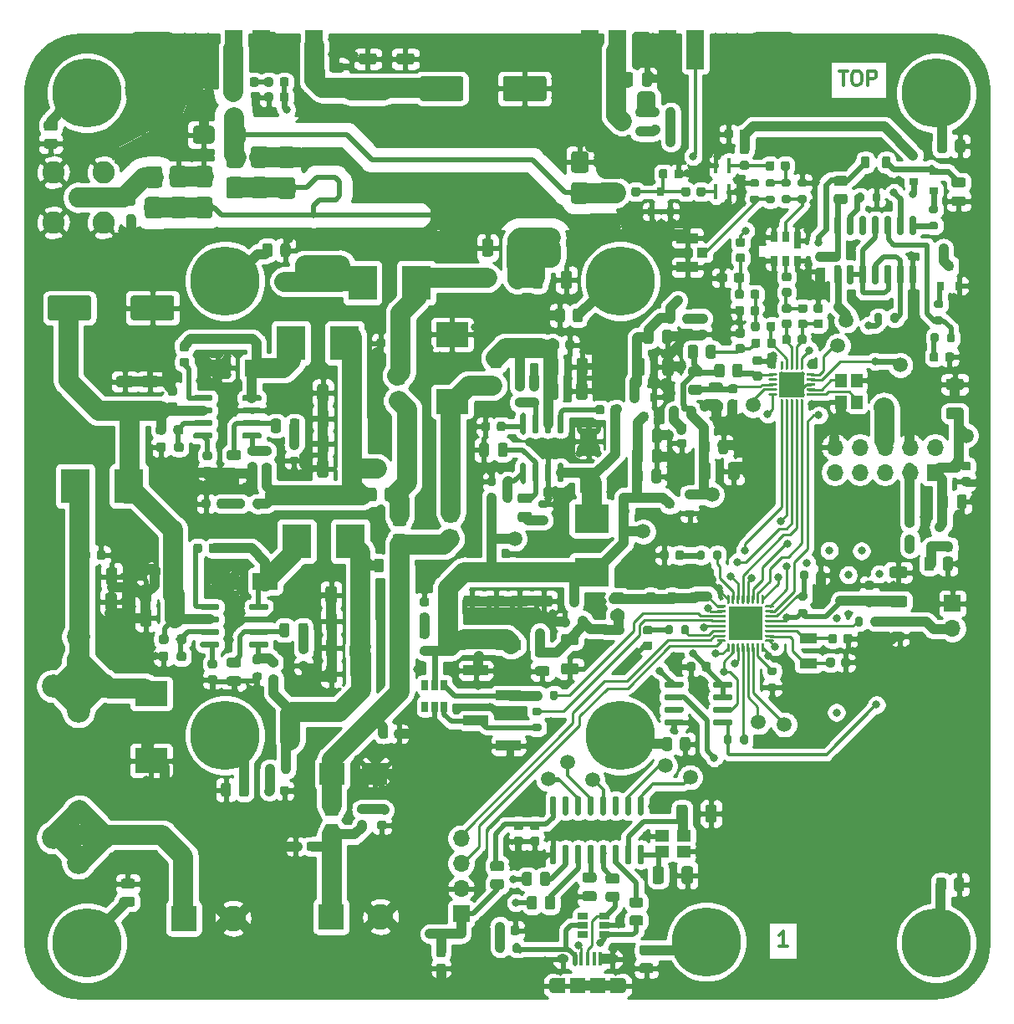
<source format=gtl>
G04 #@! TF.GenerationSoftware,KiCad,Pcbnew,5.99.0+really5.1.10+dfsg1-1*
G04 #@! TF.CreationDate,2022-04-29T14:12:33+03:00*
G04 #@! TF.ProjectId,TACNPR,5441434e-5052-42e6-9b69-6361645f7063,rev?*
G04 #@! TF.SameCoordinates,Original*
G04 #@! TF.FileFunction,Copper,L1,Top*
G04 #@! TF.FilePolarity,Positive*
%FSLAX46Y46*%
G04 Gerber Fmt 4.6, Leading zero omitted, Abs format (unit mm)*
G04 Created by KiCad (PCBNEW 5.99.0+really5.1.10+dfsg1-1) date 2022-04-29 14:12:33*
%MOMM*%
%LPD*%
G01*
G04 APERTURE LIST*
G04 #@! TA.AperFunction,NonConductor*
%ADD10C,0.300000*%
G04 #@! TD*
G04 #@! TA.AperFunction,EtchedComponent*
%ADD11C,0.100000*%
G04 #@! TD*
G04 #@! TA.AperFunction,SMDPad,CuDef*
%ADD12R,1.800000X1.000000*%
G04 #@! TD*
G04 #@! TA.AperFunction,SMDPad,CuDef*
%ADD13R,2.500000X2.300000*%
G04 #@! TD*
G04 #@! TA.AperFunction,ComponentPad*
%ADD14C,2.350000*%
G04 #@! TD*
G04 #@! TA.AperFunction,SMDPad,CuDef*
%ADD15R,2.200000X1.050000*%
G04 #@! TD*
G04 #@! TA.AperFunction,SMDPad,CuDef*
%ADD16R,1.050000X1.000000*%
G04 #@! TD*
G04 #@! TA.AperFunction,SMDPad,CuDef*
%ADD17C,0.500000*%
G04 #@! TD*
G04 #@! TA.AperFunction,SMDPad,CuDef*
%ADD18C,1.500000*%
G04 #@! TD*
G04 #@! TA.AperFunction,SMDPad,CuDef*
%ADD19R,3.300000X2.500000*%
G04 #@! TD*
G04 #@! TA.AperFunction,SMDPad,CuDef*
%ADD20R,0.450000X0.600000*%
G04 #@! TD*
G04 #@! TA.AperFunction,SMDPad,CuDef*
%ADD21R,2.950000X3.500000*%
G04 #@! TD*
G04 #@! TA.AperFunction,ComponentPad*
%ADD22O,1.700000X1.700000*%
G04 #@! TD*
G04 #@! TA.AperFunction,ComponentPad*
%ADD23R,1.700000X1.700000*%
G04 #@! TD*
G04 #@! TA.AperFunction,SMDPad,CuDef*
%ADD24R,0.800000X0.900000*%
G04 #@! TD*
G04 #@! TA.AperFunction,SMDPad,CuDef*
%ADD25R,0.650000X1.750000*%
G04 #@! TD*
G04 #@! TA.AperFunction,SMDPad,CuDef*
%ADD26R,0.650000X1.000000*%
G04 #@! TD*
G04 #@! TA.AperFunction,SMDPad,CuDef*
%ADD27R,1.150000X1.400000*%
G04 #@! TD*
G04 #@! TA.AperFunction,SMDPad,CuDef*
%ADD28R,1.400000X1.150000*%
G04 #@! TD*
G04 #@! TA.AperFunction,SMDPad,CuDef*
%ADD29R,2.510000X1.000000*%
G04 #@! TD*
G04 #@! TA.AperFunction,ComponentPad*
%ADD30C,2.600000*%
G04 #@! TD*
G04 #@! TA.AperFunction,ComponentPad*
%ADD31R,2.600000X2.600000*%
G04 #@! TD*
G04 #@! TA.AperFunction,SMDPad,CuDef*
%ADD32R,0.900000X0.800000*%
G04 #@! TD*
G04 #@! TA.AperFunction,SMDPad,CuDef*
%ADD33R,0.400000X1.500000*%
G04 #@! TD*
G04 #@! TA.AperFunction,SMDPad,CuDef*
%ADD34C,0.100000*%
G04 #@! TD*
G04 #@! TA.AperFunction,SMDPad,CuDef*
%ADD35R,3.450000X3.450000*%
G04 #@! TD*
G04 #@! TA.AperFunction,ConnectorPad*
%ADD36C,7.000000*%
G04 #@! TD*
G04 #@! TA.AperFunction,ComponentPad*
%ADD37C,3.900000*%
G04 #@! TD*
G04 #@! TA.AperFunction,ComponentPad*
%ADD38O,0.890000X1.550000*%
G04 #@! TD*
G04 #@! TA.AperFunction,SMDPad,CuDef*
%ADD39R,1.200000X1.550000*%
G04 #@! TD*
G04 #@! TA.AperFunction,SMDPad,CuDef*
%ADD40R,1.500000X1.550000*%
G04 #@! TD*
G04 #@! TA.AperFunction,ComponentPad*
%ADD41O,1.250000X0.950000*%
G04 #@! TD*
G04 #@! TA.AperFunction,SMDPad,CuDef*
%ADD42R,0.400000X1.350000*%
G04 #@! TD*
G04 #@! TA.AperFunction,SMDPad,CuDef*
%ADD43R,1.060000X0.650000*%
G04 #@! TD*
G04 #@! TA.AperFunction,ComponentPad*
%ADD44C,2.250000*%
G04 #@! TD*
G04 #@! TA.AperFunction,ComponentPad*
%ADD45C,2.050000*%
G04 #@! TD*
G04 #@! TA.AperFunction,SMDPad,CuDef*
%ADD46R,1.800000X2.500000*%
G04 #@! TD*
G04 #@! TA.AperFunction,SMDPad,CuDef*
%ADD47R,2.500000X1.800000*%
G04 #@! TD*
G04 #@! TA.AperFunction,SMDPad,CuDef*
%ADD48R,0.650000X1.060000*%
G04 #@! TD*
G04 #@! TA.AperFunction,ComponentPad*
%ADD49C,0.500000*%
G04 #@! TD*
G04 #@! TA.AperFunction,SMDPad,CuDef*
%ADD50R,2.600000X2.600000*%
G04 #@! TD*
G04 #@! TA.AperFunction,SMDPad,CuDef*
%ADD51R,3.500000X2.950000*%
G04 #@! TD*
G04 #@! TA.AperFunction,ViaPad*
%ADD52C,0.800000*%
G04 #@! TD*
G04 #@! TA.AperFunction,Conductor*
%ADD53C,1.000000*%
G04 #@! TD*
G04 #@! TA.AperFunction,Conductor*
%ADD54C,0.500000*%
G04 #@! TD*
G04 #@! TA.AperFunction,Conductor*
%ADD55C,0.250000*%
G04 #@! TD*
G04 #@! TA.AperFunction,Conductor*
%ADD56C,0.633000*%
G04 #@! TD*
G04 #@! TA.AperFunction,Conductor*
%ADD57C,2.000000*%
G04 #@! TD*
G04 #@! TA.AperFunction,Conductor*
%ADD58C,0.300000*%
G04 #@! TD*
G04 #@! TA.AperFunction,Conductor*
%ADD59C,0.293370*%
G04 #@! TD*
G04 #@! TA.AperFunction,Conductor*
%ADD60C,0.254000*%
G04 #@! TD*
G04 #@! TA.AperFunction,Conductor*
%ADD61C,0.100000*%
G04 #@! TD*
G04 APERTURE END LIST*
D10*
X166798571Y-129850271D02*
X165941428Y-129850271D01*
X166370000Y-129850271D02*
X166370000Y-128350271D01*
X166227142Y-128564557D01*
X166084285Y-128707414D01*
X165941428Y-128778842D01*
X172040954Y-41273991D02*
X172898097Y-41273991D01*
X172469525Y-42773991D02*
X172469525Y-41273991D01*
X173683811Y-41273991D02*
X173969525Y-41273991D01*
X174112382Y-41345420D01*
X174255240Y-41488277D01*
X174326668Y-41773991D01*
X174326668Y-42273991D01*
X174255240Y-42559705D01*
X174112382Y-42702562D01*
X173969525Y-42773991D01*
X173683811Y-42773991D01*
X173540954Y-42702562D01*
X173398097Y-42559705D01*
X173326668Y-42273991D01*
X173326668Y-41773991D01*
X173398097Y-41488277D01*
X173540954Y-41345420D01*
X173683811Y-41273991D01*
X174969525Y-42773991D02*
X174969525Y-41273991D01*
X175540954Y-41273991D01*
X175683811Y-41345420D01*
X175755240Y-41416848D01*
X175826668Y-41559705D01*
X175826668Y-41773991D01*
X175755240Y-41916848D01*
X175683811Y-41988277D01*
X175540954Y-42059705D01*
X174969525Y-42059705D01*
D11*
G36*
X118540720Y-55922800D02*
G01*
X118540720Y-54922800D01*
X119040720Y-54922800D01*
X119040720Y-55922800D01*
X118540720Y-55922800D01*
G37*
G36*
X128633980Y-55617300D02*
G01*
X129633980Y-55617300D01*
X129633980Y-56117300D01*
X128633980Y-56117300D01*
X128633980Y-55617300D01*
G37*
G36*
X109482000Y-55630000D02*
G01*
X110482000Y-55630000D01*
X110482000Y-56130000D01*
X109482000Y-56130000D01*
X109482000Y-55630000D01*
G37*
D12*
X168960800Y-98724400D03*
X168960800Y-101224400D03*
G04 #@! TA.AperFunction,SMDPad,CuDef*
G36*
G01*
X155366100Y-51970650D02*
X155366100Y-51458150D01*
G75*
G02*
X155584850Y-51239400I218750J0D01*
G01*
X156022350Y-51239400D01*
G75*
G02*
X156241100Y-51458150I0J-218750D01*
G01*
X156241100Y-51970650D01*
G75*
G02*
X156022350Y-52189400I-218750J0D01*
G01*
X155584850Y-52189400D01*
G75*
G02*
X155366100Y-51970650I0J218750D01*
G01*
G37*
G04 #@! TD.AperFunction*
G04 #@! TA.AperFunction,SMDPad,CuDef*
G36*
G01*
X153791100Y-51970650D02*
X153791100Y-51458150D01*
G75*
G02*
X154009850Y-51239400I218750J0D01*
G01*
X154447350Y-51239400D01*
G75*
G02*
X154666100Y-51458150I0J-218750D01*
G01*
X154666100Y-51970650D01*
G75*
G02*
X154447350Y-52189400I-218750J0D01*
G01*
X154009850Y-52189400D01*
G75*
G02*
X153791100Y-51970650I0J218750D01*
G01*
G37*
G04 #@! TD.AperFunction*
D13*
X125013500Y-112395000D03*
X120713500Y-112395000D03*
D14*
X94996000Y-98552000D03*
X97536000Y-118872000D03*
X92456000Y-118872000D03*
X97536000Y-103552000D03*
X92456000Y-103552000D03*
X94996000Y-121412000D03*
X94996000Y-116332000D03*
X94996000Y-101012000D03*
X94996000Y-106092000D03*
G04 #@! TA.AperFunction,SMDPad,CuDef*
G36*
G01*
X163199400Y-53892000D02*
X163749400Y-53892000D01*
G75*
G02*
X163949400Y-54092000I0J-200000D01*
G01*
X163949400Y-54492000D01*
G75*
G02*
X163749400Y-54692000I-200000J0D01*
G01*
X163199400Y-54692000D01*
G75*
G02*
X162999400Y-54492000I0J200000D01*
G01*
X162999400Y-54092000D01*
G75*
G02*
X163199400Y-53892000I200000J0D01*
G01*
G37*
G04 #@! TD.AperFunction*
G04 #@! TA.AperFunction,SMDPad,CuDef*
G36*
G01*
X163199400Y-52242000D02*
X163749400Y-52242000D01*
G75*
G02*
X163949400Y-52442000I0J-200000D01*
G01*
X163949400Y-52842000D01*
G75*
G02*
X163749400Y-53042000I-200000J0D01*
G01*
X163199400Y-53042000D01*
G75*
G02*
X162999400Y-52842000I0J200000D01*
G01*
X162999400Y-52442000D01*
G75*
G02*
X163199400Y-52242000I200000J0D01*
G01*
G37*
G04 #@! TD.AperFunction*
D15*
X156692600Y-61163200D03*
D16*
X158217600Y-59688200D03*
D15*
X156692600Y-58213200D03*
G04 #@! TA.AperFunction,SMDPad,CuDef*
G36*
G01*
X165498600Y-50664300D02*
X165498600Y-51164300D01*
G75*
G02*
X165273600Y-51389300I-225000J0D01*
G01*
X164823600Y-51389300D01*
G75*
G02*
X164598600Y-51164300I0J225000D01*
G01*
X164598600Y-50664300D01*
G75*
G02*
X164823600Y-50439300I225000J0D01*
G01*
X165273600Y-50439300D01*
G75*
G02*
X165498600Y-50664300I0J-225000D01*
G01*
G37*
G04 #@! TD.AperFunction*
G04 #@! TA.AperFunction,SMDPad,CuDef*
G36*
G01*
X167048600Y-50664300D02*
X167048600Y-51164300D01*
G75*
G02*
X166823600Y-51389300I-225000J0D01*
G01*
X166373600Y-51389300D01*
G75*
G02*
X166148600Y-51164300I0J225000D01*
G01*
X166148600Y-50664300D01*
G75*
G02*
X166373600Y-50439300I225000J0D01*
G01*
X166823600Y-50439300D01*
G75*
G02*
X167048600Y-50664300I0J-225000D01*
G01*
G37*
G04 #@! TD.AperFunction*
G04 #@! TA.AperFunction,SMDPad,CuDef*
G36*
G01*
X160711000Y-61992500D02*
X160711000Y-62467500D01*
G75*
G02*
X160473500Y-62705000I-237500J0D01*
G01*
X159873500Y-62705000D01*
G75*
G02*
X159636000Y-62467500I0J237500D01*
G01*
X159636000Y-61992500D01*
G75*
G02*
X159873500Y-61755000I237500J0D01*
G01*
X160473500Y-61755000D01*
G75*
G02*
X160711000Y-61992500I0J-237500D01*
G01*
G37*
G04 #@! TD.AperFunction*
G04 #@! TA.AperFunction,SMDPad,CuDef*
G36*
G01*
X162436000Y-61992500D02*
X162436000Y-62467500D01*
G75*
G02*
X162198500Y-62705000I-237500J0D01*
G01*
X161598500Y-62705000D01*
G75*
G02*
X161361000Y-62467500I0J237500D01*
G01*
X161361000Y-61992500D01*
G75*
G02*
X161598500Y-61755000I237500J0D01*
G01*
X162198500Y-61755000D01*
G75*
G02*
X162436000Y-61992500I0J-237500D01*
G01*
G37*
G04 #@! TD.AperFunction*
G04 #@! TA.AperFunction,SMDPad,CuDef*
G36*
G01*
X102056200Y-54056500D02*
X103175800Y-54056500D01*
G75*
G02*
X103516000Y-54396700I0J-340200D01*
G01*
X103516000Y-55916300D01*
G75*
G02*
X103175800Y-56256500I-340200J0D01*
G01*
X102056200Y-56256500D01*
G75*
G02*
X101716000Y-55916300I0J340200D01*
G01*
X101716000Y-54396700D01*
G75*
G02*
X102056200Y-54056500I340200J0D01*
G01*
G37*
G04 #@! TD.AperFunction*
G04 #@! TA.AperFunction,SMDPad,CuDef*
G36*
G01*
X102056200Y-50931500D02*
X103175800Y-50931500D01*
G75*
G02*
X103516000Y-51271700I0J-340200D01*
G01*
X103516000Y-52791300D01*
G75*
G02*
X103175800Y-53131500I-340200J0D01*
G01*
X102056200Y-53131500D01*
G75*
G02*
X101716000Y-52791300I0J340200D01*
G01*
X101716000Y-51271700D01*
G75*
G02*
X102056200Y-50931500I340200J0D01*
G01*
G37*
G04 #@! TD.AperFunction*
G04 #@! TA.AperFunction,SMDPad,CuDef*
G36*
G01*
X111430800Y-51099500D02*
X110311200Y-51099500D01*
G75*
G02*
X109971000Y-50759300I0J340200D01*
G01*
X109971000Y-49239700D01*
G75*
G02*
X110311200Y-48899500I340200J0D01*
G01*
X111430800Y-48899500D01*
G75*
G02*
X111771000Y-49239700I0J-340200D01*
G01*
X111771000Y-50759300D01*
G75*
G02*
X111430800Y-51099500I-340200J0D01*
G01*
G37*
G04 #@! TD.AperFunction*
G04 #@! TA.AperFunction,SMDPad,CuDef*
G36*
G01*
X111430800Y-54224500D02*
X110311200Y-54224500D01*
G75*
G02*
X109971000Y-53884300I0J340200D01*
G01*
X109971000Y-52364700D01*
G75*
G02*
X110311200Y-52024500I340200J0D01*
G01*
X111430800Y-52024500D01*
G75*
G02*
X111771000Y-52364700I0J-340200D01*
G01*
X111771000Y-53884300D01*
G75*
G02*
X111430800Y-54224500I-340200J0D01*
G01*
G37*
G04 #@! TD.AperFunction*
G04 #@! TA.AperFunction,SMDPad,CuDef*
G36*
G01*
X176393000Y-50927250D02*
X176393000Y-50164750D01*
G75*
G02*
X176611750Y-49946000I218750J0D01*
G01*
X177049250Y-49946000D01*
G75*
G02*
X177268000Y-50164750I0J-218750D01*
G01*
X177268000Y-50927250D01*
G75*
G02*
X177049250Y-51146000I-218750J0D01*
G01*
X176611750Y-51146000D01*
G75*
G02*
X176393000Y-50927250I0J218750D01*
G01*
G37*
G04 #@! TD.AperFunction*
G04 #@! TA.AperFunction,SMDPad,CuDef*
G36*
G01*
X174268000Y-50927250D02*
X174268000Y-50164750D01*
G75*
G02*
X174486750Y-49946000I218750J0D01*
G01*
X174924250Y-49946000D01*
G75*
G02*
X175143000Y-50164750I0J-218750D01*
G01*
X175143000Y-50927250D01*
G75*
G02*
X174924250Y-51146000I-218750J0D01*
G01*
X174486750Y-51146000D01*
G75*
G02*
X174268000Y-50927250I0J218750D01*
G01*
G37*
G04 #@! TD.AperFunction*
G04 #@! TA.AperFunction,SMDPad,CuDef*
G36*
G01*
X184625000Y-53078000D02*
X183675000Y-53078000D01*
G75*
G02*
X183425000Y-52828000I0J250000D01*
G01*
X183425000Y-52328000D01*
G75*
G02*
X183675000Y-52078000I250000J0D01*
G01*
X184625000Y-52078000D01*
G75*
G02*
X184875000Y-52328000I0J-250000D01*
G01*
X184875000Y-52828000D01*
G75*
G02*
X184625000Y-53078000I-250000J0D01*
G01*
G37*
G04 #@! TD.AperFunction*
G04 #@! TA.AperFunction,SMDPad,CuDef*
G36*
G01*
X184625000Y-54978000D02*
X183675000Y-54978000D01*
G75*
G02*
X183425000Y-54728000I0J250000D01*
G01*
X183425000Y-54228000D01*
G75*
G02*
X183675000Y-53978000I250000J0D01*
G01*
X184625000Y-53978000D01*
G75*
G02*
X184875000Y-54228000I0J-250000D01*
G01*
X184875000Y-54728000D01*
G75*
G02*
X184625000Y-54978000I-250000J0D01*
G01*
G37*
G04 #@! TD.AperFunction*
G04 #@! TA.AperFunction,SMDPad,CuDef*
G36*
G01*
X115412000Y-44198250D02*
X115412000Y-43685750D01*
G75*
G02*
X115630750Y-43467000I218750J0D01*
G01*
X116068250Y-43467000D01*
G75*
G02*
X116287000Y-43685750I0J-218750D01*
G01*
X116287000Y-44198250D01*
G75*
G02*
X116068250Y-44417000I-218750J0D01*
G01*
X115630750Y-44417000D01*
G75*
G02*
X115412000Y-44198250I0J218750D01*
G01*
G37*
G04 #@! TD.AperFunction*
G04 #@! TA.AperFunction,SMDPad,CuDef*
G36*
G01*
X113837000Y-44198250D02*
X113837000Y-43685750D01*
G75*
G02*
X114055750Y-43467000I218750J0D01*
G01*
X114493250Y-43467000D01*
G75*
G02*
X114712000Y-43685750I0J-218750D01*
G01*
X114712000Y-44198250D01*
G75*
G02*
X114493250Y-44417000I-218750J0D01*
G01*
X114055750Y-44417000D01*
G75*
G02*
X113837000Y-44198250I0J218750D01*
G01*
G37*
G04 #@! TD.AperFunction*
G04 #@! TA.AperFunction,SMDPad,CuDef*
G36*
G01*
X114712000Y-42161750D02*
X114712000Y-42674250D01*
G75*
G02*
X114493250Y-42893000I-218750J0D01*
G01*
X114055750Y-42893000D01*
G75*
G02*
X113837000Y-42674250I0J218750D01*
G01*
X113837000Y-42161750D01*
G75*
G02*
X114055750Y-41943000I218750J0D01*
G01*
X114493250Y-41943000D01*
G75*
G02*
X114712000Y-42161750I0J-218750D01*
G01*
G37*
G04 #@! TD.AperFunction*
G04 #@! TA.AperFunction,SMDPad,CuDef*
G36*
G01*
X116287000Y-42161750D02*
X116287000Y-42674250D01*
G75*
G02*
X116068250Y-42893000I-218750J0D01*
G01*
X115630750Y-42893000D01*
G75*
G02*
X115412000Y-42674250I0J218750D01*
G01*
X115412000Y-42161750D01*
G75*
G02*
X115630750Y-41943000I218750J0D01*
G01*
X116068250Y-41943000D01*
G75*
G02*
X116287000Y-42161750I0J-218750D01*
G01*
G37*
G04 #@! TD.AperFunction*
G04 #@! TA.AperFunction,SMDPad,CuDef*
G36*
G01*
X136688080Y-77025790D02*
X136688080Y-77538290D01*
G75*
G02*
X136469330Y-77757040I-218750J0D01*
G01*
X136031830Y-77757040D01*
G75*
G02*
X135813080Y-77538290I0J218750D01*
G01*
X135813080Y-77025790D01*
G75*
G02*
X136031830Y-76807040I218750J0D01*
G01*
X136469330Y-76807040D01*
G75*
G02*
X136688080Y-77025790I0J-218750D01*
G01*
G37*
G04 #@! TD.AperFunction*
G04 #@! TA.AperFunction,SMDPad,CuDef*
G36*
G01*
X138263080Y-77025790D02*
X138263080Y-77538290D01*
G75*
G02*
X138044330Y-77757040I-218750J0D01*
G01*
X137606830Y-77757040D01*
G75*
G02*
X137388080Y-77538290I0J218750D01*
G01*
X137388080Y-77025790D01*
G75*
G02*
X137606830Y-76807040I218750J0D01*
G01*
X138044330Y-76807040D01*
G75*
G02*
X138263080Y-77025790I0J-218750D01*
G01*
G37*
G04 #@! TD.AperFunction*
G04 #@! TA.AperFunction,SMDPad,CuDef*
G36*
G01*
X108318590Y-102458000D02*
X108831090Y-102458000D01*
G75*
G02*
X109049840Y-102676750I0J-218750D01*
G01*
X109049840Y-103114250D01*
G75*
G02*
X108831090Y-103333000I-218750J0D01*
G01*
X108318590Y-103333000D01*
G75*
G02*
X108099840Y-103114250I0J218750D01*
G01*
X108099840Y-102676750D01*
G75*
G02*
X108318590Y-102458000I218750J0D01*
G01*
G37*
G04 #@! TD.AperFunction*
G04 #@! TA.AperFunction,SMDPad,CuDef*
G36*
G01*
X108318590Y-100883000D02*
X108831090Y-100883000D01*
G75*
G02*
X109049840Y-101101750I0J-218750D01*
G01*
X109049840Y-101539250D01*
G75*
G02*
X108831090Y-101758000I-218750J0D01*
G01*
X108318590Y-101758000D01*
G75*
G02*
X108099840Y-101539250I0J218750D01*
G01*
X108099840Y-101101750D01*
G75*
G02*
X108318590Y-100883000I218750J0D01*
G01*
G37*
G04 #@! TD.AperFunction*
G04 #@! TA.AperFunction,SMDPad,CuDef*
G36*
G01*
X107810590Y-81365840D02*
X108323090Y-81365840D01*
G75*
G02*
X108541840Y-81584590I0J-218750D01*
G01*
X108541840Y-82022090D01*
G75*
G02*
X108323090Y-82240840I-218750J0D01*
G01*
X107810590Y-82240840D01*
G75*
G02*
X107591840Y-82022090I0J218750D01*
G01*
X107591840Y-81584590D01*
G75*
G02*
X107810590Y-81365840I218750J0D01*
G01*
G37*
G04 #@! TD.AperFunction*
G04 #@! TA.AperFunction,SMDPad,CuDef*
G36*
G01*
X107810590Y-79790840D02*
X108323090Y-79790840D01*
G75*
G02*
X108541840Y-80009590I0J-218750D01*
G01*
X108541840Y-80447090D01*
G75*
G02*
X108323090Y-80665840I-218750J0D01*
G01*
X107810590Y-80665840D01*
G75*
G02*
X107591840Y-80447090I0J218750D01*
G01*
X107591840Y-80009590D01*
G75*
G02*
X107810590Y-79790840I218750J0D01*
G01*
G37*
G04 #@! TD.AperFunction*
D17*
X118790720Y-54922800D03*
X118790720Y-55922800D03*
X129633980Y-55867300D03*
X128633980Y-55867300D03*
X110482000Y-55880000D03*
X109482000Y-55880000D03*
D18*
X139192000Y-88646000D03*
X116332000Y-108966000D03*
D19*
X132842000Y-67974000D03*
X132842000Y-74774000D03*
X102362000Y-111096000D03*
X102362000Y-104296000D03*
G04 #@! TA.AperFunction,SMDPad,CuDef*
G36*
G01*
X155136900Y-108960499D02*
X155136900Y-109860501D01*
G75*
G02*
X154886901Y-110110500I-249999J0D01*
G01*
X154361899Y-110110500D01*
G75*
G02*
X154111900Y-109860501I0J249999D01*
G01*
X154111900Y-108960499D01*
G75*
G02*
X154361899Y-108710500I249999J0D01*
G01*
X154886901Y-108710500D01*
G75*
G02*
X155136900Y-108960499I0J-249999D01*
G01*
G37*
G04 #@! TD.AperFunction*
G04 #@! TA.AperFunction,SMDPad,CuDef*
G36*
G01*
X156961900Y-108960499D02*
X156961900Y-109860501D01*
G75*
G02*
X156711901Y-110110500I-249999J0D01*
G01*
X156186899Y-110110500D01*
G75*
G02*
X155936900Y-109860501I0J249999D01*
G01*
X155936900Y-108960499D01*
G75*
G02*
X156186899Y-108710500I249999J0D01*
G01*
X156711901Y-108710500D01*
G75*
G02*
X156961900Y-108960499I0J-249999D01*
G01*
G37*
G04 #@! TD.AperFunction*
G04 #@! TA.AperFunction,SMDPad,CuDef*
G36*
G01*
X112787700Y-52024500D02*
X113907300Y-52024500D01*
G75*
G02*
X114247500Y-52364700I0J-340200D01*
G01*
X114247500Y-53884300D01*
G75*
G02*
X113907300Y-54224500I-340200J0D01*
G01*
X112787700Y-54224500D01*
G75*
G02*
X112447500Y-53884300I0J340200D01*
G01*
X112447500Y-52364700D01*
G75*
G02*
X112787700Y-52024500I340200J0D01*
G01*
G37*
G04 #@! TD.AperFunction*
G04 #@! TA.AperFunction,SMDPad,CuDef*
G36*
G01*
X112787700Y-48899500D02*
X113907300Y-48899500D01*
G75*
G02*
X114247500Y-49239700I0J-340200D01*
G01*
X114247500Y-50759300D01*
G75*
G02*
X113907300Y-51099500I-340200J0D01*
G01*
X112787700Y-51099500D01*
G75*
G02*
X112447500Y-50759300I0J340200D01*
G01*
X112447500Y-49239700D01*
G75*
G02*
X112787700Y-48899500I340200J0D01*
G01*
G37*
G04 #@! TD.AperFunction*
G04 #@! TA.AperFunction,SMDPad,CuDef*
G36*
G01*
X115518200Y-52063000D02*
X116637800Y-52063000D01*
G75*
G02*
X116978000Y-52403200I0J-340200D01*
G01*
X116978000Y-53922800D01*
G75*
G02*
X116637800Y-54263000I-340200J0D01*
G01*
X115518200Y-54263000D01*
G75*
G02*
X115178000Y-53922800I0J340200D01*
G01*
X115178000Y-52403200D01*
G75*
G02*
X115518200Y-52063000I340200J0D01*
G01*
G37*
G04 #@! TD.AperFunction*
G04 #@! TA.AperFunction,SMDPad,CuDef*
G36*
G01*
X115518200Y-48938000D02*
X116637800Y-48938000D01*
G75*
G02*
X116978000Y-49278200I0J-340200D01*
G01*
X116978000Y-50797800D01*
G75*
G02*
X116637800Y-51138000I-340200J0D01*
G01*
X115518200Y-51138000D01*
G75*
G02*
X115178000Y-50797800I0J340200D01*
G01*
X115178000Y-49278200D01*
G75*
G02*
X115518200Y-48938000I340200J0D01*
G01*
G37*
G04 #@! TD.AperFunction*
G04 #@! TA.AperFunction,SMDPad,CuDef*
G36*
G01*
X104596200Y-54018000D02*
X105715800Y-54018000D01*
G75*
G02*
X106056000Y-54358200I0J-340200D01*
G01*
X106056000Y-55877800D01*
G75*
G02*
X105715800Y-56218000I-340200J0D01*
G01*
X104596200Y-56218000D01*
G75*
G02*
X104256000Y-55877800I0J340200D01*
G01*
X104256000Y-54358200D01*
G75*
G02*
X104596200Y-54018000I340200J0D01*
G01*
G37*
G04 #@! TD.AperFunction*
G04 #@! TA.AperFunction,SMDPad,CuDef*
G36*
G01*
X104596200Y-50893000D02*
X105715800Y-50893000D01*
G75*
G02*
X106056000Y-51233200I0J-340200D01*
G01*
X106056000Y-52752800D01*
G75*
G02*
X105715800Y-53093000I-340200J0D01*
G01*
X104596200Y-53093000D01*
G75*
G02*
X104256000Y-52752800I0J340200D01*
G01*
X104256000Y-51233200D01*
G75*
G02*
X104596200Y-50893000I340200J0D01*
G01*
G37*
G04 #@! TD.AperFunction*
G04 #@! TA.AperFunction,SMDPad,CuDef*
G36*
G01*
X109721000Y-48311800D02*
X109721000Y-47192200D01*
G75*
G02*
X110061200Y-46852000I340200J0D01*
G01*
X111580800Y-46852000D01*
G75*
G02*
X111921000Y-47192200I0J-340200D01*
G01*
X111921000Y-48311800D01*
G75*
G02*
X111580800Y-48652000I-340200J0D01*
G01*
X110061200Y-48652000D01*
G75*
G02*
X109721000Y-48311800I0J340200D01*
G01*
G37*
G04 #@! TD.AperFunction*
G04 #@! TA.AperFunction,SMDPad,CuDef*
G36*
G01*
X106596000Y-48311800D02*
X106596000Y-47192200D01*
G75*
G02*
X106936200Y-46852000I340200J0D01*
G01*
X108455800Y-46852000D01*
G75*
G02*
X108796000Y-47192200I0J-340200D01*
G01*
X108796000Y-48311800D01*
G75*
G02*
X108455800Y-48652000I-340200J0D01*
G01*
X106936200Y-48652000D01*
G75*
G02*
X106596000Y-48311800I0J340200D01*
G01*
G37*
G04 #@! TD.AperFunction*
G04 #@! TA.AperFunction,SMDPad,CuDef*
G36*
G01*
X107136200Y-54018000D02*
X108255800Y-54018000D01*
G75*
G02*
X108596000Y-54358200I0J-340200D01*
G01*
X108596000Y-55877800D01*
G75*
G02*
X108255800Y-56218000I-340200J0D01*
G01*
X107136200Y-56218000D01*
G75*
G02*
X106796000Y-55877800I0J340200D01*
G01*
X106796000Y-54358200D01*
G75*
G02*
X107136200Y-54018000I340200J0D01*
G01*
G37*
G04 #@! TD.AperFunction*
G04 #@! TA.AperFunction,SMDPad,CuDef*
G36*
G01*
X107136200Y-50893000D02*
X108255800Y-50893000D01*
G75*
G02*
X108596000Y-51233200I0J-340200D01*
G01*
X108596000Y-52752800D01*
G75*
G02*
X108255800Y-53093000I-340200J0D01*
G01*
X107136200Y-53093000D01*
G75*
G02*
X106796000Y-52752800I0J340200D01*
G01*
X106796000Y-51233200D01*
G75*
G02*
X107136200Y-50893000I340200J0D01*
G01*
G37*
G04 #@! TD.AperFunction*
G04 #@! TA.AperFunction,SMDPad,CuDef*
G36*
G01*
X145236200Y-52545200D02*
X146355800Y-52545200D01*
G75*
G02*
X146696000Y-52885400I0J-340200D01*
G01*
X146696000Y-54405000D01*
G75*
G02*
X146355800Y-54745200I-340200J0D01*
G01*
X145236200Y-54745200D01*
G75*
G02*
X144896000Y-54405000I0J340200D01*
G01*
X144896000Y-52885400D01*
G75*
G02*
X145236200Y-52545200I340200J0D01*
G01*
G37*
G04 #@! TD.AperFunction*
G04 #@! TA.AperFunction,SMDPad,CuDef*
G36*
G01*
X145236200Y-49420200D02*
X146355800Y-49420200D01*
G75*
G02*
X146696000Y-49760400I0J-340200D01*
G01*
X146696000Y-51280000D01*
G75*
G02*
X146355800Y-51620200I-340200J0D01*
G01*
X145236200Y-51620200D01*
G75*
G02*
X144896000Y-51280000I0J340200D01*
G01*
X144896000Y-49760400D01*
G75*
G02*
X145236200Y-49420200I340200J0D01*
G01*
G37*
G04 #@! TD.AperFunction*
G04 #@! TA.AperFunction,SMDPad,CuDef*
G36*
G01*
X164051500Y-68590450D02*
X164051500Y-69102950D01*
G75*
G02*
X163832750Y-69321700I-218750J0D01*
G01*
X163395250Y-69321700D01*
G75*
G02*
X163176500Y-69102950I0J218750D01*
G01*
X163176500Y-68590450D01*
G75*
G02*
X163395250Y-68371700I218750J0D01*
G01*
X163832750Y-68371700D01*
G75*
G02*
X164051500Y-68590450I0J-218750D01*
G01*
G37*
G04 #@! TD.AperFunction*
G04 #@! TA.AperFunction,SMDPad,CuDef*
G36*
G01*
X165626500Y-68590450D02*
X165626500Y-69102950D01*
G75*
G02*
X165407750Y-69321700I-218750J0D01*
G01*
X164970250Y-69321700D01*
G75*
G02*
X164751500Y-69102950I0J218750D01*
G01*
X164751500Y-68590450D01*
G75*
G02*
X164970250Y-68371700I218750J0D01*
G01*
X165407750Y-68371700D01*
G75*
G02*
X165626500Y-68590450I0J-218750D01*
G01*
G37*
G04 #@! TD.AperFunction*
G04 #@! TA.AperFunction,SMDPad,CuDef*
G36*
G01*
X162202150Y-50413400D02*
X162714650Y-50413400D01*
G75*
G02*
X162933400Y-50632150I0J-218750D01*
G01*
X162933400Y-51069650D01*
G75*
G02*
X162714650Y-51288400I-218750J0D01*
G01*
X162202150Y-51288400D01*
G75*
G02*
X161983400Y-51069650I0J218750D01*
G01*
X161983400Y-50632150D01*
G75*
G02*
X162202150Y-50413400I218750J0D01*
G01*
G37*
G04 #@! TD.AperFunction*
G04 #@! TA.AperFunction,SMDPad,CuDef*
G36*
G01*
X162202150Y-48838400D02*
X162714650Y-48838400D01*
G75*
G02*
X162933400Y-49057150I0J-218750D01*
G01*
X162933400Y-49494650D01*
G75*
G02*
X162714650Y-49713400I-218750J0D01*
G01*
X162202150Y-49713400D01*
G75*
G02*
X161983400Y-49494650I0J218750D01*
G01*
X161983400Y-49057150D01*
G75*
G02*
X162202150Y-48838400I218750J0D01*
G01*
G37*
G04 #@! TD.AperFunction*
G04 #@! TA.AperFunction,SMDPad,CuDef*
G36*
G01*
X111664000Y-42161750D02*
X111664000Y-42674250D01*
G75*
G02*
X111445250Y-42893000I-218750J0D01*
G01*
X111007750Y-42893000D01*
G75*
G02*
X110789000Y-42674250I0J218750D01*
G01*
X110789000Y-42161750D01*
G75*
G02*
X111007750Y-41943000I218750J0D01*
G01*
X111445250Y-41943000D01*
G75*
G02*
X111664000Y-42161750I0J-218750D01*
G01*
G37*
G04 #@! TD.AperFunction*
G04 #@! TA.AperFunction,SMDPad,CuDef*
G36*
G01*
X113239000Y-42161750D02*
X113239000Y-42674250D01*
G75*
G02*
X113020250Y-42893000I-218750J0D01*
G01*
X112582750Y-42893000D01*
G75*
G02*
X112364000Y-42674250I0J218750D01*
G01*
X112364000Y-42161750D01*
G75*
G02*
X112582750Y-41943000I218750J0D01*
G01*
X113020250Y-41943000D01*
G75*
G02*
X113239000Y-42161750I0J-218750D01*
G01*
G37*
G04 #@! TD.AperFunction*
G04 #@! TA.AperFunction,SMDPad,CuDef*
G36*
G01*
X172044500Y-57923300D02*
X171744500Y-57923300D01*
G75*
G02*
X171594500Y-57773300I0J150000D01*
G01*
X171594500Y-56123300D01*
G75*
G02*
X171744500Y-55973300I150000J0D01*
G01*
X172044500Y-55973300D01*
G75*
G02*
X172194500Y-56123300I0J-150000D01*
G01*
X172194500Y-57773300D01*
G75*
G02*
X172044500Y-57923300I-150000J0D01*
G01*
G37*
G04 #@! TD.AperFunction*
G04 #@! TA.AperFunction,SMDPad,CuDef*
G36*
G01*
X173314500Y-57923300D02*
X173014500Y-57923300D01*
G75*
G02*
X172864500Y-57773300I0J150000D01*
G01*
X172864500Y-56123300D01*
G75*
G02*
X173014500Y-55973300I150000J0D01*
G01*
X173314500Y-55973300D01*
G75*
G02*
X173464500Y-56123300I0J-150000D01*
G01*
X173464500Y-57773300D01*
G75*
G02*
X173314500Y-57923300I-150000J0D01*
G01*
G37*
G04 #@! TD.AperFunction*
G04 #@! TA.AperFunction,SMDPad,CuDef*
G36*
G01*
X174584500Y-57923300D02*
X174284500Y-57923300D01*
G75*
G02*
X174134500Y-57773300I0J150000D01*
G01*
X174134500Y-56123300D01*
G75*
G02*
X174284500Y-55973300I150000J0D01*
G01*
X174584500Y-55973300D01*
G75*
G02*
X174734500Y-56123300I0J-150000D01*
G01*
X174734500Y-57773300D01*
G75*
G02*
X174584500Y-57923300I-150000J0D01*
G01*
G37*
G04 #@! TD.AperFunction*
G04 #@! TA.AperFunction,SMDPad,CuDef*
G36*
G01*
X175854500Y-57923300D02*
X175554500Y-57923300D01*
G75*
G02*
X175404500Y-57773300I0J150000D01*
G01*
X175404500Y-56123300D01*
G75*
G02*
X175554500Y-55973300I150000J0D01*
G01*
X175854500Y-55973300D01*
G75*
G02*
X176004500Y-56123300I0J-150000D01*
G01*
X176004500Y-57773300D01*
G75*
G02*
X175854500Y-57923300I-150000J0D01*
G01*
G37*
G04 #@! TD.AperFunction*
G04 #@! TA.AperFunction,SMDPad,CuDef*
G36*
G01*
X177124500Y-57923300D02*
X176824500Y-57923300D01*
G75*
G02*
X176674500Y-57773300I0J150000D01*
G01*
X176674500Y-56123300D01*
G75*
G02*
X176824500Y-55973300I150000J0D01*
G01*
X177124500Y-55973300D01*
G75*
G02*
X177274500Y-56123300I0J-150000D01*
G01*
X177274500Y-57773300D01*
G75*
G02*
X177124500Y-57923300I-150000J0D01*
G01*
G37*
G04 #@! TD.AperFunction*
G04 #@! TA.AperFunction,SMDPad,CuDef*
G36*
G01*
X178394500Y-57923300D02*
X178094500Y-57923300D01*
G75*
G02*
X177944500Y-57773300I0J150000D01*
G01*
X177944500Y-56123300D01*
G75*
G02*
X178094500Y-55973300I150000J0D01*
G01*
X178394500Y-55973300D01*
G75*
G02*
X178544500Y-56123300I0J-150000D01*
G01*
X178544500Y-57773300D01*
G75*
G02*
X178394500Y-57923300I-150000J0D01*
G01*
G37*
G04 #@! TD.AperFunction*
G04 #@! TA.AperFunction,SMDPad,CuDef*
G36*
G01*
X179664500Y-57923300D02*
X179364500Y-57923300D01*
G75*
G02*
X179214500Y-57773300I0J150000D01*
G01*
X179214500Y-56123300D01*
G75*
G02*
X179364500Y-55973300I150000J0D01*
G01*
X179664500Y-55973300D01*
G75*
G02*
X179814500Y-56123300I0J-150000D01*
G01*
X179814500Y-57773300D01*
G75*
G02*
X179664500Y-57923300I-150000J0D01*
G01*
G37*
G04 #@! TD.AperFunction*
G04 #@! TA.AperFunction,SMDPad,CuDef*
G36*
G01*
X179664500Y-62873300D02*
X179364500Y-62873300D01*
G75*
G02*
X179214500Y-62723300I0J150000D01*
G01*
X179214500Y-61073300D01*
G75*
G02*
X179364500Y-60923300I150000J0D01*
G01*
X179664500Y-60923300D01*
G75*
G02*
X179814500Y-61073300I0J-150000D01*
G01*
X179814500Y-62723300D01*
G75*
G02*
X179664500Y-62873300I-150000J0D01*
G01*
G37*
G04 #@! TD.AperFunction*
G04 #@! TA.AperFunction,SMDPad,CuDef*
G36*
G01*
X178394500Y-62873300D02*
X178094500Y-62873300D01*
G75*
G02*
X177944500Y-62723300I0J150000D01*
G01*
X177944500Y-61073300D01*
G75*
G02*
X178094500Y-60923300I150000J0D01*
G01*
X178394500Y-60923300D01*
G75*
G02*
X178544500Y-61073300I0J-150000D01*
G01*
X178544500Y-62723300D01*
G75*
G02*
X178394500Y-62873300I-150000J0D01*
G01*
G37*
G04 #@! TD.AperFunction*
G04 #@! TA.AperFunction,SMDPad,CuDef*
G36*
G01*
X177124500Y-62873300D02*
X176824500Y-62873300D01*
G75*
G02*
X176674500Y-62723300I0J150000D01*
G01*
X176674500Y-61073300D01*
G75*
G02*
X176824500Y-60923300I150000J0D01*
G01*
X177124500Y-60923300D01*
G75*
G02*
X177274500Y-61073300I0J-150000D01*
G01*
X177274500Y-62723300D01*
G75*
G02*
X177124500Y-62873300I-150000J0D01*
G01*
G37*
G04 #@! TD.AperFunction*
G04 #@! TA.AperFunction,SMDPad,CuDef*
G36*
G01*
X175854500Y-62873300D02*
X175554500Y-62873300D01*
G75*
G02*
X175404500Y-62723300I0J150000D01*
G01*
X175404500Y-61073300D01*
G75*
G02*
X175554500Y-60923300I150000J0D01*
G01*
X175854500Y-60923300D01*
G75*
G02*
X176004500Y-61073300I0J-150000D01*
G01*
X176004500Y-62723300D01*
G75*
G02*
X175854500Y-62873300I-150000J0D01*
G01*
G37*
G04 #@! TD.AperFunction*
G04 #@! TA.AperFunction,SMDPad,CuDef*
G36*
G01*
X174584500Y-62873300D02*
X174284500Y-62873300D01*
G75*
G02*
X174134500Y-62723300I0J150000D01*
G01*
X174134500Y-61073300D01*
G75*
G02*
X174284500Y-60923300I150000J0D01*
G01*
X174584500Y-60923300D01*
G75*
G02*
X174734500Y-61073300I0J-150000D01*
G01*
X174734500Y-62723300D01*
G75*
G02*
X174584500Y-62873300I-150000J0D01*
G01*
G37*
G04 #@! TD.AperFunction*
G04 #@! TA.AperFunction,SMDPad,CuDef*
G36*
G01*
X173314500Y-62873300D02*
X173014500Y-62873300D01*
G75*
G02*
X172864500Y-62723300I0J150000D01*
G01*
X172864500Y-61073300D01*
G75*
G02*
X173014500Y-60923300I150000J0D01*
G01*
X173314500Y-60923300D01*
G75*
G02*
X173464500Y-61073300I0J-150000D01*
G01*
X173464500Y-62723300D01*
G75*
G02*
X173314500Y-62873300I-150000J0D01*
G01*
G37*
G04 #@! TD.AperFunction*
G04 #@! TA.AperFunction,SMDPad,CuDef*
G36*
G01*
X172044500Y-62873300D02*
X171744500Y-62873300D01*
G75*
G02*
X171594500Y-62723300I0J150000D01*
G01*
X171594500Y-61073300D01*
G75*
G02*
X171744500Y-60923300I150000J0D01*
G01*
X172044500Y-60923300D01*
G75*
G02*
X172194500Y-61073300I0J-150000D01*
G01*
X172194500Y-62723300D01*
G75*
G02*
X172044500Y-62873300I-150000J0D01*
G01*
G37*
G04 #@! TD.AperFunction*
D20*
X148082000Y-53628000D03*
X148082000Y-51528000D03*
X110744000Y-43908000D03*
X110744000Y-46008000D03*
G04 #@! TA.AperFunction,SMDPad,CuDef*
G36*
G01*
X152977001Y-130791000D02*
X152076999Y-130791000D01*
G75*
G02*
X151827000Y-130541001I0J249999D01*
G01*
X151827000Y-130015999D01*
G75*
G02*
X152076999Y-129766000I249999J0D01*
G01*
X152977001Y-129766000D01*
G75*
G02*
X153227000Y-130015999I0J-249999D01*
G01*
X153227000Y-130541001D01*
G75*
G02*
X152977001Y-130791000I-249999J0D01*
G01*
G37*
G04 #@! TD.AperFunction*
G04 #@! TA.AperFunction,SMDPad,CuDef*
G36*
G01*
X152977001Y-132616000D02*
X152076999Y-132616000D01*
G75*
G02*
X151827000Y-132366001I0J249999D01*
G01*
X151827000Y-131840999D01*
G75*
G02*
X152076999Y-131591000I249999J0D01*
G01*
X152977001Y-131591000D01*
G75*
G02*
X153227000Y-131840999I0J-249999D01*
G01*
X153227000Y-132366001D01*
G75*
G02*
X152977001Y-132616000I-249999J0D01*
G01*
G37*
G04 #@! TD.AperFunction*
G04 #@! TA.AperFunction,SMDPad,CuDef*
G36*
G01*
X182884500Y-123184499D02*
X182884500Y-124084501D01*
G75*
G02*
X182634501Y-124334500I-249999J0D01*
G01*
X182109499Y-124334500D01*
G75*
G02*
X181859500Y-124084501I0J249999D01*
G01*
X181859500Y-123184499D01*
G75*
G02*
X182109499Y-122934500I249999J0D01*
G01*
X182634501Y-122934500D01*
G75*
G02*
X182884500Y-123184499I0J-249999D01*
G01*
G37*
G04 #@! TD.AperFunction*
G04 #@! TA.AperFunction,SMDPad,CuDef*
G36*
G01*
X184709500Y-123184499D02*
X184709500Y-124084501D01*
G75*
G02*
X184459501Y-124334500I-249999J0D01*
G01*
X183934499Y-124334500D01*
G75*
G02*
X183684500Y-124084501I0J249999D01*
G01*
X183684500Y-123184499D01*
G75*
G02*
X183934499Y-122934500I249999J0D01*
G01*
X184459501Y-122934500D01*
G75*
G02*
X184709500Y-123184499I0J-249999D01*
G01*
G37*
G04 #@! TD.AperFunction*
G04 #@! TA.AperFunction,SMDPad,CuDef*
G36*
G01*
X111247500Y-114496001D02*
X111247500Y-113595999D01*
G75*
G02*
X111497499Y-113346000I249999J0D01*
G01*
X112022501Y-113346000D01*
G75*
G02*
X112272500Y-113595999I0J-249999D01*
G01*
X112272500Y-114496001D01*
G75*
G02*
X112022501Y-114746000I-249999J0D01*
G01*
X111497499Y-114746000D01*
G75*
G02*
X111247500Y-114496001I0J249999D01*
G01*
G37*
G04 #@! TD.AperFunction*
G04 #@! TA.AperFunction,SMDPad,CuDef*
G36*
G01*
X109422500Y-114496001D02*
X109422500Y-113595999D01*
G75*
G02*
X109672499Y-113346000I249999J0D01*
G01*
X110197501Y-113346000D01*
G75*
G02*
X110447500Y-113595999I0J-249999D01*
G01*
X110447500Y-114496001D01*
G75*
G02*
X110197501Y-114746000I-249999J0D01*
G01*
X109672499Y-114746000D01*
G75*
G02*
X109422500Y-114496001I0J249999D01*
G01*
G37*
G04 #@! TD.AperFunction*
G04 #@! TA.AperFunction,SMDPad,CuDef*
G36*
G01*
X99562499Y-124860000D02*
X100462501Y-124860000D01*
G75*
G02*
X100712500Y-125109999I0J-249999D01*
G01*
X100712500Y-125635001D01*
G75*
G02*
X100462501Y-125885000I-249999J0D01*
G01*
X99562499Y-125885000D01*
G75*
G02*
X99312500Y-125635001I0J249999D01*
G01*
X99312500Y-125109999D01*
G75*
G02*
X99562499Y-124860000I249999J0D01*
G01*
G37*
G04 #@! TD.AperFunction*
G04 #@! TA.AperFunction,SMDPad,CuDef*
G36*
G01*
X99562499Y-123035000D02*
X100462501Y-123035000D01*
G75*
G02*
X100712500Y-123284999I0J-249999D01*
G01*
X100712500Y-123810001D01*
G75*
G02*
X100462501Y-124060000I-249999J0D01*
G01*
X99562499Y-124060000D01*
G75*
G02*
X99312500Y-123810001I0J249999D01*
G01*
X99312500Y-123284999D01*
G75*
G02*
X99562499Y-123035000I249999J0D01*
G01*
G37*
G04 #@! TD.AperFunction*
G04 #@! TA.AperFunction,SMDPad,CuDef*
G36*
G01*
X145076500Y-66490001D02*
X145076500Y-65589999D01*
G75*
G02*
X145326499Y-65340000I249999J0D01*
G01*
X145851501Y-65340000D01*
G75*
G02*
X146101500Y-65589999I0J-249999D01*
G01*
X146101500Y-66490001D01*
G75*
G02*
X145851501Y-66740000I-249999J0D01*
G01*
X145326499Y-66740000D01*
G75*
G02*
X145076500Y-66490001I0J249999D01*
G01*
G37*
G04 #@! TD.AperFunction*
G04 #@! TA.AperFunction,SMDPad,CuDef*
G36*
G01*
X143251500Y-66490001D02*
X143251500Y-65589999D01*
G75*
G02*
X143501499Y-65340000I249999J0D01*
G01*
X144026501Y-65340000D01*
G75*
G02*
X144276500Y-65589999I0J-249999D01*
G01*
X144276500Y-66490001D01*
G75*
G02*
X144026501Y-66740000I-249999J0D01*
G01*
X143501499Y-66740000D01*
G75*
G02*
X143251500Y-66490001I0J249999D01*
G01*
G37*
G04 #@! TD.AperFunction*
G04 #@! TA.AperFunction,SMDPad,CuDef*
G36*
G01*
X182988000Y-48444999D02*
X182988000Y-49345001D01*
G75*
G02*
X182738001Y-49595000I-249999J0D01*
G01*
X182212999Y-49595000D01*
G75*
G02*
X181963000Y-49345001I0J249999D01*
G01*
X181963000Y-48444999D01*
G75*
G02*
X182212999Y-48195000I249999J0D01*
G01*
X182738001Y-48195000D01*
G75*
G02*
X182988000Y-48444999I0J-249999D01*
G01*
G37*
G04 #@! TD.AperFunction*
G04 #@! TA.AperFunction,SMDPad,CuDef*
G36*
G01*
X184813000Y-48444999D02*
X184813000Y-49345001D01*
G75*
G02*
X184563001Y-49595000I-249999J0D01*
G01*
X184037999Y-49595000D01*
G75*
G02*
X183788000Y-49345001I0J249999D01*
G01*
X183788000Y-48444999D01*
G75*
G02*
X184037999Y-48195000I249999J0D01*
G01*
X184563001Y-48195000D01*
G75*
G02*
X184813000Y-48444999I0J-249999D01*
G01*
G37*
G04 #@! TD.AperFunction*
G04 #@! TA.AperFunction,SMDPad,CuDef*
G36*
G01*
X114662000Y-58985999D02*
X114662000Y-59886001D01*
G75*
G02*
X114412001Y-60136000I-249999J0D01*
G01*
X113886999Y-60136000D01*
G75*
G02*
X113637000Y-59886001I0J249999D01*
G01*
X113637000Y-58985999D01*
G75*
G02*
X113886999Y-58736000I249999J0D01*
G01*
X114412001Y-58736000D01*
G75*
G02*
X114662000Y-58985999I0J-249999D01*
G01*
G37*
G04 #@! TD.AperFunction*
G04 #@! TA.AperFunction,SMDPad,CuDef*
G36*
G01*
X116487000Y-58985999D02*
X116487000Y-59886001D01*
G75*
G02*
X116237001Y-60136000I-249999J0D01*
G01*
X115711999Y-60136000D01*
G75*
G02*
X115462000Y-59886001I0J249999D01*
G01*
X115462000Y-58985999D01*
G75*
G02*
X115711999Y-58736000I249999J0D01*
G01*
X116237001Y-58736000D01*
G75*
G02*
X116487000Y-58985999I0J-249999D01*
G01*
G37*
G04 #@! TD.AperFunction*
G04 #@! TA.AperFunction,SMDPad,CuDef*
G36*
G01*
X92652001Y-47352000D02*
X91751999Y-47352000D01*
G75*
G02*
X91502000Y-47102001I0J249999D01*
G01*
X91502000Y-46576999D01*
G75*
G02*
X91751999Y-46327000I249999J0D01*
G01*
X92652001Y-46327000D01*
G75*
G02*
X92902000Y-46576999I0J-249999D01*
G01*
X92902000Y-47102001D01*
G75*
G02*
X92652001Y-47352000I-249999J0D01*
G01*
G37*
G04 #@! TD.AperFunction*
G04 #@! TA.AperFunction,SMDPad,CuDef*
G36*
G01*
X92652001Y-49177000D02*
X91751999Y-49177000D01*
G75*
G02*
X91502000Y-48927001I0J249999D01*
G01*
X91502000Y-48401999D01*
G75*
G02*
X91751999Y-48152000I249999J0D01*
G01*
X92652001Y-48152000D01*
G75*
G02*
X92902000Y-48401999I0J-249999D01*
G01*
X92902000Y-48927001D01*
G75*
G02*
X92652001Y-49177000I-249999J0D01*
G01*
G37*
G04 #@! TD.AperFunction*
G04 #@! TA.AperFunction,SMDPad,CuDef*
G36*
G01*
X141474000Y-118140600D02*
X140974000Y-118140600D01*
G75*
G02*
X140749000Y-117915600I0J225000D01*
G01*
X140749000Y-117465600D01*
G75*
G02*
X140974000Y-117240600I225000J0D01*
G01*
X141474000Y-117240600D01*
G75*
G02*
X141699000Y-117465600I0J-225000D01*
G01*
X141699000Y-117915600D01*
G75*
G02*
X141474000Y-118140600I-225000J0D01*
G01*
G37*
G04 #@! TD.AperFunction*
G04 #@! TA.AperFunction,SMDPad,CuDef*
G36*
G01*
X141474000Y-119690600D02*
X140974000Y-119690600D01*
G75*
G02*
X140749000Y-119465600I0J225000D01*
G01*
X140749000Y-119015600D01*
G75*
G02*
X140974000Y-118790600I225000J0D01*
G01*
X141474000Y-118790600D01*
G75*
G02*
X141699000Y-119015600I0J-225000D01*
G01*
X141699000Y-119465600D01*
G75*
G02*
X141474000Y-119690600I-225000J0D01*
G01*
G37*
G04 #@! TD.AperFunction*
G04 #@! TA.AperFunction,SMDPad,CuDef*
G36*
G01*
X139823000Y-118140600D02*
X139323000Y-118140600D01*
G75*
G02*
X139098000Y-117915600I0J225000D01*
G01*
X139098000Y-117465600D01*
G75*
G02*
X139323000Y-117240600I225000J0D01*
G01*
X139823000Y-117240600D01*
G75*
G02*
X140048000Y-117465600I0J-225000D01*
G01*
X140048000Y-117915600D01*
G75*
G02*
X139823000Y-118140600I-225000J0D01*
G01*
G37*
G04 #@! TD.AperFunction*
G04 #@! TA.AperFunction,SMDPad,CuDef*
G36*
G01*
X139823000Y-119690600D02*
X139323000Y-119690600D01*
G75*
G02*
X139098000Y-119465600I0J225000D01*
G01*
X139098000Y-119015600D01*
G75*
G02*
X139323000Y-118790600I225000J0D01*
G01*
X139823000Y-118790600D01*
G75*
G02*
X140048000Y-119015600I0J-225000D01*
G01*
X140048000Y-119465600D01*
G75*
G02*
X139823000Y-119690600I-225000J0D01*
G01*
G37*
G04 #@! TD.AperFunction*
G04 #@! TA.AperFunction,SMDPad,CuDef*
G36*
G01*
X185162000Y-81742400D02*
X184662000Y-81742400D01*
G75*
G02*
X184437000Y-81517400I0J225000D01*
G01*
X184437000Y-81067400D01*
G75*
G02*
X184662000Y-80842400I225000J0D01*
G01*
X185162000Y-80842400D01*
G75*
G02*
X185387000Y-81067400I0J-225000D01*
G01*
X185387000Y-81517400D01*
G75*
G02*
X185162000Y-81742400I-225000J0D01*
G01*
G37*
G04 #@! TD.AperFunction*
G04 #@! TA.AperFunction,SMDPad,CuDef*
G36*
G01*
X185162000Y-83292400D02*
X184662000Y-83292400D01*
G75*
G02*
X184437000Y-83067400I0J225000D01*
G01*
X184437000Y-82617400D01*
G75*
G02*
X184662000Y-82392400I225000J0D01*
G01*
X185162000Y-82392400D01*
G75*
G02*
X185387000Y-82617400I0J-225000D01*
G01*
X185387000Y-83067400D01*
G75*
G02*
X185162000Y-83292400I-225000J0D01*
G01*
G37*
G04 #@! TD.AperFunction*
G04 #@! TA.AperFunction,SMDPad,CuDef*
G36*
G01*
X161970600Y-47925800D02*
X161970600Y-47425800D01*
G75*
G02*
X162195600Y-47200800I225000J0D01*
G01*
X162645600Y-47200800D01*
G75*
G02*
X162870600Y-47425800I0J-225000D01*
G01*
X162870600Y-47925800D01*
G75*
G02*
X162645600Y-48150800I-225000J0D01*
G01*
X162195600Y-48150800D01*
G75*
G02*
X161970600Y-47925800I0J225000D01*
G01*
G37*
G04 #@! TD.AperFunction*
G04 #@! TA.AperFunction,SMDPad,CuDef*
G36*
G01*
X160420600Y-47925800D02*
X160420600Y-47425800D01*
G75*
G02*
X160645600Y-47200800I225000J0D01*
G01*
X161095600Y-47200800D01*
G75*
G02*
X161320600Y-47425800I0J-225000D01*
G01*
X161320600Y-47925800D01*
G75*
G02*
X161095600Y-48150800I-225000J0D01*
G01*
X160645600Y-48150800D01*
G75*
G02*
X160420600Y-47925800I0J225000D01*
G01*
G37*
G04 #@! TD.AperFunction*
G04 #@! TA.AperFunction,SMDPad,CuDef*
G36*
G01*
X155367800Y-93401000D02*
X154867800Y-93401000D01*
G75*
G02*
X154642800Y-93176000I0J225000D01*
G01*
X154642800Y-92726000D01*
G75*
G02*
X154867800Y-92501000I225000J0D01*
G01*
X155367800Y-92501000D01*
G75*
G02*
X155592800Y-92726000I0J-225000D01*
G01*
X155592800Y-93176000D01*
G75*
G02*
X155367800Y-93401000I-225000J0D01*
G01*
G37*
G04 #@! TD.AperFunction*
G04 #@! TA.AperFunction,SMDPad,CuDef*
G36*
G01*
X155367800Y-94951000D02*
X154867800Y-94951000D01*
G75*
G02*
X154642800Y-94726000I0J225000D01*
G01*
X154642800Y-94276000D01*
G75*
G02*
X154867800Y-94051000I225000J0D01*
G01*
X155367800Y-94051000D01*
G75*
G02*
X155592800Y-94276000I0J-225000D01*
G01*
X155592800Y-94726000D01*
G75*
G02*
X155367800Y-94951000I-225000J0D01*
G01*
G37*
G04 #@! TD.AperFunction*
G04 #@! TA.AperFunction,SMDPad,CuDef*
G36*
G01*
X157653800Y-93401000D02*
X157153800Y-93401000D01*
G75*
G02*
X156928800Y-93176000I0J225000D01*
G01*
X156928800Y-92726000D01*
G75*
G02*
X157153800Y-92501000I225000J0D01*
G01*
X157653800Y-92501000D01*
G75*
G02*
X157878800Y-92726000I0J-225000D01*
G01*
X157878800Y-93176000D01*
G75*
G02*
X157653800Y-93401000I-225000J0D01*
G01*
G37*
G04 #@! TD.AperFunction*
G04 #@! TA.AperFunction,SMDPad,CuDef*
G36*
G01*
X157653800Y-94951000D02*
X157153800Y-94951000D01*
G75*
G02*
X156928800Y-94726000I0J225000D01*
G01*
X156928800Y-94276000D01*
G75*
G02*
X157153800Y-94051000I225000J0D01*
G01*
X157653800Y-94051000D01*
G75*
G02*
X157878800Y-94276000I0J-225000D01*
G01*
X157878800Y-94726000D01*
G75*
G02*
X157653800Y-94951000I-225000J0D01*
G01*
G37*
G04 #@! TD.AperFunction*
G04 #@! TA.AperFunction,SMDPad,CuDef*
G36*
G01*
X175357600Y-93807400D02*
X174857600Y-93807400D01*
G75*
G02*
X174632600Y-93582400I0J225000D01*
G01*
X174632600Y-93132400D01*
G75*
G02*
X174857600Y-92907400I225000J0D01*
G01*
X175357600Y-92907400D01*
G75*
G02*
X175582600Y-93132400I0J-225000D01*
G01*
X175582600Y-93582400D01*
G75*
G02*
X175357600Y-93807400I-225000J0D01*
G01*
G37*
G04 #@! TD.AperFunction*
G04 #@! TA.AperFunction,SMDPad,CuDef*
G36*
G01*
X175357600Y-95357400D02*
X174857600Y-95357400D01*
G75*
G02*
X174632600Y-95132400I0J225000D01*
G01*
X174632600Y-94682400D01*
G75*
G02*
X174857600Y-94457400I225000J0D01*
G01*
X175357600Y-94457400D01*
G75*
G02*
X175582600Y-94682400I0J-225000D01*
G01*
X175582600Y-95132400D01*
G75*
G02*
X175357600Y-95357400I-225000J0D01*
G01*
G37*
G04 #@! TD.AperFunction*
G04 #@! TA.AperFunction,SMDPad,CuDef*
G36*
G01*
X153208800Y-93401000D02*
X152708800Y-93401000D01*
G75*
G02*
X152483800Y-93176000I0J225000D01*
G01*
X152483800Y-92726000D01*
G75*
G02*
X152708800Y-92501000I225000J0D01*
G01*
X153208800Y-92501000D01*
G75*
G02*
X153433800Y-92726000I0J-225000D01*
G01*
X153433800Y-93176000D01*
G75*
G02*
X153208800Y-93401000I-225000J0D01*
G01*
G37*
G04 #@! TD.AperFunction*
G04 #@! TA.AperFunction,SMDPad,CuDef*
G36*
G01*
X153208800Y-94951000D02*
X152708800Y-94951000D01*
G75*
G02*
X152483800Y-94726000I0J225000D01*
G01*
X152483800Y-94276000D01*
G75*
G02*
X152708800Y-94051000I225000J0D01*
G01*
X153208800Y-94051000D01*
G75*
G02*
X153433800Y-94276000I0J-225000D01*
G01*
X153433800Y-94726000D01*
G75*
G02*
X153208800Y-94951000I-225000J0D01*
G01*
G37*
G04 #@! TD.AperFunction*
G04 #@! TA.AperFunction,SMDPad,CuDef*
G36*
G01*
X131974400Y-130993000D02*
X131474400Y-130993000D01*
G75*
G02*
X131249400Y-130768000I0J225000D01*
G01*
X131249400Y-130318000D01*
G75*
G02*
X131474400Y-130093000I225000J0D01*
G01*
X131974400Y-130093000D01*
G75*
G02*
X132199400Y-130318000I0J-225000D01*
G01*
X132199400Y-130768000D01*
G75*
G02*
X131974400Y-130993000I-225000J0D01*
G01*
G37*
G04 #@! TD.AperFunction*
G04 #@! TA.AperFunction,SMDPad,CuDef*
G36*
G01*
X131974400Y-132543000D02*
X131474400Y-132543000D01*
G75*
G02*
X131249400Y-132318000I0J225000D01*
G01*
X131249400Y-131868000D01*
G75*
G02*
X131474400Y-131643000I225000J0D01*
G01*
X131974400Y-131643000D01*
G75*
G02*
X132199400Y-131868000I0J-225000D01*
G01*
X132199400Y-132318000D01*
G75*
G02*
X131974400Y-132543000I-225000J0D01*
G01*
G37*
G04 #@! TD.AperFunction*
G04 #@! TA.AperFunction,SMDPad,CuDef*
G36*
G01*
X144327760Y-69266880D02*
X144327760Y-68766880D01*
G75*
G02*
X144552760Y-68541880I225000J0D01*
G01*
X145002760Y-68541880D01*
G75*
G02*
X145227760Y-68766880I0J-225000D01*
G01*
X145227760Y-69266880D01*
G75*
G02*
X145002760Y-69491880I-225000J0D01*
G01*
X144552760Y-69491880D01*
G75*
G02*
X144327760Y-69266880I0J225000D01*
G01*
G37*
G04 #@! TD.AperFunction*
G04 #@! TA.AperFunction,SMDPad,CuDef*
G36*
G01*
X142777760Y-69266880D02*
X142777760Y-68766880D01*
G75*
G02*
X143002760Y-68541880I225000J0D01*
G01*
X143452760Y-68541880D01*
G75*
G02*
X143677760Y-68766880I0J-225000D01*
G01*
X143677760Y-69266880D01*
G75*
G02*
X143452760Y-69491880I-225000J0D01*
G01*
X143002760Y-69491880D01*
G75*
G02*
X142777760Y-69266880I0J225000D01*
G01*
G37*
G04 #@! TD.AperFunction*
G04 #@! TA.AperFunction,SMDPad,CuDef*
G36*
G01*
X148265000Y-75340400D02*
X148265000Y-75840400D01*
G75*
G02*
X148040000Y-76065400I-225000J0D01*
G01*
X147590000Y-76065400D01*
G75*
G02*
X147365000Y-75840400I0J225000D01*
G01*
X147365000Y-75340400D01*
G75*
G02*
X147590000Y-75115400I225000J0D01*
G01*
X148040000Y-75115400D01*
G75*
G02*
X148265000Y-75340400I0J-225000D01*
G01*
G37*
G04 #@! TD.AperFunction*
G04 #@! TA.AperFunction,SMDPad,CuDef*
G36*
G01*
X149815000Y-75340400D02*
X149815000Y-75840400D01*
G75*
G02*
X149590000Y-76065400I-225000J0D01*
G01*
X149140000Y-76065400D01*
G75*
G02*
X148915000Y-75840400I0J225000D01*
G01*
X148915000Y-75340400D01*
G75*
G02*
X149140000Y-75115400I225000J0D01*
G01*
X149590000Y-75115400D01*
G75*
G02*
X149815000Y-75340400I0J-225000D01*
G01*
G37*
G04 #@! TD.AperFunction*
G04 #@! TA.AperFunction,SMDPad,CuDef*
G36*
G01*
X103309500Y-91723400D02*
X103309500Y-92223400D01*
G75*
G02*
X103084500Y-92448400I-225000J0D01*
G01*
X102634500Y-92448400D01*
G75*
G02*
X102409500Y-92223400I0J225000D01*
G01*
X102409500Y-91723400D01*
G75*
G02*
X102634500Y-91498400I225000J0D01*
G01*
X103084500Y-91498400D01*
G75*
G02*
X103309500Y-91723400I0J-225000D01*
G01*
G37*
G04 #@! TD.AperFunction*
G04 #@! TA.AperFunction,SMDPad,CuDef*
G36*
G01*
X104859500Y-91723400D02*
X104859500Y-92223400D01*
G75*
G02*
X104634500Y-92448400I-225000J0D01*
G01*
X104184500Y-92448400D01*
G75*
G02*
X103959500Y-92223400I0J225000D01*
G01*
X103959500Y-91723400D01*
G75*
G02*
X104184500Y-91498400I225000J0D01*
G01*
X104634500Y-91498400D01*
G75*
G02*
X104859500Y-91723400I0J-225000D01*
G01*
G37*
G04 #@! TD.AperFunction*
G04 #@! TA.AperFunction,SMDPad,CuDef*
G36*
G01*
X107536100Y-89358660D02*
X107536100Y-89858660D01*
G75*
G02*
X107311100Y-90083660I-225000J0D01*
G01*
X106861100Y-90083660D01*
G75*
G02*
X106636100Y-89858660I0J225000D01*
G01*
X106636100Y-89358660D01*
G75*
G02*
X106861100Y-89133660I225000J0D01*
G01*
X107311100Y-89133660D01*
G75*
G02*
X107536100Y-89358660I0J-225000D01*
G01*
G37*
G04 #@! TD.AperFunction*
G04 #@! TA.AperFunction,SMDPad,CuDef*
G36*
G01*
X109086100Y-89358660D02*
X109086100Y-89858660D01*
G75*
G02*
X108861100Y-90083660I-225000J0D01*
G01*
X108411100Y-90083660D01*
G75*
G02*
X108186100Y-89858660I0J225000D01*
G01*
X108186100Y-89358660D01*
G75*
G02*
X108411100Y-89133660I225000J0D01*
G01*
X108861100Y-89133660D01*
G75*
G02*
X109086100Y-89358660I0J-225000D01*
G01*
G37*
G04 #@! TD.AperFunction*
G04 #@! TA.AperFunction,SMDPad,CuDef*
G36*
G01*
X104771000Y-74160500D02*
X104271000Y-74160500D01*
G75*
G02*
X104046000Y-73935500I0J225000D01*
G01*
X104046000Y-73485500D01*
G75*
G02*
X104271000Y-73260500I225000J0D01*
G01*
X104771000Y-73260500D01*
G75*
G02*
X104996000Y-73485500I0J-225000D01*
G01*
X104996000Y-73935500D01*
G75*
G02*
X104771000Y-74160500I-225000J0D01*
G01*
G37*
G04 #@! TD.AperFunction*
G04 #@! TA.AperFunction,SMDPad,CuDef*
G36*
G01*
X104771000Y-75710500D02*
X104271000Y-75710500D01*
G75*
G02*
X104046000Y-75485500I0J225000D01*
G01*
X104046000Y-75035500D01*
G75*
G02*
X104271000Y-74810500I225000J0D01*
G01*
X104771000Y-74810500D01*
G75*
G02*
X104996000Y-75035500I0J-225000D01*
G01*
X104996000Y-75485500D01*
G75*
G02*
X104771000Y-75710500I-225000J0D01*
G01*
G37*
G04 #@! TD.AperFunction*
G04 #@! TA.AperFunction,SMDPad,CuDef*
G36*
G01*
X105490200Y-70327400D02*
X105990200Y-70327400D01*
G75*
G02*
X106215200Y-70552400I0J-225000D01*
G01*
X106215200Y-71002400D01*
G75*
G02*
X105990200Y-71227400I-225000J0D01*
G01*
X105490200Y-71227400D01*
G75*
G02*
X105265200Y-71002400I0J225000D01*
G01*
X105265200Y-70552400D01*
G75*
G02*
X105490200Y-70327400I225000J0D01*
G01*
G37*
G04 #@! TD.AperFunction*
G04 #@! TA.AperFunction,SMDPad,CuDef*
G36*
G01*
X105490200Y-68777400D02*
X105990200Y-68777400D01*
G75*
G02*
X106215200Y-69002400I0J-225000D01*
G01*
X106215200Y-69452400D01*
G75*
G02*
X105990200Y-69677400I-225000J0D01*
G01*
X105490200Y-69677400D01*
G75*
G02*
X105265200Y-69452400I0J225000D01*
G01*
X105265200Y-69002400D01*
G75*
G02*
X105490200Y-68777400I225000J0D01*
G01*
G37*
G04 #@! TD.AperFunction*
D21*
X123767000Y-62738000D03*
X129217000Y-62738000D03*
G04 #@! TA.AperFunction,SMDPad,CuDef*
G36*
G01*
X137668250Y-71384000D02*
X136905750Y-71384000D01*
G75*
G02*
X136687000Y-71165250I0J218750D01*
G01*
X136687000Y-70727750D01*
G75*
G02*
X136905750Y-70509000I218750J0D01*
G01*
X137668250Y-70509000D01*
G75*
G02*
X137887000Y-70727750I0J-218750D01*
G01*
X137887000Y-71165250D01*
G75*
G02*
X137668250Y-71384000I-218750J0D01*
G01*
G37*
G04 #@! TD.AperFunction*
G04 #@! TA.AperFunction,SMDPad,CuDef*
G36*
G01*
X137668250Y-73509000D02*
X136905750Y-73509000D01*
G75*
G02*
X136687000Y-73290250I0J218750D01*
G01*
X136687000Y-72852750D01*
G75*
G02*
X136905750Y-72634000I218750J0D01*
G01*
X137668250Y-72634000D01*
G75*
G02*
X137887000Y-72852750I0J-218750D01*
G01*
X137887000Y-73290250D01*
G75*
G02*
X137668250Y-73509000I-218750J0D01*
G01*
G37*
G04 #@! TD.AperFunction*
G04 #@! TA.AperFunction,SMDPad,CuDef*
G36*
G01*
X138547000Y-62611250D02*
X138547000Y-61848750D01*
G75*
G02*
X138765750Y-61630000I218750J0D01*
G01*
X139203250Y-61630000D01*
G75*
G02*
X139422000Y-61848750I0J-218750D01*
G01*
X139422000Y-62611250D01*
G75*
G02*
X139203250Y-62830000I-218750J0D01*
G01*
X138765750Y-62830000D01*
G75*
G02*
X138547000Y-62611250I0J218750D01*
G01*
G37*
G04 #@! TD.AperFunction*
G04 #@! TA.AperFunction,SMDPad,CuDef*
G36*
G01*
X136422000Y-62611250D02*
X136422000Y-61848750D01*
G75*
G02*
X136640750Y-61630000I218750J0D01*
G01*
X137078250Y-61630000D01*
G75*
G02*
X137297000Y-61848750I0J-218750D01*
G01*
X137297000Y-62611250D01*
G75*
G02*
X137078250Y-62830000I-218750J0D01*
G01*
X136640750Y-62830000D01*
G75*
G02*
X136422000Y-62611250I0J218750D01*
G01*
G37*
G04 #@! TD.AperFunction*
G04 #@! TA.AperFunction,SMDPad,CuDef*
G36*
G01*
X157614500Y-53780500D02*
X157614500Y-53280500D01*
G75*
G02*
X157839500Y-53055500I225000J0D01*
G01*
X158289500Y-53055500D01*
G75*
G02*
X158514500Y-53280500I0J-225000D01*
G01*
X158514500Y-53780500D01*
G75*
G02*
X158289500Y-54005500I-225000J0D01*
G01*
X157839500Y-54005500D01*
G75*
G02*
X157614500Y-53780500I0J225000D01*
G01*
G37*
G04 #@! TD.AperFunction*
G04 #@! TA.AperFunction,SMDPad,CuDef*
G36*
G01*
X156064500Y-53780500D02*
X156064500Y-53280500D01*
G75*
G02*
X156289500Y-53055500I225000J0D01*
G01*
X156739500Y-53055500D01*
G75*
G02*
X156964500Y-53280500I0J-225000D01*
G01*
X156964500Y-53780500D01*
G75*
G02*
X156739500Y-54005500I-225000J0D01*
G01*
X156289500Y-54005500D01*
G75*
G02*
X156064500Y-53780500I0J225000D01*
G01*
G37*
G04 #@! TD.AperFunction*
G04 #@! TA.AperFunction,SMDPad,CuDef*
G36*
G01*
X151010500Y-53780500D02*
X151010500Y-53280500D01*
G75*
G02*
X151235500Y-53055500I225000J0D01*
G01*
X151685500Y-53055500D01*
G75*
G02*
X151910500Y-53280500I0J-225000D01*
G01*
X151910500Y-53780500D01*
G75*
G02*
X151685500Y-54005500I-225000J0D01*
G01*
X151235500Y-54005500D01*
G75*
G02*
X151010500Y-53780500I0J225000D01*
G01*
G37*
G04 #@! TD.AperFunction*
G04 #@! TA.AperFunction,SMDPad,CuDef*
G36*
G01*
X149460500Y-53780500D02*
X149460500Y-53280500D01*
G75*
G02*
X149685500Y-53055500I225000J0D01*
G01*
X150135500Y-53055500D01*
G75*
G02*
X150360500Y-53280500I0J-225000D01*
G01*
X150360500Y-53780500D01*
G75*
G02*
X150135500Y-54005500I-225000J0D01*
G01*
X149685500Y-54005500D01*
G75*
G02*
X149460500Y-53780500I0J225000D01*
G01*
G37*
G04 #@! TD.AperFunction*
G04 #@! TA.AperFunction,SMDPad,CuDef*
G36*
G01*
X156094000Y-123332001D02*
X156094000Y-122031999D01*
G75*
G02*
X156343999Y-121782000I249999J0D01*
G01*
X156994001Y-121782000D01*
G75*
G02*
X157244000Y-122031999I0J-249999D01*
G01*
X157244000Y-123332001D01*
G75*
G02*
X156994001Y-123582000I-249999J0D01*
G01*
X156343999Y-123582000D01*
G75*
G02*
X156094000Y-123332001I0J249999D01*
G01*
G37*
G04 #@! TD.AperFunction*
G04 #@! TA.AperFunction,SMDPad,CuDef*
G36*
G01*
X153144000Y-123332001D02*
X153144000Y-122031999D01*
G75*
G02*
X153393999Y-121782000I249999J0D01*
G01*
X154044001Y-121782000D01*
G75*
G02*
X154294000Y-122031999I0J-249999D01*
G01*
X154294000Y-123332001D01*
G75*
G02*
X154044001Y-123582000I-249999J0D01*
G01*
X153393999Y-123582000D01*
G75*
G02*
X153144000Y-123332001I0J249999D01*
G01*
G37*
G04 #@! TD.AperFunction*
G04 #@! TA.AperFunction,SMDPad,CuDef*
G36*
G01*
X158507000Y-117109001D02*
X158507000Y-115808999D01*
G75*
G02*
X158756999Y-115559000I249999J0D01*
G01*
X159407001Y-115559000D01*
G75*
G02*
X159657000Y-115808999I0J-249999D01*
G01*
X159657000Y-117109001D01*
G75*
G02*
X159407001Y-117359000I-249999J0D01*
G01*
X158756999Y-117359000D01*
G75*
G02*
X158507000Y-117109001I0J249999D01*
G01*
G37*
G04 #@! TD.AperFunction*
G04 #@! TA.AperFunction,SMDPad,CuDef*
G36*
G01*
X155557000Y-117109001D02*
X155557000Y-115808999D01*
G75*
G02*
X155806999Y-115559000I249999J0D01*
G01*
X156457001Y-115559000D01*
G75*
G02*
X156707000Y-115808999I0J-249999D01*
G01*
X156707000Y-117109001D01*
G75*
G02*
X156457001Y-117359000I-249999J0D01*
G01*
X155806999Y-117359000D01*
G75*
G02*
X155557000Y-117109001I0J249999D01*
G01*
G37*
G04 #@! TD.AperFunction*
G04 #@! TA.AperFunction,SMDPad,CuDef*
G36*
G01*
X136963999Y-123082000D02*
X137864001Y-123082000D01*
G75*
G02*
X138114000Y-123331999I0J-249999D01*
G01*
X138114000Y-123857001D01*
G75*
G02*
X137864001Y-124107000I-249999J0D01*
G01*
X136963999Y-124107000D01*
G75*
G02*
X136714000Y-123857001I0J249999D01*
G01*
X136714000Y-123331999D01*
G75*
G02*
X136963999Y-123082000I249999J0D01*
G01*
G37*
G04 #@! TD.AperFunction*
G04 #@! TA.AperFunction,SMDPad,CuDef*
G36*
G01*
X136963999Y-121257000D02*
X137864001Y-121257000D01*
G75*
G02*
X138114000Y-121506999I0J-249999D01*
G01*
X138114000Y-122032001D01*
G75*
G02*
X137864001Y-122282000I-249999J0D01*
G01*
X136963999Y-122282000D01*
G75*
G02*
X136714000Y-122032001I0J249999D01*
G01*
X136714000Y-121506999D01*
G75*
G02*
X136963999Y-121257000I249999J0D01*
G01*
G37*
G04 #@! TD.AperFunction*
G04 #@! TA.AperFunction,SMDPad,CuDef*
G36*
G01*
X157748020Y-69272999D02*
X157748020Y-70173001D01*
G75*
G02*
X157498021Y-70423000I-249999J0D01*
G01*
X156973019Y-70423000D01*
G75*
G02*
X156723020Y-70173001I0J249999D01*
G01*
X156723020Y-69272999D01*
G75*
G02*
X156973019Y-69023000I249999J0D01*
G01*
X157498021Y-69023000D01*
G75*
G02*
X157748020Y-69272999I0J-249999D01*
G01*
G37*
G04 #@! TD.AperFunction*
G04 #@! TA.AperFunction,SMDPad,CuDef*
G36*
G01*
X159573020Y-69272999D02*
X159573020Y-70173001D01*
G75*
G02*
X159323021Y-70423000I-249999J0D01*
G01*
X158798019Y-70423000D01*
G75*
G02*
X158548020Y-70173001I0J249999D01*
G01*
X158548020Y-69272999D01*
G75*
G02*
X158798019Y-69023000I249999J0D01*
G01*
X159323021Y-69023000D01*
G75*
G02*
X159573020Y-69272999I0J-249999D01*
G01*
G37*
G04 #@! TD.AperFunction*
G04 #@! TA.AperFunction,SMDPad,CuDef*
G36*
G01*
X172662001Y-52940000D02*
X171761999Y-52940000D01*
G75*
G02*
X171512000Y-52690001I0J249999D01*
G01*
X171512000Y-52164999D01*
G75*
G02*
X171761999Y-51915000I249999J0D01*
G01*
X172662001Y-51915000D01*
G75*
G02*
X172912000Y-52164999I0J-249999D01*
G01*
X172912000Y-52690001D01*
G75*
G02*
X172662001Y-52940000I-249999J0D01*
G01*
G37*
G04 #@! TD.AperFunction*
G04 #@! TA.AperFunction,SMDPad,CuDef*
G36*
G01*
X172662001Y-54765000D02*
X171761999Y-54765000D01*
G75*
G02*
X171512000Y-54515001I0J249999D01*
G01*
X171512000Y-53989999D01*
G75*
G02*
X171761999Y-53740000I249999J0D01*
G01*
X172662001Y-53740000D01*
G75*
G02*
X172912000Y-53989999I0J-249999D01*
G01*
X172912000Y-54515001D01*
G75*
G02*
X172662001Y-54765000I-249999J0D01*
G01*
G37*
G04 #@! TD.AperFunction*
G04 #@! TA.AperFunction,SMDPad,CuDef*
G36*
G01*
X157930001Y-72244000D02*
X157029999Y-72244000D01*
G75*
G02*
X156780000Y-71994001I0J249999D01*
G01*
X156780000Y-71468999D01*
G75*
G02*
X157029999Y-71219000I249999J0D01*
G01*
X157930001Y-71219000D01*
G75*
G02*
X158180000Y-71468999I0J-249999D01*
G01*
X158180000Y-71994001D01*
G75*
G02*
X157930001Y-72244000I-249999J0D01*
G01*
G37*
G04 #@! TD.AperFunction*
G04 #@! TA.AperFunction,SMDPad,CuDef*
G36*
G01*
X157930001Y-74069000D02*
X157029999Y-74069000D01*
G75*
G02*
X156780000Y-73819001I0J249999D01*
G01*
X156780000Y-73293999D01*
G75*
G02*
X157029999Y-73044000I249999J0D01*
G01*
X157930001Y-73044000D01*
G75*
G02*
X158180000Y-73293999I0J-249999D01*
G01*
X158180000Y-73819001D01*
G75*
G02*
X157930001Y-74069000I-249999J0D01*
G01*
G37*
G04 #@! TD.AperFunction*
G04 #@! TA.AperFunction,SMDPad,CuDef*
G36*
G01*
X160432800Y-71177999D02*
X160432800Y-72078001D01*
G75*
G02*
X160182801Y-72328000I-249999J0D01*
G01*
X159657799Y-72328000D01*
G75*
G02*
X159407800Y-72078001I0J249999D01*
G01*
X159407800Y-71177999D01*
G75*
G02*
X159657799Y-70928000I249999J0D01*
G01*
X160182801Y-70928000D01*
G75*
G02*
X160432800Y-71177999I0J-249999D01*
G01*
G37*
G04 #@! TD.AperFunction*
G04 #@! TA.AperFunction,SMDPad,CuDef*
G36*
G01*
X162257800Y-71177999D02*
X162257800Y-72078001D01*
G75*
G02*
X162007801Y-72328000I-249999J0D01*
G01*
X161482799Y-72328000D01*
G75*
G02*
X161232800Y-72078001I0J249999D01*
G01*
X161232800Y-71177999D01*
G75*
G02*
X161482799Y-70928000I249999J0D01*
G01*
X162007801Y-70928000D01*
G75*
G02*
X162257800Y-71177999I0J-249999D01*
G01*
G37*
G04 #@! TD.AperFunction*
G04 #@! TA.AperFunction,SMDPad,CuDef*
G36*
G01*
X149155999Y-95904000D02*
X150056001Y-95904000D01*
G75*
G02*
X150306000Y-96153999I0J-249999D01*
G01*
X150306000Y-96679001D01*
G75*
G02*
X150056001Y-96929000I-249999J0D01*
G01*
X149155999Y-96929000D01*
G75*
G02*
X148906000Y-96679001I0J249999D01*
G01*
X148906000Y-96153999D01*
G75*
G02*
X149155999Y-95904000I249999J0D01*
G01*
G37*
G04 #@! TD.AperFunction*
G04 #@! TA.AperFunction,SMDPad,CuDef*
G36*
G01*
X149155999Y-94079000D02*
X150056001Y-94079000D01*
G75*
G02*
X150306000Y-94328999I0J-249999D01*
G01*
X150306000Y-94854001D01*
G75*
G02*
X150056001Y-95104000I-249999J0D01*
G01*
X149155999Y-95104000D01*
G75*
G02*
X148906000Y-94854001I0J249999D01*
G01*
X148906000Y-94328999D01*
G75*
G02*
X149155999Y-94079000I249999J0D01*
G01*
G37*
G04 #@! TD.AperFunction*
D22*
X183515000Y-97726500D03*
D23*
X183515000Y-95186500D03*
G04 #@! TA.AperFunction,SMDPad,CuDef*
G36*
G01*
X100055000Y-55797000D02*
X100605000Y-55797000D01*
G75*
G02*
X100805000Y-55997000I0J-200000D01*
G01*
X100805000Y-56397000D01*
G75*
G02*
X100605000Y-56597000I-200000J0D01*
G01*
X100055000Y-56597000D01*
G75*
G02*
X99855000Y-56397000I0J200000D01*
G01*
X99855000Y-55997000D01*
G75*
G02*
X100055000Y-55797000I200000J0D01*
G01*
G37*
G04 #@! TD.AperFunction*
G04 #@! TA.AperFunction,SMDPad,CuDef*
G36*
G01*
X100055000Y-54147000D02*
X100605000Y-54147000D01*
G75*
G02*
X100805000Y-54347000I0J-200000D01*
G01*
X100805000Y-54747000D01*
G75*
G02*
X100605000Y-54947000I-200000J0D01*
G01*
X100055000Y-54947000D01*
G75*
G02*
X99855000Y-54747000I0J200000D01*
G01*
X99855000Y-54347000D01*
G75*
G02*
X100055000Y-54147000I200000J0D01*
G01*
G37*
G04 #@! TD.AperFunction*
G04 #@! TA.AperFunction,SMDPad,CuDef*
G36*
G01*
X121100001Y-116694000D02*
X120199999Y-116694000D01*
G75*
G02*
X119950000Y-116444001I0J249999D01*
G01*
X119950000Y-115918999D01*
G75*
G02*
X120199999Y-115669000I249999J0D01*
G01*
X121100001Y-115669000D01*
G75*
G02*
X121350000Y-115918999I0J-249999D01*
G01*
X121350000Y-116444001D01*
G75*
G02*
X121100001Y-116694000I-249999J0D01*
G01*
G37*
G04 #@! TD.AperFunction*
G04 #@! TA.AperFunction,SMDPad,CuDef*
G36*
G01*
X121100001Y-118519000D02*
X120199999Y-118519000D01*
G75*
G02*
X119950000Y-118269001I0J249999D01*
G01*
X119950000Y-117743999D01*
G75*
G02*
X120199999Y-117494000I249999J0D01*
G01*
X121100001Y-117494000D01*
G75*
G02*
X121350000Y-117743999I0J-249999D01*
G01*
X121350000Y-118269001D01*
G75*
G02*
X121100001Y-118519000I-249999J0D01*
G01*
G37*
G04 #@! TD.AperFunction*
G04 #@! TA.AperFunction,SMDPad,CuDef*
G36*
G01*
X132264999Y-87776000D02*
X133165001Y-87776000D01*
G75*
G02*
X133415000Y-88025999I0J-249999D01*
G01*
X133415000Y-88551001D01*
G75*
G02*
X133165001Y-88801000I-249999J0D01*
G01*
X132264999Y-88801000D01*
G75*
G02*
X132015000Y-88551001I0J249999D01*
G01*
X132015000Y-88025999D01*
G75*
G02*
X132264999Y-87776000I249999J0D01*
G01*
G37*
G04 #@! TD.AperFunction*
G04 #@! TA.AperFunction,SMDPad,CuDef*
G36*
G01*
X132264999Y-85951000D02*
X133165001Y-85951000D01*
G75*
G02*
X133415000Y-86200999I0J-249999D01*
G01*
X133415000Y-86726001D01*
G75*
G02*
X133165001Y-86976000I-249999J0D01*
G01*
X132264999Y-86976000D01*
G75*
G02*
X132015000Y-86726001I0J249999D01*
G01*
X132015000Y-86200999D01*
G75*
G02*
X132264999Y-85951000I249999J0D01*
G01*
G37*
G04 #@! TD.AperFunction*
G04 #@! TA.AperFunction,SMDPad,CuDef*
G36*
G01*
X125939600Y-90913799D02*
X125939600Y-91813801D01*
G75*
G02*
X125689601Y-92063800I-249999J0D01*
G01*
X125164599Y-92063800D01*
G75*
G02*
X124914600Y-91813801I0J249999D01*
G01*
X124914600Y-90913799D01*
G75*
G02*
X125164599Y-90663800I249999J0D01*
G01*
X125689601Y-90663800D01*
G75*
G02*
X125939600Y-90913799I0J-249999D01*
G01*
G37*
G04 #@! TD.AperFunction*
G04 #@! TA.AperFunction,SMDPad,CuDef*
G36*
G01*
X127764600Y-90913799D02*
X127764600Y-91813801D01*
G75*
G02*
X127514601Y-92063800I-249999J0D01*
G01*
X126989599Y-92063800D01*
G75*
G02*
X126739600Y-91813801I0J249999D01*
G01*
X126739600Y-90913799D01*
G75*
G02*
X126989599Y-90663800I249999J0D01*
G01*
X127514601Y-90663800D01*
G75*
G02*
X127764600Y-90913799I0J-249999D01*
G01*
G37*
G04 #@! TD.AperFunction*
G04 #@! TA.AperFunction,SMDPad,CuDef*
G36*
G01*
X127983401Y-87357000D02*
X127083399Y-87357000D01*
G75*
G02*
X126833400Y-87107001I0J249999D01*
G01*
X126833400Y-86581999D01*
G75*
G02*
X127083399Y-86332000I249999J0D01*
G01*
X127983401Y-86332000D01*
G75*
G02*
X128233400Y-86581999I0J-249999D01*
G01*
X128233400Y-87107001D01*
G75*
G02*
X127983401Y-87357000I-249999J0D01*
G01*
G37*
G04 #@! TD.AperFunction*
G04 #@! TA.AperFunction,SMDPad,CuDef*
G36*
G01*
X127983401Y-89182000D02*
X127083399Y-89182000D01*
G75*
G02*
X126833400Y-88932001I0J249999D01*
G01*
X126833400Y-88406999D01*
G75*
G02*
X127083399Y-88157000I249999J0D01*
G01*
X127983401Y-88157000D01*
G75*
G02*
X128233400Y-88406999I0J-249999D01*
G01*
X128233400Y-88932001D01*
G75*
G02*
X127983401Y-89182000I-249999J0D01*
G01*
G37*
G04 #@! TD.AperFunction*
G04 #@! TA.AperFunction,SMDPad,CuDef*
G36*
G01*
X126905599Y-73856800D02*
X127805601Y-73856800D01*
G75*
G02*
X128055600Y-74106799I0J-249999D01*
G01*
X128055600Y-74631801D01*
G75*
G02*
X127805601Y-74881800I-249999J0D01*
G01*
X126905599Y-74881800D01*
G75*
G02*
X126655600Y-74631801I0J249999D01*
G01*
X126655600Y-74106799D01*
G75*
G02*
X126905599Y-73856800I249999J0D01*
G01*
G37*
G04 #@! TD.AperFunction*
G04 #@! TA.AperFunction,SMDPad,CuDef*
G36*
G01*
X126905599Y-72031800D02*
X127805601Y-72031800D01*
G75*
G02*
X128055600Y-72281799I0J-249999D01*
G01*
X128055600Y-72806801D01*
G75*
G02*
X127805601Y-73056800I-249999J0D01*
G01*
X126905599Y-73056800D01*
G75*
G02*
X126655600Y-72806801I0J249999D01*
G01*
X126655600Y-72281799D01*
G75*
G02*
X126905599Y-72031800I249999J0D01*
G01*
G37*
G04 #@! TD.AperFunction*
G04 #@! TA.AperFunction,SMDPad,CuDef*
G36*
G01*
X125213160Y-83715439D02*
X125213160Y-84615441D01*
G75*
G02*
X124963161Y-84865440I-249999J0D01*
G01*
X124438159Y-84865440D01*
G75*
G02*
X124188160Y-84615441I0J249999D01*
G01*
X124188160Y-83715439D01*
G75*
G02*
X124438159Y-83465440I249999J0D01*
G01*
X124963161Y-83465440D01*
G75*
G02*
X125213160Y-83715439I0J-249999D01*
G01*
G37*
G04 #@! TD.AperFunction*
G04 #@! TA.AperFunction,SMDPad,CuDef*
G36*
G01*
X127038160Y-83715439D02*
X127038160Y-84615441D01*
G75*
G02*
X126788161Y-84865440I-249999J0D01*
G01*
X126263159Y-84865440D01*
G75*
G02*
X126013160Y-84615441I0J249999D01*
G01*
X126013160Y-83715439D01*
G75*
G02*
X126263159Y-83465440I249999J0D01*
G01*
X126788161Y-83465440D01*
G75*
G02*
X127038160Y-83715439I0J-249999D01*
G01*
G37*
G04 #@! TD.AperFunction*
D24*
X153987500Y-53530500D03*
X154937500Y-55530500D03*
X153037500Y-55530500D03*
G04 #@! TA.AperFunction,SMDPad,CuDef*
G36*
G01*
X168588100Y-53016600D02*
X168038100Y-53016600D01*
G75*
G02*
X167838100Y-52816600I0J200000D01*
G01*
X167838100Y-52416600D01*
G75*
G02*
X168038100Y-52216600I200000J0D01*
G01*
X168588100Y-52216600D01*
G75*
G02*
X168788100Y-52416600I0J-200000D01*
G01*
X168788100Y-52816600D01*
G75*
G02*
X168588100Y-53016600I-200000J0D01*
G01*
G37*
G04 #@! TD.AperFunction*
G04 #@! TA.AperFunction,SMDPad,CuDef*
G36*
G01*
X168588100Y-54666600D02*
X168038100Y-54666600D01*
G75*
G02*
X167838100Y-54466600I0J200000D01*
G01*
X167838100Y-54066600D01*
G75*
G02*
X168038100Y-53866600I200000J0D01*
G01*
X168588100Y-53866600D01*
G75*
G02*
X168788100Y-54066600I0J-200000D01*
G01*
X168788100Y-54466600D01*
G75*
G02*
X168588100Y-54666600I-200000J0D01*
G01*
G37*
G04 #@! TD.AperFunction*
G04 #@! TA.AperFunction,SMDPad,CuDef*
G36*
G01*
X164786900Y-53891500D02*
X165336900Y-53891500D01*
G75*
G02*
X165536900Y-54091500I0J-200000D01*
G01*
X165536900Y-54491500D01*
G75*
G02*
X165336900Y-54691500I-200000J0D01*
G01*
X164786900Y-54691500D01*
G75*
G02*
X164586900Y-54491500I0J200000D01*
G01*
X164586900Y-54091500D01*
G75*
G02*
X164786900Y-53891500I200000J0D01*
G01*
G37*
G04 #@! TD.AperFunction*
G04 #@! TA.AperFunction,SMDPad,CuDef*
G36*
G01*
X164786900Y-52241500D02*
X165336900Y-52241500D01*
G75*
G02*
X165536900Y-52441500I0J-200000D01*
G01*
X165536900Y-52841500D01*
G75*
G02*
X165336900Y-53041500I-200000J0D01*
G01*
X164786900Y-53041500D01*
G75*
G02*
X164586900Y-52841500I0J200000D01*
G01*
X164586900Y-52441500D01*
G75*
G02*
X164786900Y-52241500I200000J0D01*
G01*
G37*
G04 #@! TD.AperFunction*
G04 #@! TA.AperFunction,SMDPad,CuDef*
G36*
G01*
X166399800Y-53866600D02*
X166949800Y-53866600D01*
G75*
G02*
X167149800Y-54066600I0J-200000D01*
G01*
X167149800Y-54466600D01*
G75*
G02*
X166949800Y-54666600I-200000J0D01*
G01*
X166399800Y-54666600D01*
G75*
G02*
X166199800Y-54466600I0J200000D01*
G01*
X166199800Y-54066600D01*
G75*
G02*
X166399800Y-53866600I200000J0D01*
G01*
G37*
G04 #@! TD.AperFunction*
G04 #@! TA.AperFunction,SMDPad,CuDef*
G36*
G01*
X166399800Y-52216600D02*
X166949800Y-52216600D01*
G75*
G02*
X167149800Y-52416600I0J-200000D01*
G01*
X167149800Y-52816600D01*
G75*
G02*
X166949800Y-53016600I-200000J0D01*
G01*
X166399800Y-53016600D01*
G75*
G02*
X166199800Y-52816600I0J200000D01*
G01*
X166199800Y-52416600D01*
G75*
G02*
X166399800Y-52216600I200000J0D01*
G01*
G37*
G04 #@! TD.AperFunction*
G04 #@! TA.AperFunction,SMDPad,CuDef*
G36*
G01*
X182568000Y-91648300D02*
X182568000Y-90698300D01*
G75*
G02*
X182818000Y-90448300I250000J0D01*
G01*
X183318000Y-90448300D01*
G75*
G02*
X183568000Y-90698300I0J-250000D01*
G01*
X183568000Y-91648300D01*
G75*
G02*
X183318000Y-91898300I-250000J0D01*
G01*
X182818000Y-91898300D01*
G75*
G02*
X182568000Y-91648300I0J250000D01*
G01*
G37*
G04 #@! TD.AperFunction*
G04 #@! TA.AperFunction,SMDPad,CuDef*
G36*
G01*
X180668000Y-91648300D02*
X180668000Y-90698300D01*
G75*
G02*
X180918000Y-90448300I250000J0D01*
G01*
X181418000Y-90448300D01*
G75*
G02*
X181668000Y-90698300I0J-250000D01*
G01*
X181668000Y-91648300D01*
G75*
G02*
X181418000Y-91898300I-250000J0D01*
G01*
X180918000Y-91898300D01*
G75*
G02*
X180668000Y-91648300I0J250000D01*
G01*
G37*
G04 #@! TD.AperFunction*
G04 #@! TA.AperFunction,SMDPad,CuDef*
G36*
G01*
X153043000Y-82771000D02*
X153043000Y-81821000D01*
G75*
G02*
X153293000Y-81571000I250000J0D01*
G01*
X153793000Y-81571000D01*
G75*
G02*
X154043000Y-81821000I0J-250000D01*
G01*
X154043000Y-82771000D01*
G75*
G02*
X153793000Y-83021000I-250000J0D01*
G01*
X153293000Y-83021000D01*
G75*
G02*
X153043000Y-82771000I0J250000D01*
G01*
G37*
G04 #@! TD.AperFunction*
G04 #@! TA.AperFunction,SMDPad,CuDef*
G36*
G01*
X151143000Y-82771000D02*
X151143000Y-81821000D01*
G75*
G02*
X151393000Y-81571000I250000J0D01*
G01*
X151893000Y-81571000D01*
G75*
G02*
X152143000Y-81821000I0J-250000D01*
G01*
X152143000Y-82771000D01*
G75*
G02*
X151893000Y-83021000I-250000J0D01*
G01*
X151393000Y-83021000D01*
G75*
G02*
X151143000Y-82771000I0J250000D01*
G01*
G37*
G04 #@! TD.AperFunction*
G04 #@! TA.AperFunction,SMDPad,CuDef*
G36*
G01*
X126101000Y-68584000D02*
X126101000Y-69084000D01*
G75*
G02*
X125876000Y-69309000I-225000J0D01*
G01*
X125426000Y-69309000D01*
G75*
G02*
X125201000Y-69084000I0J225000D01*
G01*
X125201000Y-68584000D01*
G75*
G02*
X125426000Y-68359000I225000J0D01*
G01*
X125876000Y-68359000D01*
G75*
G02*
X126101000Y-68584000I0J-225000D01*
G01*
G37*
G04 #@! TD.AperFunction*
G04 #@! TA.AperFunction,SMDPad,CuDef*
G36*
G01*
X127651000Y-68584000D02*
X127651000Y-69084000D01*
G75*
G02*
X127426000Y-69309000I-225000J0D01*
G01*
X126976000Y-69309000D01*
G75*
G02*
X126751000Y-69084000I0J225000D01*
G01*
X126751000Y-68584000D01*
G75*
G02*
X126976000Y-68359000I225000J0D01*
G01*
X127426000Y-68359000D01*
G75*
G02*
X127651000Y-68584000I0J-225000D01*
G01*
G37*
G04 #@! TD.AperFunction*
G04 #@! TA.AperFunction,SMDPad,CuDef*
G36*
G01*
X178704001Y-92621000D02*
X177403999Y-92621000D01*
G75*
G02*
X177154000Y-92371001I0J249999D01*
G01*
X177154000Y-91720999D01*
G75*
G02*
X177403999Y-91471000I249999J0D01*
G01*
X178704001Y-91471000D01*
G75*
G02*
X178954000Y-91720999I0J-249999D01*
G01*
X178954000Y-92371001D01*
G75*
G02*
X178704001Y-92621000I-249999J0D01*
G01*
G37*
G04 #@! TD.AperFunction*
G04 #@! TA.AperFunction,SMDPad,CuDef*
G36*
G01*
X178704001Y-95571000D02*
X177403999Y-95571000D01*
G75*
G02*
X177154000Y-95321001I0J249999D01*
G01*
X177154000Y-94670999D01*
G75*
G02*
X177403999Y-94421000I249999J0D01*
G01*
X178704001Y-94421000D01*
G75*
G02*
X178954000Y-94670999I0J-249999D01*
G01*
X178954000Y-95321001D01*
G75*
G02*
X178704001Y-95571000I-249999J0D01*
G01*
G37*
G04 #@! TD.AperFunction*
G04 #@! TA.AperFunction,SMDPad,CuDef*
G36*
G01*
X96845000Y-90547000D02*
X96845000Y-90047000D01*
G75*
G02*
X97070000Y-89822000I225000J0D01*
G01*
X97520000Y-89822000D01*
G75*
G02*
X97745000Y-90047000I0J-225000D01*
G01*
X97745000Y-90547000D01*
G75*
G02*
X97520000Y-90772000I-225000J0D01*
G01*
X97070000Y-90772000D01*
G75*
G02*
X96845000Y-90547000I0J225000D01*
G01*
G37*
G04 #@! TD.AperFunction*
G04 #@! TA.AperFunction,SMDPad,CuDef*
G36*
G01*
X95295000Y-90547000D02*
X95295000Y-90047000D01*
G75*
G02*
X95520000Y-89822000I225000J0D01*
G01*
X95970000Y-89822000D01*
G75*
G02*
X96195000Y-90047000I0J-225000D01*
G01*
X96195000Y-90547000D01*
G75*
G02*
X95970000Y-90772000I-225000J0D01*
G01*
X95520000Y-90772000D01*
G75*
G02*
X95295000Y-90547000I0J225000D01*
G01*
G37*
G04 #@! TD.AperFunction*
G04 #@! TA.AperFunction,SMDPad,CuDef*
G36*
G01*
X160017480Y-73845000D02*
X159067480Y-73845000D01*
G75*
G02*
X158817480Y-73595000I0J250000D01*
G01*
X158817480Y-73095000D01*
G75*
G02*
X159067480Y-72845000I250000J0D01*
G01*
X160017480Y-72845000D01*
G75*
G02*
X160267480Y-73095000I0J-250000D01*
G01*
X160267480Y-73595000D01*
G75*
G02*
X160017480Y-73845000I-250000J0D01*
G01*
G37*
G04 #@! TD.AperFunction*
G04 #@! TA.AperFunction,SMDPad,CuDef*
G36*
G01*
X160017480Y-75745000D02*
X159067480Y-75745000D01*
G75*
G02*
X158817480Y-75495000I0J250000D01*
G01*
X158817480Y-74995000D01*
G75*
G02*
X159067480Y-74745000I250000J0D01*
G01*
X160017480Y-74745000D01*
G75*
G02*
X160267480Y-74995000I0J-250000D01*
G01*
X160267480Y-75495000D01*
G75*
G02*
X160017480Y-75745000I-250000J0D01*
G01*
G37*
G04 #@! TD.AperFunction*
D25*
X167824000Y-58459000D03*
D26*
X166624000Y-58084000D03*
X165424000Y-58084000D03*
X165424000Y-60534000D03*
X166624000Y-60534000D03*
X167824000Y-60534000D03*
D27*
X173812000Y-72603000D03*
X173812000Y-74803000D03*
X172212000Y-74803000D03*
X172212000Y-72603000D03*
D28*
X156294000Y-120307000D03*
X154094000Y-120307000D03*
X154094000Y-118707000D03*
X156294000Y-118707000D03*
G04 #@! TA.AperFunction,SMDPad,CuDef*
G36*
G01*
X167860460Y-68739730D02*
X167860460Y-68227230D01*
G75*
G02*
X168079210Y-68008480I218750J0D01*
G01*
X168516710Y-68008480D01*
G75*
G02*
X168735460Y-68227230I0J-218750D01*
G01*
X168735460Y-68739730D01*
G75*
G02*
X168516710Y-68958480I-218750J0D01*
G01*
X168079210Y-68958480D01*
G75*
G02*
X167860460Y-68739730I0J218750D01*
G01*
G37*
G04 #@! TD.AperFunction*
G04 #@! TA.AperFunction,SMDPad,CuDef*
G36*
G01*
X166285460Y-68739730D02*
X166285460Y-68227230D01*
G75*
G02*
X166504210Y-68008480I218750J0D01*
G01*
X166941710Y-68008480D01*
G75*
G02*
X167160460Y-68227230I0J-218750D01*
G01*
X167160460Y-68739730D01*
G75*
G02*
X166941710Y-68958480I-218750J0D01*
G01*
X166504210Y-68958480D01*
G75*
G02*
X166285460Y-68739730I0J218750D01*
G01*
G37*
G04 #@! TD.AperFunction*
G04 #@! TA.AperFunction,SMDPad,CuDef*
G36*
G01*
X168107650Y-66471280D02*
X168620150Y-66471280D01*
G75*
G02*
X168838900Y-66690030I0J-218750D01*
G01*
X168838900Y-67127530D01*
G75*
G02*
X168620150Y-67346280I-218750J0D01*
G01*
X168107650Y-67346280D01*
G75*
G02*
X167888900Y-67127530I0J218750D01*
G01*
X167888900Y-66690030D01*
G75*
G02*
X168107650Y-66471280I218750J0D01*
G01*
G37*
G04 #@! TD.AperFunction*
G04 #@! TA.AperFunction,SMDPad,CuDef*
G36*
G01*
X168107650Y-64896280D02*
X168620150Y-64896280D01*
G75*
G02*
X168838900Y-65115030I0J-218750D01*
G01*
X168838900Y-65552530D01*
G75*
G02*
X168620150Y-65771280I-218750J0D01*
G01*
X168107650Y-65771280D01*
G75*
G02*
X167888900Y-65552530I0J218750D01*
G01*
X167888900Y-65115030D01*
G75*
G02*
X168107650Y-64896280I218750J0D01*
G01*
G37*
G04 #@! TD.AperFunction*
G04 #@! TA.AperFunction,SMDPad,CuDef*
G36*
G01*
X163087900Y-64162650D02*
X163087900Y-63650150D01*
G75*
G02*
X163306650Y-63431400I218750J0D01*
G01*
X163744150Y-63431400D01*
G75*
G02*
X163962900Y-63650150I0J-218750D01*
G01*
X163962900Y-64162650D01*
G75*
G02*
X163744150Y-64381400I-218750J0D01*
G01*
X163306650Y-64381400D01*
G75*
G02*
X163087900Y-64162650I0J218750D01*
G01*
G37*
G04 #@! TD.AperFunction*
G04 #@! TA.AperFunction,SMDPad,CuDef*
G36*
G01*
X161512900Y-64162650D02*
X161512900Y-63650150D01*
G75*
G02*
X161731650Y-63431400I218750J0D01*
G01*
X162169150Y-63431400D01*
G75*
G02*
X162387900Y-63650150I0J-218750D01*
G01*
X162387900Y-64162650D01*
G75*
G02*
X162169150Y-64381400I-218750J0D01*
G01*
X161731650Y-64381400D01*
G75*
G02*
X161512900Y-64162650I0J218750D01*
G01*
G37*
G04 #@! TD.AperFunction*
G04 #@! TA.AperFunction,SMDPad,CuDef*
G36*
G01*
X164703340Y-67413850D02*
X164703340Y-66901350D01*
G75*
G02*
X164922090Y-66682600I218750J0D01*
G01*
X165359590Y-66682600D01*
G75*
G02*
X165578340Y-66901350I0J-218750D01*
G01*
X165578340Y-67413850D01*
G75*
G02*
X165359590Y-67632600I-218750J0D01*
G01*
X164922090Y-67632600D01*
G75*
G02*
X164703340Y-67413850I0J218750D01*
G01*
G37*
G04 #@! TD.AperFunction*
G04 #@! TA.AperFunction,SMDPad,CuDef*
G36*
G01*
X163128340Y-67413850D02*
X163128340Y-66901350D01*
G75*
G02*
X163347090Y-66682600I218750J0D01*
G01*
X163784590Y-66682600D01*
G75*
G02*
X164003340Y-66901350I0J-218750D01*
G01*
X164003340Y-67413850D01*
G75*
G02*
X163784590Y-67632600I-218750J0D01*
G01*
X163347090Y-67632600D01*
G75*
G02*
X163128340Y-67413850I0J218750D01*
G01*
G37*
G04 #@! TD.AperFunction*
G04 #@! TA.AperFunction,SMDPad,CuDef*
G36*
G01*
X166988300Y-65791200D02*
X166488300Y-65791200D01*
G75*
G02*
X166263300Y-65566200I0J225000D01*
G01*
X166263300Y-65116200D01*
G75*
G02*
X166488300Y-64891200I225000J0D01*
G01*
X166988300Y-64891200D01*
G75*
G02*
X167213300Y-65116200I0J-225000D01*
G01*
X167213300Y-65566200D01*
G75*
G02*
X166988300Y-65791200I-225000J0D01*
G01*
G37*
G04 #@! TD.AperFunction*
G04 #@! TA.AperFunction,SMDPad,CuDef*
G36*
G01*
X166988300Y-67341200D02*
X166488300Y-67341200D01*
G75*
G02*
X166263300Y-67116200I0J225000D01*
G01*
X166263300Y-66666200D01*
G75*
G02*
X166488300Y-66441200I225000J0D01*
G01*
X166988300Y-66441200D01*
G75*
G02*
X167213300Y-66666200I0J-225000D01*
G01*
X167213300Y-67116200D01*
G75*
G02*
X166988300Y-67341200I-225000J0D01*
G01*
G37*
G04 #@! TD.AperFunction*
G04 #@! TA.AperFunction,SMDPad,CuDef*
G36*
G01*
X166488300Y-63253500D02*
X166988300Y-63253500D01*
G75*
G02*
X167213300Y-63478500I0J-225000D01*
G01*
X167213300Y-63928500D01*
G75*
G02*
X166988300Y-64153500I-225000J0D01*
G01*
X166488300Y-64153500D01*
G75*
G02*
X166263300Y-63928500I0J225000D01*
G01*
X166263300Y-63478500D01*
G75*
G02*
X166488300Y-63253500I225000J0D01*
G01*
G37*
G04 #@! TD.AperFunction*
G04 #@! TA.AperFunction,SMDPad,CuDef*
G36*
G01*
X166488300Y-61703500D02*
X166988300Y-61703500D01*
G75*
G02*
X167213300Y-61928500I0J-225000D01*
G01*
X167213300Y-62378500D01*
G75*
G02*
X166988300Y-62603500I-225000J0D01*
G01*
X166488300Y-62603500D01*
G75*
G02*
X166263300Y-62378500I0J225000D01*
G01*
X166263300Y-61928500D01*
G75*
G02*
X166488300Y-61703500I225000J0D01*
G01*
G37*
G04 #@! TD.AperFunction*
G04 #@! TA.AperFunction,SMDPad,CuDef*
G36*
G01*
X169688700Y-66428500D02*
X170188700Y-66428500D01*
G75*
G02*
X170413700Y-66653500I0J-225000D01*
G01*
X170413700Y-67103500D01*
G75*
G02*
X170188700Y-67328500I-225000J0D01*
G01*
X169688700Y-67328500D01*
G75*
G02*
X169463700Y-67103500I0J225000D01*
G01*
X169463700Y-66653500D01*
G75*
G02*
X169688700Y-66428500I225000J0D01*
G01*
G37*
G04 #@! TD.AperFunction*
G04 #@! TA.AperFunction,SMDPad,CuDef*
G36*
G01*
X169688700Y-64878500D02*
X170188700Y-64878500D01*
G75*
G02*
X170413700Y-65103500I0J-225000D01*
G01*
X170413700Y-65553500D01*
G75*
G02*
X170188700Y-65778500I-225000J0D01*
G01*
X169688700Y-65778500D01*
G75*
G02*
X169463700Y-65553500I0J225000D01*
G01*
X169463700Y-65103500D01*
G75*
G02*
X169688700Y-64878500I225000J0D01*
G01*
G37*
G04 #@! TD.AperFunction*
G04 #@! TA.AperFunction,SMDPad,CuDef*
G36*
G01*
X162425800Y-65315020D02*
X162425800Y-65815020D01*
G75*
G02*
X162200800Y-66040020I-225000J0D01*
G01*
X161750800Y-66040020D01*
G75*
G02*
X161525800Y-65815020I0J225000D01*
G01*
X161525800Y-65315020D01*
G75*
G02*
X161750800Y-65090020I225000J0D01*
G01*
X162200800Y-65090020D01*
G75*
G02*
X162425800Y-65315020I0J-225000D01*
G01*
G37*
G04 #@! TD.AperFunction*
G04 #@! TA.AperFunction,SMDPad,CuDef*
G36*
G01*
X163975800Y-65315020D02*
X163975800Y-65815020D01*
G75*
G02*
X163750800Y-66040020I-225000J0D01*
G01*
X163300800Y-66040020D01*
G75*
G02*
X163075800Y-65815020I0J225000D01*
G01*
X163075800Y-65315020D01*
G75*
G02*
X163300800Y-65090020I225000J0D01*
G01*
X163750800Y-65090020D01*
G75*
G02*
X163975800Y-65315020I0J-225000D01*
G01*
G37*
G04 #@! TD.AperFunction*
G04 #@! TA.AperFunction,SMDPad,CuDef*
G36*
G01*
X162302000Y-59111000D02*
X161802000Y-59111000D01*
G75*
G02*
X161577000Y-58886000I0J225000D01*
G01*
X161577000Y-58436000D01*
G75*
G02*
X161802000Y-58211000I225000J0D01*
G01*
X162302000Y-58211000D01*
G75*
G02*
X162527000Y-58436000I0J-225000D01*
G01*
X162527000Y-58886000D01*
G75*
G02*
X162302000Y-59111000I-225000J0D01*
G01*
G37*
G04 #@! TD.AperFunction*
G04 #@! TA.AperFunction,SMDPad,CuDef*
G36*
G01*
X162302000Y-60661000D02*
X161802000Y-60661000D01*
G75*
G02*
X161577000Y-60436000I0J225000D01*
G01*
X161577000Y-59986000D01*
G75*
G02*
X161802000Y-59761000I225000J0D01*
G01*
X162302000Y-59761000D01*
G75*
G02*
X162527000Y-59986000I0J-225000D01*
G01*
X162527000Y-60436000D01*
G75*
G02*
X162302000Y-60661000I-225000J0D01*
G01*
G37*
G04 #@! TD.AperFunction*
G04 #@! TA.AperFunction,SMDPad,CuDef*
G36*
G01*
X155353200Y-66120600D02*
X155353200Y-66670600D01*
G75*
G02*
X155153200Y-66870600I-200000J0D01*
G01*
X154753200Y-66870600D01*
G75*
G02*
X154553200Y-66670600I0J200000D01*
G01*
X154553200Y-66120600D01*
G75*
G02*
X154753200Y-65920600I200000J0D01*
G01*
X155153200Y-65920600D01*
G75*
G02*
X155353200Y-66120600I0J-200000D01*
G01*
G37*
G04 #@! TD.AperFunction*
G04 #@! TA.AperFunction,SMDPad,CuDef*
G36*
G01*
X157003200Y-66120600D02*
X157003200Y-66670600D01*
G75*
G02*
X156803200Y-66870600I-200000J0D01*
G01*
X156403200Y-66870600D01*
G75*
G02*
X156203200Y-66670600I0J200000D01*
G01*
X156203200Y-66120600D01*
G75*
G02*
X156403200Y-65920600I200000J0D01*
G01*
X156803200Y-65920600D01*
G75*
G02*
X157003200Y-66120600I0J-200000D01*
G01*
G37*
G04 #@! TD.AperFunction*
G04 #@! TA.AperFunction,SMDPad,CuDef*
G36*
G01*
X158447450Y-66807600D02*
X157934950Y-66807600D01*
G75*
G02*
X157716200Y-66588850I0J218750D01*
G01*
X157716200Y-66151350D01*
G75*
G02*
X157934950Y-65932600I218750J0D01*
G01*
X158447450Y-65932600D01*
G75*
G02*
X158666200Y-66151350I0J-218750D01*
G01*
X158666200Y-66588850D01*
G75*
G02*
X158447450Y-66807600I-218750J0D01*
G01*
G37*
G04 #@! TD.AperFunction*
G04 #@! TA.AperFunction,SMDPad,CuDef*
G36*
G01*
X158447450Y-68382600D02*
X157934950Y-68382600D01*
G75*
G02*
X157716200Y-68163850I0J218750D01*
G01*
X157716200Y-67726350D01*
G75*
G02*
X157934950Y-67507600I218750J0D01*
G01*
X158447450Y-67507600D01*
G75*
G02*
X158666200Y-67726350I0J-218750D01*
G01*
X158666200Y-68163850D01*
G75*
G02*
X158447450Y-68382600I-218750J0D01*
G01*
G37*
G04 #@! TD.AperFunction*
D24*
X152349200Y-76311000D03*
X151399200Y-74311000D03*
X153299200Y-74311000D03*
G04 #@! TA.AperFunction,SMDPad,CuDef*
G36*
G01*
X154152700Y-71897001D02*
X154152700Y-70596999D01*
G75*
G02*
X154402699Y-70347000I249999J0D01*
G01*
X155052701Y-70347000D01*
G75*
G02*
X155302700Y-70596999I0J-249999D01*
G01*
X155302700Y-71897001D01*
G75*
G02*
X155052701Y-72147000I-249999J0D01*
G01*
X154402699Y-72147000D01*
G75*
G02*
X154152700Y-71897001I0J249999D01*
G01*
G37*
G04 #@! TD.AperFunction*
G04 #@! TA.AperFunction,SMDPad,CuDef*
G36*
G01*
X151202700Y-71897001D02*
X151202700Y-70596999D01*
G75*
G02*
X151452699Y-70347000I249999J0D01*
G01*
X152102701Y-70347000D01*
G75*
G02*
X152352700Y-70596999I0J-249999D01*
G01*
X152352700Y-71897001D01*
G75*
G02*
X152102701Y-72147000I-249999J0D01*
G01*
X151452699Y-72147000D01*
G75*
G02*
X151202700Y-71897001I0J249999D01*
G01*
G37*
G04 #@! TD.AperFunction*
G04 #@! TA.AperFunction,SMDPad,CuDef*
G36*
G01*
X154132700Y-68674000D02*
X154132700Y-67724000D01*
G75*
G02*
X154382700Y-67474000I250000J0D01*
G01*
X154882700Y-67474000D01*
G75*
G02*
X155132700Y-67724000I0J-250000D01*
G01*
X155132700Y-68674000D01*
G75*
G02*
X154882700Y-68924000I-250000J0D01*
G01*
X154382700Y-68924000D01*
G75*
G02*
X154132700Y-68674000I0J250000D01*
G01*
G37*
G04 #@! TD.AperFunction*
G04 #@! TA.AperFunction,SMDPad,CuDef*
G36*
G01*
X152232700Y-68674000D02*
X152232700Y-67724000D01*
G75*
G02*
X152482700Y-67474000I250000J0D01*
G01*
X152982700Y-67474000D01*
G75*
G02*
X153232700Y-67724000I0J-250000D01*
G01*
X153232700Y-68674000D01*
G75*
G02*
X152982700Y-68924000I-250000J0D01*
G01*
X152482700Y-68924000D01*
G75*
G02*
X152232700Y-68674000I0J250000D01*
G01*
G37*
G04 #@! TD.AperFunction*
G04 #@! TA.AperFunction,SMDPad,CuDef*
G36*
G01*
X153101500Y-78681600D02*
X153101500Y-77731600D01*
G75*
G02*
X153351500Y-77481600I250000J0D01*
G01*
X153851500Y-77481600D01*
G75*
G02*
X154101500Y-77731600I0J-250000D01*
G01*
X154101500Y-78681600D01*
G75*
G02*
X153851500Y-78931600I-250000J0D01*
G01*
X153351500Y-78931600D01*
G75*
G02*
X153101500Y-78681600I0J250000D01*
G01*
G37*
G04 #@! TD.AperFunction*
G04 #@! TA.AperFunction,SMDPad,CuDef*
G36*
G01*
X151201500Y-78681600D02*
X151201500Y-77731600D01*
G75*
G02*
X151451500Y-77481600I250000J0D01*
G01*
X151951500Y-77481600D01*
G75*
G02*
X152201500Y-77731600I0J-250000D01*
G01*
X152201500Y-78681600D01*
G75*
G02*
X151951500Y-78931600I-250000J0D01*
G01*
X151451500Y-78931600D01*
G75*
G02*
X151201500Y-78681600I0J250000D01*
G01*
G37*
G04 #@! TD.AperFunction*
D18*
X184912000Y-78193900D03*
X152196800Y-87922100D03*
G04 #@! TA.AperFunction,SMDPad,CuDef*
G36*
G01*
X174581000Y-53827000D02*
X174581000Y-54377000D01*
G75*
G02*
X174381000Y-54577000I-200000J0D01*
G01*
X173981000Y-54577000D01*
G75*
G02*
X173781000Y-54377000I0J200000D01*
G01*
X173781000Y-53827000D01*
G75*
G02*
X173981000Y-53627000I200000J0D01*
G01*
X174381000Y-53627000D01*
G75*
G02*
X174581000Y-53827000I0J-200000D01*
G01*
G37*
G04 #@! TD.AperFunction*
G04 #@! TA.AperFunction,SMDPad,CuDef*
G36*
G01*
X176231000Y-53827000D02*
X176231000Y-54377000D01*
G75*
G02*
X176031000Y-54577000I-200000J0D01*
G01*
X175631000Y-54577000D01*
G75*
G02*
X175431000Y-54377000I0J200000D01*
G01*
X175431000Y-53827000D01*
G75*
G02*
X175631000Y-53627000I200000J0D01*
G01*
X176031000Y-53627000D01*
G75*
G02*
X176231000Y-53827000I0J-200000D01*
G01*
G37*
G04 #@! TD.AperFunction*
G04 #@! TA.AperFunction,SMDPad,CuDef*
G36*
G01*
X137022000Y-58531999D02*
X137022000Y-59832001D01*
G75*
G02*
X136772001Y-60082000I-249999J0D01*
G01*
X136121999Y-60082000D01*
G75*
G02*
X135872000Y-59832001I0J249999D01*
G01*
X135872000Y-58531999D01*
G75*
G02*
X136121999Y-58282000I249999J0D01*
G01*
X136772001Y-58282000D01*
G75*
G02*
X137022000Y-58531999I0J-249999D01*
G01*
G37*
G04 #@! TD.AperFunction*
G04 #@! TA.AperFunction,SMDPad,CuDef*
G36*
G01*
X139972000Y-58531999D02*
X139972000Y-59832001D01*
G75*
G02*
X139722001Y-60082000I-249999J0D01*
G01*
X139071999Y-60082000D01*
G75*
G02*
X138822000Y-59832001I0J249999D01*
G01*
X138822000Y-58531999D01*
G75*
G02*
X139071999Y-58282000I249999J0D01*
G01*
X139722001Y-58282000D01*
G75*
G02*
X139972000Y-58531999I0J-249999D01*
G01*
G37*
G04 #@! TD.AperFunction*
G04 #@! TA.AperFunction,SMDPad,CuDef*
G36*
G01*
X143851200Y-63083201D02*
X143851200Y-61783199D01*
G75*
G02*
X144101199Y-61533200I249999J0D01*
G01*
X144751201Y-61533200D01*
G75*
G02*
X145001200Y-61783199I0J-249999D01*
G01*
X145001200Y-63083201D01*
G75*
G02*
X144751201Y-63333200I-249999J0D01*
G01*
X144101199Y-63333200D01*
G75*
G02*
X143851200Y-63083201I0J249999D01*
G01*
G37*
G04 #@! TD.AperFunction*
G04 #@! TA.AperFunction,SMDPad,CuDef*
G36*
G01*
X140901200Y-63083201D02*
X140901200Y-61783199D01*
G75*
G02*
X141151199Y-61533200I249999J0D01*
G01*
X141801201Y-61533200D01*
G75*
G02*
X142051200Y-61783199I0J-249999D01*
G01*
X142051200Y-63083201D01*
G75*
G02*
X141801201Y-63333200I-249999J0D01*
G01*
X141151199Y-63333200D01*
G75*
G02*
X140901200Y-63083201I0J249999D01*
G01*
G37*
G04 #@! TD.AperFunction*
X176631600Y-75488800D03*
G04 #@! TA.AperFunction,SMDPad,CuDef*
G36*
G01*
X178947400Y-88309000D02*
X179497400Y-88309000D01*
G75*
G02*
X179697400Y-88509000I0J-200000D01*
G01*
X179697400Y-88909000D01*
G75*
G02*
X179497400Y-89109000I-200000J0D01*
G01*
X178947400Y-89109000D01*
G75*
G02*
X178747400Y-88909000I0J200000D01*
G01*
X178747400Y-88509000D01*
G75*
G02*
X178947400Y-88309000I200000J0D01*
G01*
G37*
G04 #@! TD.AperFunction*
G04 #@! TA.AperFunction,SMDPad,CuDef*
G36*
G01*
X178947400Y-86659000D02*
X179497400Y-86659000D01*
G75*
G02*
X179697400Y-86859000I0J-200000D01*
G01*
X179697400Y-87259000D01*
G75*
G02*
X179497400Y-87459000I-200000J0D01*
G01*
X178947400Y-87459000D01*
G75*
G02*
X178747400Y-87259000I0J200000D01*
G01*
X178747400Y-86859000D01*
G75*
G02*
X178947400Y-86659000I200000J0D01*
G01*
G37*
G04 #@! TD.AperFunction*
D22*
X171602400Y-79375000D03*
X171602400Y-81915000D03*
X174142400Y-79375000D03*
X174142400Y-81915000D03*
X176682400Y-79375000D03*
X176682400Y-81915000D03*
X179222400Y-79375000D03*
X179222400Y-81915000D03*
X181762400Y-79375000D03*
D23*
X181762400Y-81915000D03*
D29*
X135251000Y-101955600D03*
X135251000Y-107035600D03*
X138561000Y-99415600D03*
X138561000Y-104495600D03*
X138561000Y-109575600D03*
D30*
X125599200Y-126898400D03*
D31*
X120599200Y-126898400D03*
D30*
X110664000Y-127050800D03*
D31*
X105664000Y-127050800D03*
G04 #@! TA.AperFunction,SMDPad,CuDef*
G36*
G01*
X117467200Y-119536400D02*
X117467200Y-120036400D01*
G75*
G02*
X117242200Y-120261400I-225000J0D01*
G01*
X116792200Y-120261400D01*
G75*
G02*
X116567200Y-120036400I0J225000D01*
G01*
X116567200Y-119536400D01*
G75*
G02*
X116792200Y-119311400I225000J0D01*
G01*
X117242200Y-119311400D01*
G75*
G02*
X117467200Y-119536400I0J-225000D01*
G01*
G37*
G04 #@! TD.AperFunction*
G04 #@! TA.AperFunction,SMDPad,CuDef*
G36*
G01*
X119017200Y-119536400D02*
X119017200Y-120036400D01*
G75*
G02*
X118792200Y-120261400I-225000J0D01*
G01*
X118342200Y-120261400D01*
G75*
G02*
X118117200Y-120036400I0J225000D01*
G01*
X118117200Y-119536400D01*
G75*
G02*
X118342200Y-119311400I225000J0D01*
G01*
X118792200Y-119311400D01*
G75*
G02*
X119017200Y-119536400I0J-225000D01*
G01*
G37*
G04 #@! TD.AperFunction*
G04 #@! TA.AperFunction,SMDPad,CuDef*
G36*
G01*
X181335000Y-56559000D02*
X181885000Y-56559000D01*
G75*
G02*
X182085000Y-56759000I0J-200000D01*
G01*
X182085000Y-57159000D01*
G75*
G02*
X181885000Y-57359000I-200000J0D01*
G01*
X181335000Y-57359000D01*
G75*
G02*
X181135000Y-57159000I0J200000D01*
G01*
X181135000Y-56759000D01*
G75*
G02*
X181335000Y-56559000I200000J0D01*
G01*
G37*
G04 #@! TD.AperFunction*
G04 #@! TA.AperFunction,SMDPad,CuDef*
G36*
G01*
X181335000Y-54909000D02*
X181885000Y-54909000D01*
G75*
G02*
X182085000Y-55109000I0J-200000D01*
G01*
X182085000Y-55509000D01*
G75*
G02*
X181885000Y-55709000I-200000J0D01*
G01*
X181335000Y-55709000D01*
G75*
G02*
X181135000Y-55509000I0J200000D01*
G01*
X181135000Y-55109000D01*
G75*
G02*
X181335000Y-54909000I200000J0D01*
G01*
G37*
G04 #@! TD.AperFunction*
G04 #@! TA.AperFunction,SMDPad,CuDef*
G36*
G01*
X181843000Y-66147500D02*
X182393000Y-66147500D01*
G75*
G02*
X182593000Y-66347500I0J-200000D01*
G01*
X182593000Y-66747500D01*
G75*
G02*
X182393000Y-66947500I-200000J0D01*
G01*
X181843000Y-66947500D01*
G75*
G02*
X181643000Y-66747500I0J200000D01*
G01*
X181643000Y-66347500D01*
G75*
G02*
X181843000Y-66147500I200000J0D01*
G01*
G37*
G04 #@! TD.AperFunction*
G04 #@! TA.AperFunction,SMDPad,CuDef*
G36*
G01*
X181843000Y-64497500D02*
X182393000Y-64497500D01*
G75*
G02*
X182593000Y-64697500I0J-200000D01*
G01*
X182593000Y-65097500D01*
G75*
G02*
X182393000Y-65297500I-200000J0D01*
G01*
X181843000Y-65297500D01*
G75*
G02*
X181643000Y-65097500I0J200000D01*
G01*
X181643000Y-64697500D01*
G75*
G02*
X181843000Y-64497500I200000J0D01*
G01*
G37*
G04 #@! TD.AperFunction*
G04 #@! TA.AperFunction,SMDPad,CuDef*
G36*
G01*
X154603000Y-47519000D02*
X154603000Y-46969000D01*
G75*
G02*
X154803000Y-46769000I200000J0D01*
G01*
X155203000Y-46769000D01*
G75*
G02*
X155403000Y-46969000I0J-200000D01*
G01*
X155403000Y-47519000D01*
G75*
G02*
X155203000Y-47719000I-200000J0D01*
G01*
X154803000Y-47719000D01*
G75*
G02*
X154603000Y-47519000I0J200000D01*
G01*
G37*
G04 #@! TD.AperFunction*
G04 #@! TA.AperFunction,SMDPad,CuDef*
G36*
G01*
X152953000Y-47519000D02*
X152953000Y-46969000D01*
G75*
G02*
X153153000Y-46769000I200000J0D01*
G01*
X153553000Y-46769000D01*
G75*
G02*
X153753000Y-46969000I0J-200000D01*
G01*
X153753000Y-47519000D01*
G75*
G02*
X153553000Y-47719000I-200000J0D01*
G01*
X153153000Y-47719000D01*
G75*
G02*
X152953000Y-47519000I0J200000D01*
G01*
G37*
G04 #@! TD.AperFunction*
G04 #@! TA.AperFunction,SMDPad,CuDef*
G36*
G01*
X154603000Y-45741000D02*
X154603000Y-45191000D01*
G75*
G02*
X154803000Y-44991000I200000J0D01*
G01*
X155203000Y-44991000D01*
G75*
G02*
X155403000Y-45191000I0J-200000D01*
G01*
X155403000Y-45741000D01*
G75*
G02*
X155203000Y-45941000I-200000J0D01*
G01*
X154803000Y-45941000D01*
G75*
G02*
X154603000Y-45741000I0J200000D01*
G01*
G37*
G04 #@! TD.AperFunction*
G04 #@! TA.AperFunction,SMDPad,CuDef*
G36*
G01*
X152953000Y-45741000D02*
X152953000Y-45191000D01*
G75*
G02*
X153153000Y-44991000I200000J0D01*
G01*
X153553000Y-44991000D01*
G75*
G02*
X153753000Y-45191000I0J-200000D01*
G01*
X153753000Y-45741000D01*
G75*
G02*
X153553000Y-45941000I-200000J0D01*
G01*
X153153000Y-45941000D01*
G75*
G02*
X152953000Y-45741000I0J200000D01*
G01*
G37*
G04 #@! TD.AperFunction*
D32*
X179610000Y-52461200D03*
X181610000Y-51511200D03*
X181610000Y-53411200D03*
D24*
X183261000Y-61039500D03*
X184211000Y-63039500D03*
X182311000Y-63039500D03*
D32*
X149876000Y-46482000D03*
X151876000Y-45532000D03*
X151876000Y-47432000D03*
G04 #@! TA.AperFunction,SMDPad,CuDef*
G36*
G01*
X170430000Y-60533400D02*
X169930000Y-60533400D01*
G75*
G02*
X169705000Y-60308400I0J225000D01*
G01*
X169705000Y-59858400D01*
G75*
G02*
X169930000Y-59633400I225000J0D01*
G01*
X170430000Y-59633400D01*
G75*
G02*
X170655000Y-59858400I0J-225000D01*
G01*
X170655000Y-60308400D01*
G75*
G02*
X170430000Y-60533400I-225000J0D01*
G01*
G37*
G04 #@! TD.AperFunction*
G04 #@! TA.AperFunction,SMDPad,CuDef*
G36*
G01*
X170430000Y-62083400D02*
X169930000Y-62083400D01*
G75*
G02*
X169705000Y-61858400I0J225000D01*
G01*
X169705000Y-61408400D01*
G75*
G02*
X169930000Y-61183400I225000J0D01*
G01*
X170430000Y-61183400D01*
G75*
G02*
X170655000Y-61408400I0J-225000D01*
G01*
X170655000Y-61858400D01*
G75*
G02*
X170430000Y-62083400I-225000J0D01*
G01*
G37*
G04 #@! TD.AperFunction*
G04 #@! TA.AperFunction,SMDPad,CuDef*
G36*
G01*
X156635000Y-75967000D02*
X156635000Y-75417000D01*
G75*
G02*
X156835000Y-75217000I200000J0D01*
G01*
X157235000Y-75217000D01*
G75*
G02*
X157435000Y-75417000I0J-200000D01*
G01*
X157435000Y-75967000D01*
G75*
G02*
X157235000Y-76167000I-200000J0D01*
G01*
X156835000Y-76167000D01*
G75*
G02*
X156635000Y-75967000I0J200000D01*
G01*
G37*
G04 #@! TD.AperFunction*
G04 #@! TA.AperFunction,SMDPad,CuDef*
G36*
G01*
X154985000Y-75967000D02*
X154985000Y-75417000D01*
G75*
G02*
X155185000Y-75217000I200000J0D01*
G01*
X155585000Y-75217000D01*
G75*
G02*
X155785000Y-75417000I0J-200000D01*
G01*
X155785000Y-75967000D01*
G75*
G02*
X155585000Y-76167000I-200000J0D01*
G01*
X155185000Y-76167000D01*
G75*
G02*
X154985000Y-75967000I0J200000D01*
G01*
G37*
G04 #@! TD.AperFunction*
G04 #@! TA.AperFunction,SMDPad,CuDef*
G36*
G01*
X156369730Y-77851520D02*
X155857230Y-77851520D01*
G75*
G02*
X155638480Y-77632770I0J218750D01*
G01*
X155638480Y-77195270D01*
G75*
G02*
X155857230Y-76976520I218750J0D01*
G01*
X156369730Y-76976520D01*
G75*
G02*
X156588480Y-77195270I0J-218750D01*
G01*
X156588480Y-77632770D01*
G75*
G02*
X156369730Y-77851520I-218750J0D01*
G01*
G37*
G04 #@! TD.AperFunction*
G04 #@! TA.AperFunction,SMDPad,CuDef*
G36*
G01*
X156369730Y-79426520D02*
X155857230Y-79426520D01*
G75*
G02*
X155638480Y-79207770I0J218750D01*
G01*
X155638480Y-78770270D01*
G75*
G02*
X155857230Y-78551520I218750J0D01*
G01*
X156369730Y-78551520D01*
G75*
G02*
X156588480Y-78770270I0J-218750D01*
G01*
X156588480Y-79207770D01*
G75*
G02*
X156369730Y-79426520I-218750J0D01*
G01*
G37*
G04 #@! TD.AperFunction*
D18*
X159156400Y-84175600D03*
G04 #@! TA.AperFunction,SMDPad,CuDef*
G36*
G01*
X182974800Y-68588300D02*
X182974800Y-68038300D01*
G75*
G02*
X183174800Y-67838300I200000J0D01*
G01*
X183574800Y-67838300D01*
G75*
G02*
X183774800Y-68038300I0J-200000D01*
G01*
X183774800Y-68588300D01*
G75*
G02*
X183574800Y-68788300I-200000J0D01*
G01*
X183174800Y-68788300D01*
G75*
G02*
X182974800Y-68588300I0J200000D01*
G01*
G37*
G04 #@! TD.AperFunction*
G04 #@! TA.AperFunction,SMDPad,CuDef*
G36*
G01*
X181324800Y-68588300D02*
X181324800Y-68038300D01*
G75*
G02*
X181524800Y-67838300I200000J0D01*
G01*
X181924800Y-67838300D01*
G75*
G02*
X182124800Y-68038300I0J-200000D01*
G01*
X182124800Y-68588300D01*
G75*
G02*
X181924800Y-68788300I-200000J0D01*
G01*
X181524800Y-68788300D01*
G75*
G02*
X181324800Y-68588300I0J200000D01*
G01*
G37*
G04 #@! TD.AperFunction*
G04 #@! TA.AperFunction,SMDPad,CuDef*
G36*
G01*
X182098200Y-70000150D02*
X182098200Y-70512650D01*
G75*
G02*
X181879450Y-70731400I-218750J0D01*
G01*
X181441950Y-70731400D01*
G75*
G02*
X181223200Y-70512650I0J218750D01*
G01*
X181223200Y-70000150D01*
G75*
G02*
X181441950Y-69781400I218750J0D01*
G01*
X181879450Y-69781400D01*
G75*
G02*
X182098200Y-70000150I0J-218750D01*
G01*
G37*
G04 #@! TD.AperFunction*
G04 #@! TA.AperFunction,SMDPad,CuDef*
G36*
G01*
X183673200Y-70000150D02*
X183673200Y-70512650D01*
G75*
G02*
X183454450Y-70731400I-218750J0D01*
G01*
X183016950Y-70731400D01*
G75*
G02*
X182798200Y-70512650I0J218750D01*
G01*
X182798200Y-70000150D01*
G75*
G02*
X183016950Y-69781400I218750J0D01*
G01*
X183454450Y-69781400D01*
G75*
G02*
X183673200Y-70000150I0J-218750D01*
G01*
G37*
G04 #@! TD.AperFunction*
D33*
X160875500Y-53530500D03*
X159575500Y-53530500D03*
X159575500Y-50870500D03*
X160875500Y-50870500D03*
G04 #@! TA.AperFunction,SMDPad,CuDef*
G36*
G01*
X156064000Y-98128500D02*
X156064000Y-97578500D01*
G75*
G02*
X156264000Y-97378500I200000J0D01*
G01*
X156664000Y-97378500D01*
G75*
G02*
X156864000Y-97578500I0J-200000D01*
G01*
X156864000Y-98128500D01*
G75*
G02*
X156664000Y-98328500I-200000J0D01*
G01*
X156264000Y-98328500D01*
G75*
G02*
X156064000Y-98128500I0J200000D01*
G01*
G37*
G04 #@! TD.AperFunction*
G04 #@! TA.AperFunction,SMDPad,CuDef*
G36*
G01*
X154414000Y-98128500D02*
X154414000Y-97578500D01*
G75*
G02*
X154614000Y-97378500I200000J0D01*
G01*
X155014000Y-97378500D01*
G75*
G02*
X155214000Y-97578500I0J-200000D01*
G01*
X155214000Y-98128500D01*
G75*
G02*
X155014000Y-98328500I-200000J0D01*
G01*
X154614000Y-98328500D01*
G75*
G02*
X154414000Y-98128500I0J200000D01*
G01*
G37*
G04 #@! TD.AperFunction*
G04 #@! TA.AperFunction,SMDPad,CuDef*
G36*
G01*
X159302000Y-90572000D02*
X159302000Y-90022000D01*
G75*
G02*
X159502000Y-89822000I200000J0D01*
G01*
X159902000Y-89822000D01*
G75*
G02*
X160102000Y-90022000I0J-200000D01*
G01*
X160102000Y-90572000D01*
G75*
G02*
X159902000Y-90772000I-200000J0D01*
G01*
X159502000Y-90772000D01*
G75*
G02*
X159302000Y-90572000I0J200000D01*
G01*
G37*
G04 #@! TD.AperFunction*
G04 #@! TA.AperFunction,SMDPad,CuDef*
G36*
G01*
X157652000Y-90572000D02*
X157652000Y-90022000D01*
G75*
G02*
X157852000Y-89822000I200000J0D01*
G01*
X158252000Y-89822000D01*
G75*
G02*
X158452000Y-90022000I0J-200000D01*
G01*
X158452000Y-90572000D01*
G75*
G02*
X158252000Y-90772000I-200000J0D01*
G01*
X157852000Y-90772000D01*
G75*
G02*
X157652000Y-90572000I0J200000D01*
G01*
G37*
G04 #@! TD.AperFunction*
G04 #@! TA.AperFunction,SMDPad,CuDef*
G36*
G01*
X152910250Y-98329000D02*
X152397750Y-98329000D01*
G75*
G02*
X152179000Y-98110250I0J218750D01*
G01*
X152179000Y-97672750D01*
G75*
G02*
X152397750Y-97454000I218750J0D01*
G01*
X152910250Y-97454000D01*
G75*
G02*
X153129000Y-97672750I0J-218750D01*
G01*
X153129000Y-98110250D01*
G75*
G02*
X152910250Y-98329000I-218750J0D01*
G01*
G37*
G04 #@! TD.AperFunction*
G04 #@! TA.AperFunction,SMDPad,CuDef*
G36*
G01*
X152910250Y-99904000D02*
X152397750Y-99904000D01*
G75*
G02*
X152179000Y-99685250I0J218750D01*
G01*
X152179000Y-99247750D01*
G75*
G02*
X152397750Y-99029000I218750J0D01*
G01*
X152910250Y-99029000D01*
G75*
G02*
X153129000Y-99247750I0J-218750D01*
G01*
X153129000Y-99685250D01*
G75*
G02*
X152910250Y-99904000I-218750J0D01*
G01*
G37*
G04 #@! TD.AperFunction*
G04 #@! TA.AperFunction,SMDPad,CuDef*
G36*
G01*
X155480500Y-90553250D02*
X155480500Y-90040750D01*
G75*
G02*
X155699250Y-89822000I218750J0D01*
G01*
X156136750Y-89822000D01*
G75*
G02*
X156355500Y-90040750I0J-218750D01*
G01*
X156355500Y-90553250D01*
G75*
G02*
X156136750Y-90772000I-218750J0D01*
G01*
X155699250Y-90772000D01*
G75*
G02*
X155480500Y-90553250I0J218750D01*
G01*
G37*
G04 #@! TD.AperFunction*
G04 #@! TA.AperFunction,SMDPad,CuDef*
G36*
G01*
X153905500Y-90553250D02*
X153905500Y-90040750D01*
G75*
G02*
X154124250Y-89822000I218750J0D01*
G01*
X154561750Y-89822000D01*
G75*
G02*
X154780500Y-90040750I0J-218750D01*
G01*
X154780500Y-90553250D01*
G75*
G02*
X154561750Y-90772000I-218750J0D01*
G01*
X154124250Y-90772000D01*
G75*
G02*
X153905500Y-90553250I0J218750D01*
G01*
G37*
G04 #@! TD.AperFunction*
D18*
X115887500Y-62611000D03*
G04 #@! TA.AperFunction,SMDPad,CuDef*
G36*
G01*
X177272000Y-66569000D02*
X177272000Y-66019000D01*
G75*
G02*
X177472000Y-65819000I200000J0D01*
G01*
X177872000Y-65819000D01*
G75*
G02*
X178072000Y-66019000I0J-200000D01*
G01*
X178072000Y-66569000D01*
G75*
G02*
X177872000Y-66769000I-200000J0D01*
G01*
X177472000Y-66769000D01*
G75*
G02*
X177272000Y-66569000I0J200000D01*
G01*
G37*
G04 #@! TD.AperFunction*
G04 #@! TA.AperFunction,SMDPad,CuDef*
G36*
G01*
X175622000Y-66569000D02*
X175622000Y-66019000D01*
G75*
G02*
X175822000Y-65819000I200000J0D01*
G01*
X176222000Y-65819000D01*
G75*
G02*
X176422000Y-66019000I0J-200000D01*
G01*
X176422000Y-66569000D01*
G75*
G02*
X176222000Y-66769000I-200000J0D01*
G01*
X175822000Y-66769000D01*
G75*
G02*
X175622000Y-66569000I0J200000D01*
G01*
G37*
G04 #@! TD.AperFunction*
G04 #@! TA.AperFunction,SMDPad,CuDef*
G36*
G01*
X137991600Y-44078400D02*
X137991600Y-42078400D01*
G75*
G02*
X138241600Y-41828400I250000J0D01*
G01*
X142141600Y-41828400D01*
G75*
G02*
X142391600Y-42078400I0J-250000D01*
G01*
X142391600Y-44078400D01*
G75*
G02*
X142141600Y-44328400I-250000J0D01*
G01*
X138241600Y-44328400D01*
G75*
G02*
X137991600Y-44078400I0J250000D01*
G01*
G37*
G04 #@! TD.AperFunction*
G04 #@! TA.AperFunction,SMDPad,CuDef*
G36*
G01*
X129591600Y-44078400D02*
X129591600Y-42078400D01*
G75*
G02*
X129841600Y-41828400I250000J0D01*
G01*
X133741600Y-41828400D01*
G75*
G02*
X133991600Y-42078400I0J-250000D01*
G01*
X133991600Y-44078400D01*
G75*
G02*
X133741600Y-44328400I-250000J0D01*
G01*
X129841600Y-44328400D01*
G75*
G02*
X129591600Y-44078400I0J250000D01*
G01*
G37*
G04 #@! TD.AperFunction*
G04 #@! TA.AperFunction,SMDPad,CuDef*
G36*
G01*
X162604000Y-43421400D02*
X162604000Y-38671400D01*
G75*
G02*
X163979000Y-37296400I1375000J0D01*
G01*
X166729000Y-37296400D01*
G75*
G02*
X168104000Y-38671400I0J-1375000D01*
G01*
X168104000Y-43421400D01*
G75*
G02*
X166729000Y-44796400I-1375000J0D01*
G01*
X163979000Y-44796400D01*
G75*
G02*
X162604000Y-43421400I0J1375000D01*
G01*
G37*
G04 #@! TD.AperFunction*
G04 #@! TA.AperFunction,SMDPad,CuDef*
G36*
G01*
X99739000Y-43421400D02*
X99739000Y-38671400D01*
G75*
G02*
X101114000Y-37296400I1375000J0D01*
G01*
X103864000Y-37296400D01*
G75*
G02*
X105239000Y-38671400I0J-1375000D01*
G01*
X105239000Y-43421400D01*
G75*
G02*
X103864000Y-44796400I-1375000J0D01*
G01*
X101114000Y-44796400D01*
G75*
G02*
X99739000Y-43421400I0J1375000D01*
G01*
G37*
G04 #@! TD.AperFunction*
G04 #@! TA.AperFunction,SMDPad,CuDef*
D34*
G36*
X147712000Y-41141400D02*
G01*
X145912000Y-41141400D01*
X145912000Y-37141400D01*
X147712000Y-37141400D01*
X147712000Y-41141400D01*
G37*
G04 #@! TD.AperFunction*
G04 #@! TA.AperFunction,SMDPad,CuDef*
G36*
X150506000Y-41141400D02*
G01*
X148706000Y-41141400D01*
X148706000Y-37141400D01*
X150506000Y-37141400D01*
X150506000Y-41141400D01*
G37*
G04 #@! TD.AperFunction*
G04 #@! TA.AperFunction,SMDPad,CuDef*
G36*
X155586000Y-41141400D02*
G01*
X153786000Y-41141400D01*
X153786000Y-37141400D01*
X155586000Y-37141400D01*
X155586000Y-41141400D01*
G37*
G04 #@! TD.AperFunction*
G04 #@! TA.AperFunction,SMDPad,CuDef*
G36*
X158380000Y-41141400D02*
G01*
X156580000Y-41141400D01*
X156580000Y-37141400D01*
X158380000Y-37141400D01*
X158380000Y-41141400D01*
G37*
G04 #@! TD.AperFunction*
G04 #@! TA.AperFunction,SMDPad,CuDef*
G36*
X119772000Y-41141400D02*
G01*
X117972000Y-41141400D01*
X117972000Y-37141400D01*
X119772000Y-37141400D01*
X119772000Y-41141400D01*
G37*
G04 #@! TD.AperFunction*
G04 #@! TA.AperFunction,SMDPad,CuDef*
G36*
X114438000Y-41141400D02*
G01*
X112638000Y-41141400D01*
X112638000Y-37141400D01*
X114438000Y-37141400D01*
X114438000Y-41141400D01*
G37*
G04 #@! TD.AperFunction*
G04 #@! TA.AperFunction,SMDPad,CuDef*
G36*
X111644000Y-41141400D02*
G01*
X109844000Y-41141400D01*
X109844000Y-37141400D01*
X111644000Y-37141400D01*
X111644000Y-41141400D01*
G37*
G04 #@! TD.AperFunction*
G04 #@! TA.AperFunction,SMDPad,CuDef*
G36*
G01*
X161182500Y-108691000D02*
X161182500Y-109241000D01*
G75*
G02*
X160982500Y-109441000I-200000J0D01*
G01*
X160582500Y-109441000D01*
G75*
G02*
X160382500Y-109241000I0J200000D01*
G01*
X160382500Y-108691000D01*
G75*
G02*
X160582500Y-108491000I200000J0D01*
G01*
X160982500Y-108491000D01*
G75*
G02*
X161182500Y-108691000I0J-200000D01*
G01*
G37*
G04 #@! TD.AperFunction*
G04 #@! TA.AperFunction,SMDPad,CuDef*
G36*
G01*
X162832500Y-108691000D02*
X162832500Y-109241000D01*
G75*
G02*
X162632500Y-109441000I-200000J0D01*
G01*
X162232500Y-109441000D01*
G75*
G02*
X162032500Y-109241000I0J200000D01*
G01*
X162032500Y-108691000D01*
G75*
G02*
X162232500Y-108491000I200000J0D01*
G01*
X162632500Y-108491000D01*
G75*
G02*
X162832500Y-108691000I0J-200000D01*
G01*
G37*
G04 #@! TD.AperFunction*
G04 #@! TA.AperFunction,SMDPad,CuDef*
G36*
G01*
X100298000Y-66278000D02*
X100298000Y-64278000D01*
G75*
G02*
X100548000Y-64028000I250000J0D01*
G01*
X104448000Y-64028000D01*
G75*
G02*
X104698000Y-64278000I0J-250000D01*
G01*
X104698000Y-66278000D01*
G75*
G02*
X104448000Y-66528000I-250000J0D01*
G01*
X100548000Y-66528000D01*
G75*
G02*
X100298000Y-66278000I0J250000D01*
G01*
G37*
G04 #@! TD.AperFunction*
G04 #@! TA.AperFunction,SMDPad,CuDef*
G36*
G01*
X91898000Y-66278000D02*
X91898000Y-64278000D01*
G75*
G02*
X92148000Y-64028000I250000J0D01*
G01*
X96048000Y-64028000D01*
G75*
G02*
X96298000Y-64278000I0J-250000D01*
G01*
X96298000Y-66278000D01*
G75*
G02*
X96048000Y-66528000I-250000J0D01*
G01*
X92148000Y-66528000D01*
G75*
G02*
X91898000Y-66278000I0J250000D01*
G01*
G37*
G04 #@! TD.AperFunction*
D18*
X125222000Y-81534000D03*
G04 #@! TA.AperFunction,SMDPad,CuDef*
G36*
G01*
X175304000Y-97303000D02*
X175304000Y-96753000D01*
G75*
G02*
X175504000Y-96553000I200000J0D01*
G01*
X175904000Y-96553000D01*
G75*
G02*
X176104000Y-96753000I0J-200000D01*
G01*
X176104000Y-97303000D01*
G75*
G02*
X175904000Y-97503000I-200000J0D01*
G01*
X175504000Y-97503000D01*
G75*
G02*
X175304000Y-97303000I0J200000D01*
G01*
G37*
G04 #@! TD.AperFunction*
G04 #@! TA.AperFunction,SMDPad,CuDef*
G36*
G01*
X173654000Y-97303000D02*
X173654000Y-96753000D01*
G75*
G02*
X173854000Y-96553000I200000J0D01*
G01*
X174254000Y-96553000D01*
G75*
G02*
X174454000Y-96753000I0J-200000D01*
G01*
X174454000Y-97303000D01*
G75*
G02*
X174254000Y-97503000I-200000J0D01*
G01*
X173854000Y-97503000D01*
G75*
G02*
X173654000Y-97303000I0J200000D01*
G01*
G37*
G04 #@! TD.AperFunction*
X171919900Y-69088000D03*
X178244500Y-71056500D03*
X172783500Y-66548000D03*
X163322000Y-75133200D03*
G04 #@! TA.AperFunction,SMDPad,CuDef*
G36*
G01*
X142259000Y-125926001D02*
X142259000Y-125025999D01*
G75*
G02*
X142508999Y-124776000I249999J0D01*
G01*
X143034001Y-124776000D01*
G75*
G02*
X143284000Y-125025999I0J-249999D01*
G01*
X143284000Y-125926001D01*
G75*
G02*
X143034001Y-126176000I-249999J0D01*
G01*
X142508999Y-126176000D01*
G75*
G02*
X142259000Y-125926001I0J249999D01*
G01*
G37*
G04 #@! TD.AperFunction*
G04 #@! TA.AperFunction,SMDPad,CuDef*
G36*
G01*
X140434000Y-125926001D02*
X140434000Y-125025999D01*
G75*
G02*
X140683999Y-124776000I249999J0D01*
G01*
X141209001Y-124776000D01*
G75*
G02*
X141459000Y-125025999I0J-249999D01*
G01*
X141459000Y-125926001D01*
G75*
G02*
X141209001Y-126176000I-249999J0D01*
G01*
X140683999Y-126176000D01*
G75*
G02*
X140434000Y-125926001I0J249999D01*
G01*
G37*
G04 #@! TD.AperFunction*
G04 #@! TA.AperFunction,SMDPad,CuDef*
G36*
G01*
X141751000Y-123513001D02*
X141751000Y-122612999D01*
G75*
G02*
X142000999Y-122363000I249999J0D01*
G01*
X142526001Y-122363000D01*
G75*
G02*
X142776000Y-122612999I0J-249999D01*
G01*
X142776000Y-123513001D01*
G75*
G02*
X142526001Y-123763000I-249999J0D01*
G01*
X142000999Y-123763000D01*
G75*
G02*
X141751000Y-123513001I0J249999D01*
G01*
G37*
G04 #@! TD.AperFunction*
G04 #@! TA.AperFunction,SMDPad,CuDef*
G36*
G01*
X139926000Y-123513001D02*
X139926000Y-122612999D01*
G75*
G02*
X140175999Y-122363000I249999J0D01*
G01*
X140701001Y-122363000D01*
G75*
G02*
X140951000Y-122612999I0J-249999D01*
G01*
X140951000Y-123513001D01*
G75*
G02*
X140701001Y-123763000I-249999J0D01*
G01*
X140175999Y-123763000D01*
G75*
G02*
X139926000Y-123513001I0J249999D01*
G01*
G37*
G04 #@! TD.AperFunction*
X147066000Y-113030000D03*
X142595600Y-112979200D03*
X144526000Y-111252000D03*
X154432000Y-111620300D03*
X156972000Y-112776000D03*
G04 #@! TA.AperFunction,SMDPad,CuDef*
G36*
G01*
X151060999Y-126765000D02*
X151961001Y-126765000D01*
G75*
G02*
X152211000Y-127014999I0J-249999D01*
G01*
X152211000Y-127540001D01*
G75*
G02*
X151961001Y-127790000I-249999J0D01*
G01*
X151060999Y-127790000D01*
G75*
G02*
X150811000Y-127540001I0J249999D01*
G01*
X150811000Y-127014999D01*
G75*
G02*
X151060999Y-126765000I249999J0D01*
G01*
G37*
G04 #@! TD.AperFunction*
G04 #@! TA.AperFunction,SMDPad,CuDef*
G36*
G01*
X151060999Y-124940000D02*
X151961001Y-124940000D01*
G75*
G02*
X152211000Y-125189999I0J-249999D01*
G01*
X152211000Y-125715001D01*
G75*
G02*
X151961001Y-125965000I-249999J0D01*
G01*
X151060999Y-125965000D01*
G75*
G02*
X150811000Y-125715001I0J249999D01*
G01*
X150811000Y-125189999D01*
G75*
G02*
X151060999Y-124940000I249999J0D01*
G01*
G37*
G04 #@! TD.AperFunction*
G04 #@! TA.AperFunction,SMDPad,CuDef*
G36*
G01*
X148647999Y-124352000D02*
X149548001Y-124352000D01*
G75*
G02*
X149798000Y-124601999I0J-249999D01*
G01*
X149798000Y-125127001D01*
G75*
G02*
X149548001Y-125377000I-249999J0D01*
G01*
X148647999Y-125377000D01*
G75*
G02*
X148398000Y-125127001I0J249999D01*
G01*
X148398000Y-124601999D01*
G75*
G02*
X148647999Y-124352000I249999J0D01*
G01*
G37*
G04 #@! TD.AperFunction*
G04 #@! TA.AperFunction,SMDPad,CuDef*
G36*
G01*
X148647999Y-122527000D02*
X149548001Y-122527000D01*
G75*
G02*
X149798000Y-122776999I0J-249999D01*
G01*
X149798000Y-123302001D01*
G75*
G02*
X149548001Y-123552000I-249999J0D01*
G01*
X148647999Y-123552000D01*
G75*
G02*
X148398000Y-123302001I0J249999D01*
G01*
X148398000Y-122776999D01*
G75*
G02*
X148647999Y-122527000I249999J0D01*
G01*
G37*
G04 #@! TD.AperFunction*
D35*
X162560000Y-97218500D03*
G04 #@! TA.AperFunction,SMDPad,CuDef*
G36*
G01*
X164435000Y-99281000D02*
X164435000Y-100031000D01*
G75*
G02*
X164372500Y-100093500I-62500J0D01*
G01*
X164247500Y-100093500D01*
G75*
G02*
X164185000Y-100031000I0J62500D01*
G01*
X164185000Y-99281000D01*
G75*
G02*
X164247500Y-99218500I62500J0D01*
G01*
X164372500Y-99218500D01*
G75*
G02*
X164435000Y-99281000I0J-62500D01*
G01*
G37*
G04 #@! TD.AperFunction*
G04 #@! TA.AperFunction,SMDPad,CuDef*
G36*
G01*
X163935000Y-99281000D02*
X163935000Y-100031000D01*
G75*
G02*
X163872500Y-100093500I-62500J0D01*
G01*
X163747500Y-100093500D01*
G75*
G02*
X163685000Y-100031000I0J62500D01*
G01*
X163685000Y-99281000D01*
G75*
G02*
X163747500Y-99218500I62500J0D01*
G01*
X163872500Y-99218500D01*
G75*
G02*
X163935000Y-99281000I0J-62500D01*
G01*
G37*
G04 #@! TD.AperFunction*
G04 #@! TA.AperFunction,SMDPad,CuDef*
G36*
G01*
X163435000Y-99281000D02*
X163435000Y-100031000D01*
G75*
G02*
X163372500Y-100093500I-62500J0D01*
G01*
X163247500Y-100093500D01*
G75*
G02*
X163185000Y-100031000I0J62500D01*
G01*
X163185000Y-99281000D01*
G75*
G02*
X163247500Y-99218500I62500J0D01*
G01*
X163372500Y-99218500D01*
G75*
G02*
X163435000Y-99281000I0J-62500D01*
G01*
G37*
G04 #@! TD.AperFunction*
G04 #@! TA.AperFunction,SMDPad,CuDef*
G36*
G01*
X162935000Y-99281000D02*
X162935000Y-100031000D01*
G75*
G02*
X162872500Y-100093500I-62500J0D01*
G01*
X162747500Y-100093500D01*
G75*
G02*
X162685000Y-100031000I0J62500D01*
G01*
X162685000Y-99281000D01*
G75*
G02*
X162747500Y-99218500I62500J0D01*
G01*
X162872500Y-99218500D01*
G75*
G02*
X162935000Y-99281000I0J-62500D01*
G01*
G37*
G04 #@! TD.AperFunction*
G04 #@! TA.AperFunction,SMDPad,CuDef*
G36*
G01*
X162435000Y-99281000D02*
X162435000Y-100031000D01*
G75*
G02*
X162372500Y-100093500I-62500J0D01*
G01*
X162247500Y-100093500D01*
G75*
G02*
X162185000Y-100031000I0J62500D01*
G01*
X162185000Y-99281000D01*
G75*
G02*
X162247500Y-99218500I62500J0D01*
G01*
X162372500Y-99218500D01*
G75*
G02*
X162435000Y-99281000I0J-62500D01*
G01*
G37*
G04 #@! TD.AperFunction*
G04 #@! TA.AperFunction,SMDPad,CuDef*
G36*
G01*
X161935000Y-99281000D02*
X161935000Y-100031000D01*
G75*
G02*
X161872500Y-100093500I-62500J0D01*
G01*
X161747500Y-100093500D01*
G75*
G02*
X161685000Y-100031000I0J62500D01*
G01*
X161685000Y-99281000D01*
G75*
G02*
X161747500Y-99218500I62500J0D01*
G01*
X161872500Y-99218500D01*
G75*
G02*
X161935000Y-99281000I0J-62500D01*
G01*
G37*
G04 #@! TD.AperFunction*
G04 #@! TA.AperFunction,SMDPad,CuDef*
G36*
G01*
X161435000Y-99281000D02*
X161435000Y-100031000D01*
G75*
G02*
X161372500Y-100093500I-62500J0D01*
G01*
X161247500Y-100093500D01*
G75*
G02*
X161185000Y-100031000I0J62500D01*
G01*
X161185000Y-99281000D01*
G75*
G02*
X161247500Y-99218500I62500J0D01*
G01*
X161372500Y-99218500D01*
G75*
G02*
X161435000Y-99281000I0J-62500D01*
G01*
G37*
G04 #@! TD.AperFunction*
G04 #@! TA.AperFunction,SMDPad,CuDef*
G36*
G01*
X160935000Y-99281000D02*
X160935000Y-100031000D01*
G75*
G02*
X160872500Y-100093500I-62500J0D01*
G01*
X160747500Y-100093500D01*
G75*
G02*
X160685000Y-100031000I0J62500D01*
G01*
X160685000Y-99281000D01*
G75*
G02*
X160747500Y-99218500I62500J0D01*
G01*
X160872500Y-99218500D01*
G75*
G02*
X160935000Y-99281000I0J-62500D01*
G01*
G37*
G04 #@! TD.AperFunction*
G04 #@! TA.AperFunction,SMDPad,CuDef*
G36*
G01*
X160560000Y-98906000D02*
X160560000Y-99031000D01*
G75*
G02*
X160497500Y-99093500I-62500J0D01*
G01*
X159747500Y-99093500D01*
G75*
G02*
X159685000Y-99031000I0J62500D01*
G01*
X159685000Y-98906000D01*
G75*
G02*
X159747500Y-98843500I62500J0D01*
G01*
X160497500Y-98843500D01*
G75*
G02*
X160560000Y-98906000I0J-62500D01*
G01*
G37*
G04 #@! TD.AperFunction*
G04 #@! TA.AperFunction,SMDPad,CuDef*
G36*
G01*
X160560000Y-98406000D02*
X160560000Y-98531000D01*
G75*
G02*
X160497500Y-98593500I-62500J0D01*
G01*
X159747500Y-98593500D01*
G75*
G02*
X159685000Y-98531000I0J62500D01*
G01*
X159685000Y-98406000D01*
G75*
G02*
X159747500Y-98343500I62500J0D01*
G01*
X160497500Y-98343500D01*
G75*
G02*
X160560000Y-98406000I0J-62500D01*
G01*
G37*
G04 #@! TD.AperFunction*
G04 #@! TA.AperFunction,SMDPad,CuDef*
G36*
G01*
X160560000Y-97906000D02*
X160560000Y-98031000D01*
G75*
G02*
X160497500Y-98093500I-62500J0D01*
G01*
X159747500Y-98093500D01*
G75*
G02*
X159685000Y-98031000I0J62500D01*
G01*
X159685000Y-97906000D01*
G75*
G02*
X159747500Y-97843500I62500J0D01*
G01*
X160497500Y-97843500D01*
G75*
G02*
X160560000Y-97906000I0J-62500D01*
G01*
G37*
G04 #@! TD.AperFunction*
G04 #@! TA.AperFunction,SMDPad,CuDef*
G36*
G01*
X160560000Y-97406000D02*
X160560000Y-97531000D01*
G75*
G02*
X160497500Y-97593500I-62500J0D01*
G01*
X159747500Y-97593500D01*
G75*
G02*
X159685000Y-97531000I0J62500D01*
G01*
X159685000Y-97406000D01*
G75*
G02*
X159747500Y-97343500I62500J0D01*
G01*
X160497500Y-97343500D01*
G75*
G02*
X160560000Y-97406000I0J-62500D01*
G01*
G37*
G04 #@! TD.AperFunction*
G04 #@! TA.AperFunction,SMDPad,CuDef*
G36*
G01*
X160560000Y-96906000D02*
X160560000Y-97031000D01*
G75*
G02*
X160497500Y-97093500I-62500J0D01*
G01*
X159747500Y-97093500D01*
G75*
G02*
X159685000Y-97031000I0J62500D01*
G01*
X159685000Y-96906000D01*
G75*
G02*
X159747500Y-96843500I62500J0D01*
G01*
X160497500Y-96843500D01*
G75*
G02*
X160560000Y-96906000I0J-62500D01*
G01*
G37*
G04 #@! TD.AperFunction*
G04 #@! TA.AperFunction,SMDPad,CuDef*
G36*
G01*
X160560000Y-96406000D02*
X160560000Y-96531000D01*
G75*
G02*
X160497500Y-96593500I-62500J0D01*
G01*
X159747500Y-96593500D01*
G75*
G02*
X159685000Y-96531000I0J62500D01*
G01*
X159685000Y-96406000D01*
G75*
G02*
X159747500Y-96343500I62500J0D01*
G01*
X160497500Y-96343500D01*
G75*
G02*
X160560000Y-96406000I0J-62500D01*
G01*
G37*
G04 #@! TD.AperFunction*
G04 #@! TA.AperFunction,SMDPad,CuDef*
G36*
G01*
X160560000Y-95906000D02*
X160560000Y-96031000D01*
G75*
G02*
X160497500Y-96093500I-62500J0D01*
G01*
X159747500Y-96093500D01*
G75*
G02*
X159685000Y-96031000I0J62500D01*
G01*
X159685000Y-95906000D01*
G75*
G02*
X159747500Y-95843500I62500J0D01*
G01*
X160497500Y-95843500D01*
G75*
G02*
X160560000Y-95906000I0J-62500D01*
G01*
G37*
G04 #@! TD.AperFunction*
G04 #@! TA.AperFunction,SMDPad,CuDef*
G36*
G01*
X160560000Y-95406000D02*
X160560000Y-95531000D01*
G75*
G02*
X160497500Y-95593500I-62500J0D01*
G01*
X159747500Y-95593500D01*
G75*
G02*
X159685000Y-95531000I0J62500D01*
G01*
X159685000Y-95406000D01*
G75*
G02*
X159747500Y-95343500I62500J0D01*
G01*
X160497500Y-95343500D01*
G75*
G02*
X160560000Y-95406000I0J-62500D01*
G01*
G37*
G04 #@! TD.AperFunction*
G04 #@! TA.AperFunction,SMDPad,CuDef*
G36*
G01*
X160935000Y-94406000D02*
X160935000Y-95156000D01*
G75*
G02*
X160872500Y-95218500I-62500J0D01*
G01*
X160747500Y-95218500D01*
G75*
G02*
X160685000Y-95156000I0J62500D01*
G01*
X160685000Y-94406000D01*
G75*
G02*
X160747500Y-94343500I62500J0D01*
G01*
X160872500Y-94343500D01*
G75*
G02*
X160935000Y-94406000I0J-62500D01*
G01*
G37*
G04 #@! TD.AperFunction*
G04 #@! TA.AperFunction,SMDPad,CuDef*
G36*
G01*
X161435000Y-94406000D02*
X161435000Y-95156000D01*
G75*
G02*
X161372500Y-95218500I-62500J0D01*
G01*
X161247500Y-95218500D01*
G75*
G02*
X161185000Y-95156000I0J62500D01*
G01*
X161185000Y-94406000D01*
G75*
G02*
X161247500Y-94343500I62500J0D01*
G01*
X161372500Y-94343500D01*
G75*
G02*
X161435000Y-94406000I0J-62500D01*
G01*
G37*
G04 #@! TD.AperFunction*
G04 #@! TA.AperFunction,SMDPad,CuDef*
G36*
G01*
X161935000Y-94406000D02*
X161935000Y-95156000D01*
G75*
G02*
X161872500Y-95218500I-62500J0D01*
G01*
X161747500Y-95218500D01*
G75*
G02*
X161685000Y-95156000I0J62500D01*
G01*
X161685000Y-94406000D01*
G75*
G02*
X161747500Y-94343500I62500J0D01*
G01*
X161872500Y-94343500D01*
G75*
G02*
X161935000Y-94406000I0J-62500D01*
G01*
G37*
G04 #@! TD.AperFunction*
G04 #@! TA.AperFunction,SMDPad,CuDef*
G36*
G01*
X162435000Y-94406000D02*
X162435000Y-95156000D01*
G75*
G02*
X162372500Y-95218500I-62500J0D01*
G01*
X162247500Y-95218500D01*
G75*
G02*
X162185000Y-95156000I0J62500D01*
G01*
X162185000Y-94406000D01*
G75*
G02*
X162247500Y-94343500I62500J0D01*
G01*
X162372500Y-94343500D01*
G75*
G02*
X162435000Y-94406000I0J-62500D01*
G01*
G37*
G04 #@! TD.AperFunction*
G04 #@! TA.AperFunction,SMDPad,CuDef*
G36*
G01*
X162935000Y-94406000D02*
X162935000Y-95156000D01*
G75*
G02*
X162872500Y-95218500I-62500J0D01*
G01*
X162747500Y-95218500D01*
G75*
G02*
X162685000Y-95156000I0J62500D01*
G01*
X162685000Y-94406000D01*
G75*
G02*
X162747500Y-94343500I62500J0D01*
G01*
X162872500Y-94343500D01*
G75*
G02*
X162935000Y-94406000I0J-62500D01*
G01*
G37*
G04 #@! TD.AperFunction*
G04 #@! TA.AperFunction,SMDPad,CuDef*
G36*
G01*
X163435000Y-94406000D02*
X163435000Y-95156000D01*
G75*
G02*
X163372500Y-95218500I-62500J0D01*
G01*
X163247500Y-95218500D01*
G75*
G02*
X163185000Y-95156000I0J62500D01*
G01*
X163185000Y-94406000D01*
G75*
G02*
X163247500Y-94343500I62500J0D01*
G01*
X163372500Y-94343500D01*
G75*
G02*
X163435000Y-94406000I0J-62500D01*
G01*
G37*
G04 #@! TD.AperFunction*
G04 #@! TA.AperFunction,SMDPad,CuDef*
G36*
G01*
X163935000Y-94406000D02*
X163935000Y-95156000D01*
G75*
G02*
X163872500Y-95218500I-62500J0D01*
G01*
X163747500Y-95218500D01*
G75*
G02*
X163685000Y-95156000I0J62500D01*
G01*
X163685000Y-94406000D01*
G75*
G02*
X163747500Y-94343500I62500J0D01*
G01*
X163872500Y-94343500D01*
G75*
G02*
X163935000Y-94406000I0J-62500D01*
G01*
G37*
G04 #@! TD.AperFunction*
G04 #@! TA.AperFunction,SMDPad,CuDef*
G36*
G01*
X164435000Y-94406000D02*
X164435000Y-95156000D01*
G75*
G02*
X164372500Y-95218500I-62500J0D01*
G01*
X164247500Y-95218500D01*
G75*
G02*
X164185000Y-95156000I0J62500D01*
G01*
X164185000Y-94406000D01*
G75*
G02*
X164247500Y-94343500I62500J0D01*
G01*
X164372500Y-94343500D01*
G75*
G02*
X164435000Y-94406000I0J-62500D01*
G01*
G37*
G04 #@! TD.AperFunction*
G04 #@! TA.AperFunction,SMDPad,CuDef*
G36*
G01*
X165435000Y-95406000D02*
X165435000Y-95531000D01*
G75*
G02*
X165372500Y-95593500I-62500J0D01*
G01*
X164622500Y-95593500D01*
G75*
G02*
X164560000Y-95531000I0J62500D01*
G01*
X164560000Y-95406000D01*
G75*
G02*
X164622500Y-95343500I62500J0D01*
G01*
X165372500Y-95343500D01*
G75*
G02*
X165435000Y-95406000I0J-62500D01*
G01*
G37*
G04 #@! TD.AperFunction*
G04 #@! TA.AperFunction,SMDPad,CuDef*
G36*
G01*
X165435000Y-95906000D02*
X165435000Y-96031000D01*
G75*
G02*
X165372500Y-96093500I-62500J0D01*
G01*
X164622500Y-96093500D01*
G75*
G02*
X164560000Y-96031000I0J62500D01*
G01*
X164560000Y-95906000D01*
G75*
G02*
X164622500Y-95843500I62500J0D01*
G01*
X165372500Y-95843500D01*
G75*
G02*
X165435000Y-95906000I0J-62500D01*
G01*
G37*
G04 #@! TD.AperFunction*
G04 #@! TA.AperFunction,SMDPad,CuDef*
G36*
G01*
X165435000Y-96406000D02*
X165435000Y-96531000D01*
G75*
G02*
X165372500Y-96593500I-62500J0D01*
G01*
X164622500Y-96593500D01*
G75*
G02*
X164560000Y-96531000I0J62500D01*
G01*
X164560000Y-96406000D01*
G75*
G02*
X164622500Y-96343500I62500J0D01*
G01*
X165372500Y-96343500D01*
G75*
G02*
X165435000Y-96406000I0J-62500D01*
G01*
G37*
G04 #@! TD.AperFunction*
G04 #@! TA.AperFunction,SMDPad,CuDef*
G36*
G01*
X165435000Y-96906000D02*
X165435000Y-97031000D01*
G75*
G02*
X165372500Y-97093500I-62500J0D01*
G01*
X164622500Y-97093500D01*
G75*
G02*
X164560000Y-97031000I0J62500D01*
G01*
X164560000Y-96906000D01*
G75*
G02*
X164622500Y-96843500I62500J0D01*
G01*
X165372500Y-96843500D01*
G75*
G02*
X165435000Y-96906000I0J-62500D01*
G01*
G37*
G04 #@! TD.AperFunction*
G04 #@! TA.AperFunction,SMDPad,CuDef*
G36*
G01*
X165435000Y-97406000D02*
X165435000Y-97531000D01*
G75*
G02*
X165372500Y-97593500I-62500J0D01*
G01*
X164622500Y-97593500D01*
G75*
G02*
X164560000Y-97531000I0J62500D01*
G01*
X164560000Y-97406000D01*
G75*
G02*
X164622500Y-97343500I62500J0D01*
G01*
X165372500Y-97343500D01*
G75*
G02*
X165435000Y-97406000I0J-62500D01*
G01*
G37*
G04 #@! TD.AperFunction*
G04 #@! TA.AperFunction,SMDPad,CuDef*
G36*
G01*
X165435000Y-97906000D02*
X165435000Y-98031000D01*
G75*
G02*
X165372500Y-98093500I-62500J0D01*
G01*
X164622500Y-98093500D01*
G75*
G02*
X164560000Y-98031000I0J62500D01*
G01*
X164560000Y-97906000D01*
G75*
G02*
X164622500Y-97843500I62500J0D01*
G01*
X165372500Y-97843500D01*
G75*
G02*
X165435000Y-97906000I0J-62500D01*
G01*
G37*
G04 #@! TD.AperFunction*
G04 #@! TA.AperFunction,SMDPad,CuDef*
G36*
G01*
X165435000Y-98406000D02*
X165435000Y-98531000D01*
G75*
G02*
X165372500Y-98593500I-62500J0D01*
G01*
X164622500Y-98593500D01*
G75*
G02*
X164560000Y-98531000I0J62500D01*
G01*
X164560000Y-98406000D01*
G75*
G02*
X164622500Y-98343500I62500J0D01*
G01*
X165372500Y-98343500D01*
G75*
G02*
X165435000Y-98406000I0J-62500D01*
G01*
G37*
G04 #@! TD.AperFunction*
G04 #@! TA.AperFunction,SMDPad,CuDef*
G36*
G01*
X165435000Y-98906000D02*
X165435000Y-99031000D01*
G75*
G02*
X165372500Y-99093500I-62500J0D01*
G01*
X164622500Y-99093500D01*
G75*
G02*
X164560000Y-99031000I0J62500D01*
G01*
X164560000Y-98906000D01*
G75*
G02*
X164622500Y-98843500I62500J0D01*
G01*
X165372500Y-98843500D01*
G75*
G02*
X165435000Y-98906000I0J-62500D01*
G01*
G37*
G04 #@! TD.AperFunction*
G04 #@! TA.AperFunction,SMDPad,CuDef*
G36*
G01*
X138982000Y-130323000D02*
X138982000Y-129773000D01*
G75*
G02*
X139182000Y-129573000I200000J0D01*
G01*
X139582000Y-129573000D01*
G75*
G02*
X139782000Y-129773000I0J-200000D01*
G01*
X139782000Y-130323000D01*
G75*
G02*
X139582000Y-130523000I-200000J0D01*
G01*
X139182000Y-130523000D01*
G75*
G02*
X138982000Y-130323000I0J200000D01*
G01*
G37*
G04 #@! TD.AperFunction*
G04 #@! TA.AperFunction,SMDPad,CuDef*
G36*
G01*
X137332000Y-130323000D02*
X137332000Y-129773000D01*
G75*
G02*
X137532000Y-129573000I200000J0D01*
G01*
X137932000Y-129573000D01*
G75*
G02*
X138132000Y-129773000I0J-200000D01*
G01*
X138132000Y-130323000D01*
G75*
G02*
X137932000Y-130523000I-200000J0D01*
G01*
X137532000Y-130523000D01*
G75*
G02*
X137332000Y-130323000I0J200000D01*
G01*
G37*
G04 #@! TD.AperFunction*
G04 #@! TA.AperFunction,SMDPad,CuDef*
G36*
G01*
X138080000Y-128013750D02*
X138080000Y-128526250D01*
G75*
G02*
X137861250Y-128745000I-218750J0D01*
G01*
X137423750Y-128745000D01*
G75*
G02*
X137205000Y-128526250I0J218750D01*
G01*
X137205000Y-128013750D01*
G75*
G02*
X137423750Y-127795000I218750J0D01*
G01*
X137861250Y-127795000D01*
G75*
G02*
X138080000Y-128013750I0J-218750D01*
G01*
G37*
G04 #@! TD.AperFunction*
G04 #@! TA.AperFunction,SMDPad,CuDef*
G36*
G01*
X139655000Y-128013750D02*
X139655000Y-128526250D01*
G75*
G02*
X139436250Y-128745000I-218750J0D01*
G01*
X138998750Y-128745000D01*
G75*
G02*
X138780000Y-128526250I0J218750D01*
G01*
X138780000Y-128013750D01*
G75*
G02*
X138998750Y-127795000I218750J0D01*
G01*
X139436250Y-127795000D01*
G75*
G02*
X139655000Y-128013750I0J-218750D01*
G01*
G37*
G04 #@! TD.AperFunction*
D22*
X133756400Y-118973600D03*
X133756400Y-121513600D03*
X133756400Y-124053600D03*
D23*
X133756400Y-126593600D03*
D36*
X158610000Y-129415000D03*
D37*
X158610000Y-129415000D03*
G04 #@! TA.AperFunction,SMDPad,CuDef*
G36*
G01*
X153091300Y-80739000D02*
X153091300Y-79789000D01*
G75*
G02*
X153341300Y-79539000I250000J0D01*
G01*
X153841300Y-79539000D01*
G75*
G02*
X154091300Y-79789000I0J-250000D01*
G01*
X154091300Y-80739000D01*
G75*
G02*
X153841300Y-80989000I-250000J0D01*
G01*
X153341300Y-80989000D01*
G75*
G02*
X153091300Y-80739000I0J250000D01*
G01*
G37*
G04 #@! TD.AperFunction*
G04 #@! TA.AperFunction,SMDPad,CuDef*
G36*
G01*
X151191300Y-80739000D02*
X151191300Y-79789000D01*
G75*
G02*
X151441300Y-79539000I250000J0D01*
G01*
X151941300Y-79539000D01*
G75*
G02*
X152191300Y-79789000I0J-250000D01*
G01*
X152191300Y-80739000D01*
G75*
G02*
X151941300Y-80989000I-250000J0D01*
G01*
X151441300Y-80989000D01*
G75*
G02*
X151191300Y-80739000I0J250000D01*
G01*
G37*
G04 #@! TD.AperFunction*
G04 #@! TA.AperFunction,SMDPad,CuDef*
G36*
G01*
X159809600Y-79824600D02*
X159809600Y-78874600D01*
G75*
G02*
X160059600Y-78624600I250000J0D01*
G01*
X160559600Y-78624600D01*
G75*
G02*
X160809600Y-78874600I0J-250000D01*
G01*
X160809600Y-79824600D01*
G75*
G02*
X160559600Y-80074600I-250000J0D01*
G01*
X160059600Y-80074600D01*
G75*
G02*
X159809600Y-79824600I0J250000D01*
G01*
G37*
G04 #@! TD.AperFunction*
G04 #@! TA.AperFunction,SMDPad,CuDef*
G36*
G01*
X157909600Y-79824600D02*
X157909600Y-78874600D01*
G75*
G02*
X158159600Y-78624600I250000J0D01*
G01*
X158659600Y-78624600D01*
G75*
G02*
X158909600Y-78874600I0J-250000D01*
G01*
X158909600Y-79824600D01*
G75*
G02*
X158659600Y-80074600I-250000J0D01*
G01*
X158159600Y-80074600D01*
G75*
G02*
X157909600Y-79824600I0J250000D01*
G01*
G37*
G04 #@! TD.AperFunction*
G04 #@! TA.AperFunction,SMDPad,CuDef*
G36*
G01*
X141511000Y-101542000D02*
X142461000Y-101542000D01*
G75*
G02*
X142711000Y-101792000I0J-250000D01*
G01*
X142711000Y-102292000D01*
G75*
G02*
X142461000Y-102542000I-250000J0D01*
G01*
X141511000Y-102542000D01*
G75*
G02*
X141261000Y-102292000I0J250000D01*
G01*
X141261000Y-101792000D01*
G75*
G02*
X141511000Y-101542000I250000J0D01*
G01*
G37*
G04 #@! TD.AperFunction*
G04 #@! TA.AperFunction,SMDPad,CuDef*
G36*
G01*
X141511000Y-99642000D02*
X142461000Y-99642000D01*
G75*
G02*
X142711000Y-99892000I0J-250000D01*
G01*
X142711000Y-100392000D01*
G75*
G02*
X142461000Y-100642000I-250000J0D01*
G01*
X141511000Y-100642000D01*
G75*
G02*
X141261000Y-100392000I0J250000D01*
G01*
X141261000Y-99892000D01*
G75*
G02*
X141511000Y-99642000I250000J0D01*
G01*
G37*
G04 #@! TD.AperFunction*
G04 #@! TA.AperFunction,SMDPad,CuDef*
G36*
G01*
X183977700Y-85361800D02*
X183977700Y-84411800D01*
G75*
G02*
X184227700Y-84161800I250000J0D01*
G01*
X184727700Y-84161800D01*
G75*
G02*
X184977700Y-84411800I0J-250000D01*
G01*
X184977700Y-85361800D01*
G75*
G02*
X184727700Y-85611800I-250000J0D01*
G01*
X184227700Y-85611800D01*
G75*
G02*
X183977700Y-85361800I0J250000D01*
G01*
G37*
G04 #@! TD.AperFunction*
G04 #@! TA.AperFunction,SMDPad,CuDef*
G36*
G01*
X182077700Y-85361800D02*
X182077700Y-84411800D01*
G75*
G02*
X182327700Y-84161800I250000J0D01*
G01*
X182827700Y-84161800D01*
G75*
G02*
X183077700Y-84411800I0J-250000D01*
G01*
X183077700Y-85361800D01*
G75*
G02*
X182827700Y-85611800I-250000J0D01*
G01*
X182327700Y-85611800D01*
G75*
G02*
X182077700Y-85361800I0J250000D01*
G01*
G37*
G04 #@! TD.AperFunction*
D32*
X154917900Y-85140800D03*
X156917900Y-84190800D03*
X156917900Y-86090800D03*
D24*
X145186400Y-95062800D03*
X146136400Y-97062800D03*
X144236400Y-97062800D03*
X183159400Y-89468200D03*
X182209400Y-87468200D03*
X184109400Y-87468200D03*
G04 #@! TA.AperFunction,SMDPad,CuDef*
G36*
G01*
X160818400Y-82438001D02*
X160818400Y-81137999D01*
G75*
G02*
X161068399Y-80888000I249999J0D01*
G01*
X161718401Y-80888000D01*
G75*
G02*
X161968400Y-81137999I0J-249999D01*
G01*
X161968400Y-82438001D01*
G75*
G02*
X161718401Y-82688000I-249999J0D01*
G01*
X161068399Y-82688000D01*
G75*
G02*
X160818400Y-82438001I0J249999D01*
G01*
G37*
G04 #@! TD.AperFunction*
G04 #@! TA.AperFunction,SMDPad,CuDef*
G36*
G01*
X157868400Y-82438001D02*
X157868400Y-81137999D01*
G75*
G02*
X158118399Y-80888000I249999J0D01*
G01*
X158768401Y-80888000D01*
G75*
G02*
X159018400Y-81137999I0J-249999D01*
G01*
X159018400Y-82438001D01*
G75*
G02*
X158768401Y-82688000I-249999J0D01*
G01*
X158118399Y-82688000D01*
G75*
G02*
X157868400Y-82438001I0J249999D01*
G01*
G37*
G04 #@! TD.AperFunction*
G04 #@! TA.AperFunction,SMDPad,CuDef*
G36*
G01*
X144129999Y-101230000D02*
X145430001Y-101230000D01*
G75*
G02*
X145680000Y-101479999I0J-249999D01*
G01*
X145680000Y-102130001D01*
G75*
G02*
X145430001Y-102380000I-249999J0D01*
G01*
X144129999Y-102380000D01*
G75*
G02*
X143880000Y-102130001I0J249999D01*
G01*
X143880000Y-101479999D01*
G75*
G02*
X144129999Y-101230000I249999J0D01*
G01*
G37*
G04 #@! TD.AperFunction*
G04 #@! TA.AperFunction,SMDPad,CuDef*
G36*
G01*
X144129999Y-98280000D02*
X145430001Y-98280000D01*
G75*
G02*
X145680000Y-98529999I0J-249999D01*
G01*
X145680000Y-99180001D01*
G75*
G02*
X145430001Y-99430000I-249999J0D01*
G01*
X144129999Y-99430000D01*
G75*
G02*
X143880000Y-99180001I0J249999D01*
G01*
X143880000Y-98529999D01*
G75*
G02*
X144129999Y-98280000I249999J0D01*
G01*
G37*
G04 #@! TD.AperFunction*
G04 #@! TA.AperFunction,SMDPad,CuDef*
G36*
G01*
X184419001Y-73585500D02*
X183118999Y-73585500D01*
G75*
G02*
X182869000Y-73335501I0J249999D01*
G01*
X182869000Y-72685499D01*
G75*
G02*
X183118999Y-72435500I249999J0D01*
G01*
X184419001Y-72435500D01*
G75*
G02*
X184669000Y-72685499I0J-249999D01*
G01*
X184669000Y-73335501D01*
G75*
G02*
X184419001Y-73585500I-249999J0D01*
G01*
G37*
G04 #@! TD.AperFunction*
G04 #@! TA.AperFunction,SMDPad,CuDef*
G36*
G01*
X184419001Y-76535500D02*
X183118999Y-76535500D01*
G75*
G02*
X182869000Y-76285501I0J249999D01*
G01*
X182869000Y-75635499D01*
G75*
G02*
X183118999Y-75385500I249999J0D01*
G01*
X184419001Y-75385500D01*
G75*
G02*
X184669000Y-75635499I0J-249999D01*
G01*
X184669000Y-76285501D01*
G75*
G02*
X184419001Y-76535500I-249999J0D01*
G01*
G37*
G04 #@! TD.AperFunction*
G04 #@! TA.AperFunction,SMDPad,CuDef*
G36*
G01*
X161776600Y-68943100D02*
X162276600Y-68943100D01*
G75*
G02*
X162501600Y-69168100I0J-225000D01*
G01*
X162501600Y-69618100D01*
G75*
G02*
X162276600Y-69843100I-225000J0D01*
G01*
X161776600Y-69843100D01*
G75*
G02*
X161551600Y-69618100I0J225000D01*
G01*
X161551600Y-69168100D01*
G75*
G02*
X161776600Y-68943100I225000J0D01*
G01*
G37*
G04 #@! TD.AperFunction*
G04 #@! TA.AperFunction,SMDPad,CuDef*
G36*
G01*
X161776600Y-67393100D02*
X162276600Y-67393100D01*
G75*
G02*
X162501600Y-67618100I0J-225000D01*
G01*
X162501600Y-68068100D01*
G75*
G02*
X162276600Y-68293100I-225000J0D01*
G01*
X161776600Y-68293100D01*
G75*
G02*
X161551600Y-68068100I0J225000D01*
G01*
X161551600Y-67618100D01*
G75*
G02*
X161776600Y-67393100I225000J0D01*
G01*
G37*
G04 #@! TD.AperFunction*
G04 #@! TA.AperFunction,SMDPad,CuDef*
G36*
G01*
X161540000Y-73914120D02*
X161040000Y-73914120D01*
G75*
G02*
X160815000Y-73689120I0J225000D01*
G01*
X160815000Y-73239120D01*
G75*
G02*
X161040000Y-73014120I225000J0D01*
G01*
X161540000Y-73014120D01*
G75*
G02*
X161765000Y-73239120I0J-225000D01*
G01*
X161765000Y-73689120D01*
G75*
G02*
X161540000Y-73914120I-225000J0D01*
G01*
G37*
G04 #@! TD.AperFunction*
G04 #@! TA.AperFunction,SMDPad,CuDef*
G36*
G01*
X161540000Y-75464120D02*
X161040000Y-75464120D01*
G75*
G02*
X160815000Y-75239120I0J225000D01*
G01*
X160815000Y-74789120D01*
G75*
G02*
X161040000Y-74564120I225000J0D01*
G01*
X161540000Y-74564120D01*
G75*
G02*
X161765000Y-74789120I0J-225000D01*
G01*
X161765000Y-75239120D01*
G75*
G02*
X161540000Y-75464120I-225000J0D01*
G01*
G37*
G04 #@! TD.AperFunction*
G04 #@! TA.AperFunction,SMDPad,CuDef*
G36*
G01*
X163526660Y-71721860D02*
X164026660Y-71721860D01*
G75*
G02*
X164251660Y-71946860I0J-225000D01*
G01*
X164251660Y-72396860D01*
G75*
G02*
X164026660Y-72621860I-225000J0D01*
G01*
X163526660Y-72621860D01*
G75*
G02*
X163301660Y-72396860I0J225000D01*
G01*
X163301660Y-71946860D01*
G75*
G02*
X163526660Y-71721860I225000J0D01*
G01*
G37*
G04 #@! TD.AperFunction*
G04 #@! TA.AperFunction,SMDPad,CuDef*
G36*
G01*
X163526660Y-70171860D02*
X164026660Y-70171860D01*
G75*
G02*
X164251660Y-70396860I0J-225000D01*
G01*
X164251660Y-70846860D01*
G75*
G02*
X164026660Y-71071860I-225000J0D01*
G01*
X163526660Y-71071860D01*
G75*
G02*
X163301660Y-70846860I0J225000D01*
G01*
X163301660Y-70396860D01*
G75*
G02*
X163526660Y-70171860I225000J0D01*
G01*
G37*
G04 #@! TD.AperFunction*
G04 #@! TA.AperFunction,SMDPad,CuDef*
G36*
G01*
X147236200Y-123425800D02*
X146286200Y-123425800D01*
G75*
G02*
X146036200Y-123175800I0J250000D01*
G01*
X146036200Y-122675800D01*
G75*
G02*
X146286200Y-122425800I250000J0D01*
G01*
X147236200Y-122425800D01*
G75*
G02*
X147486200Y-122675800I0J-250000D01*
G01*
X147486200Y-123175800D01*
G75*
G02*
X147236200Y-123425800I-250000J0D01*
G01*
G37*
G04 #@! TD.AperFunction*
G04 #@! TA.AperFunction,SMDPad,CuDef*
G36*
G01*
X147236200Y-125325800D02*
X146286200Y-125325800D01*
G75*
G02*
X146036200Y-125075800I0J250000D01*
G01*
X146036200Y-124575800D01*
G75*
G02*
X146286200Y-124325800I250000J0D01*
G01*
X147236200Y-124325800D01*
G75*
G02*
X147486200Y-124575800I0J-250000D01*
G01*
X147486200Y-125075800D01*
G75*
G02*
X147236200Y-125325800I-250000J0D01*
G01*
G37*
G04 #@! TD.AperFunction*
D38*
X150083400Y-133888000D03*
X143083400Y-133888000D03*
D39*
X149483400Y-133888000D03*
X143683400Y-133888000D03*
D40*
X147583400Y-133888000D03*
X145583400Y-133888000D03*
D41*
X149083400Y-131188000D03*
X144083400Y-131188000D03*
D42*
X147883400Y-131188000D03*
X147233400Y-131188000D03*
X146583400Y-131188000D03*
X145933400Y-131188000D03*
X145283400Y-131188000D03*
G04 #@! TA.AperFunction,SMDPad,CuDef*
G36*
G01*
X143228200Y-116635400D02*
X142928200Y-116635400D01*
G75*
G02*
X142778200Y-116485400I0J150000D01*
G01*
X142778200Y-114835400D01*
G75*
G02*
X142928200Y-114685400I150000J0D01*
G01*
X143228200Y-114685400D01*
G75*
G02*
X143378200Y-114835400I0J-150000D01*
G01*
X143378200Y-116485400D01*
G75*
G02*
X143228200Y-116635400I-150000J0D01*
G01*
G37*
G04 #@! TD.AperFunction*
G04 #@! TA.AperFunction,SMDPad,CuDef*
G36*
G01*
X144498200Y-116635400D02*
X144198200Y-116635400D01*
G75*
G02*
X144048200Y-116485400I0J150000D01*
G01*
X144048200Y-114835400D01*
G75*
G02*
X144198200Y-114685400I150000J0D01*
G01*
X144498200Y-114685400D01*
G75*
G02*
X144648200Y-114835400I0J-150000D01*
G01*
X144648200Y-116485400D01*
G75*
G02*
X144498200Y-116635400I-150000J0D01*
G01*
G37*
G04 #@! TD.AperFunction*
G04 #@! TA.AperFunction,SMDPad,CuDef*
G36*
G01*
X145768200Y-116635400D02*
X145468200Y-116635400D01*
G75*
G02*
X145318200Y-116485400I0J150000D01*
G01*
X145318200Y-114835400D01*
G75*
G02*
X145468200Y-114685400I150000J0D01*
G01*
X145768200Y-114685400D01*
G75*
G02*
X145918200Y-114835400I0J-150000D01*
G01*
X145918200Y-116485400D01*
G75*
G02*
X145768200Y-116635400I-150000J0D01*
G01*
G37*
G04 #@! TD.AperFunction*
G04 #@! TA.AperFunction,SMDPad,CuDef*
G36*
G01*
X147038200Y-116635400D02*
X146738200Y-116635400D01*
G75*
G02*
X146588200Y-116485400I0J150000D01*
G01*
X146588200Y-114835400D01*
G75*
G02*
X146738200Y-114685400I150000J0D01*
G01*
X147038200Y-114685400D01*
G75*
G02*
X147188200Y-114835400I0J-150000D01*
G01*
X147188200Y-116485400D01*
G75*
G02*
X147038200Y-116635400I-150000J0D01*
G01*
G37*
G04 #@! TD.AperFunction*
G04 #@! TA.AperFunction,SMDPad,CuDef*
G36*
G01*
X148308200Y-116635400D02*
X148008200Y-116635400D01*
G75*
G02*
X147858200Y-116485400I0J150000D01*
G01*
X147858200Y-114835400D01*
G75*
G02*
X148008200Y-114685400I150000J0D01*
G01*
X148308200Y-114685400D01*
G75*
G02*
X148458200Y-114835400I0J-150000D01*
G01*
X148458200Y-116485400D01*
G75*
G02*
X148308200Y-116635400I-150000J0D01*
G01*
G37*
G04 #@! TD.AperFunction*
G04 #@! TA.AperFunction,SMDPad,CuDef*
G36*
G01*
X149578200Y-116635400D02*
X149278200Y-116635400D01*
G75*
G02*
X149128200Y-116485400I0J150000D01*
G01*
X149128200Y-114835400D01*
G75*
G02*
X149278200Y-114685400I150000J0D01*
G01*
X149578200Y-114685400D01*
G75*
G02*
X149728200Y-114835400I0J-150000D01*
G01*
X149728200Y-116485400D01*
G75*
G02*
X149578200Y-116635400I-150000J0D01*
G01*
G37*
G04 #@! TD.AperFunction*
G04 #@! TA.AperFunction,SMDPad,CuDef*
G36*
G01*
X150848200Y-116635400D02*
X150548200Y-116635400D01*
G75*
G02*
X150398200Y-116485400I0J150000D01*
G01*
X150398200Y-114835400D01*
G75*
G02*
X150548200Y-114685400I150000J0D01*
G01*
X150848200Y-114685400D01*
G75*
G02*
X150998200Y-114835400I0J-150000D01*
G01*
X150998200Y-116485400D01*
G75*
G02*
X150848200Y-116635400I-150000J0D01*
G01*
G37*
G04 #@! TD.AperFunction*
G04 #@! TA.AperFunction,SMDPad,CuDef*
G36*
G01*
X152118200Y-116635400D02*
X151818200Y-116635400D01*
G75*
G02*
X151668200Y-116485400I0J150000D01*
G01*
X151668200Y-114835400D01*
G75*
G02*
X151818200Y-114685400I150000J0D01*
G01*
X152118200Y-114685400D01*
G75*
G02*
X152268200Y-114835400I0J-150000D01*
G01*
X152268200Y-116485400D01*
G75*
G02*
X152118200Y-116635400I-150000J0D01*
G01*
G37*
G04 #@! TD.AperFunction*
G04 #@! TA.AperFunction,SMDPad,CuDef*
G36*
G01*
X152118200Y-121585400D02*
X151818200Y-121585400D01*
G75*
G02*
X151668200Y-121435400I0J150000D01*
G01*
X151668200Y-119785400D01*
G75*
G02*
X151818200Y-119635400I150000J0D01*
G01*
X152118200Y-119635400D01*
G75*
G02*
X152268200Y-119785400I0J-150000D01*
G01*
X152268200Y-121435400D01*
G75*
G02*
X152118200Y-121585400I-150000J0D01*
G01*
G37*
G04 #@! TD.AperFunction*
G04 #@! TA.AperFunction,SMDPad,CuDef*
G36*
G01*
X150848200Y-121585400D02*
X150548200Y-121585400D01*
G75*
G02*
X150398200Y-121435400I0J150000D01*
G01*
X150398200Y-119785400D01*
G75*
G02*
X150548200Y-119635400I150000J0D01*
G01*
X150848200Y-119635400D01*
G75*
G02*
X150998200Y-119785400I0J-150000D01*
G01*
X150998200Y-121435400D01*
G75*
G02*
X150848200Y-121585400I-150000J0D01*
G01*
G37*
G04 #@! TD.AperFunction*
G04 #@! TA.AperFunction,SMDPad,CuDef*
G36*
G01*
X149578200Y-121585400D02*
X149278200Y-121585400D01*
G75*
G02*
X149128200Y-121435400I0J150000D01*
G01*
X149128200Y-119785400D01*
G75*
G02*
X149278200Y-119635400I150000J0D01*
G01*
X149578200Y-119635400D01*
G75*
G02*
X149728200Y-119785400I0J-150000D01*
G01*
X149728200Y-121435400D01*
G75*
G02*
X149578200Y-121585400I-150000J0D01*
G01*
G37*
G04 #@! TD.AperFunction*
G04 #@! TA.AperFunction,SMDPad,CuDef*
G36*
G01*
X148308200Y-121585400D02*
X148008200Y-121585400D01*
G75*
G02*
X147858200Y-121435400I0J150000D01*
G01*
X147858200Y-119785400D01*
G75*
G02*
X148008200Y-119635400I150000J0D01*
G01*
X148308200Y-119635400D01*
G75*
G02*
X148458200Y-119785400I0J-150000D01*
G01*
X148458200Y-121435400D01*
G75*
G02*
X148308200Y-121585400I-150000J0D01*
G01*
G37*
G04 #@! TD.AperFunction*
G04 #@! TA.AperFunction,SMDPad,CuDef*
G36*
G01*
X147038200Y-121585400D02*
X146738200Y-121585400D01*
G75*
G02*
X146588200Y-121435400I0J150000D01*
G01*
X146588200Y-119785400D01*
G75*
G02*
X146738200Y-119635400I150000J0D01*
G01*
X147038200Y-119635400D01*
G75*
G02*
X147188200Y-119785400I0J-150000D01*
G01*
X147188200Y-121435400D01*
G75*
G02*
X147038200Y-121585400I-150000J0D01*
G01*
G37*
G04 #@! TD.AperFunction*
G04 #@! TA.AperFunction,SMDPad,CuDef*
G36*
G01*
X145768200Y-121585400D02*
X145468200Y-121585400D01*
G75*
G02*
X145318200Y-121435400I0J150000D01*
G01*
X145318200Y-119785400D01*
G75*
G02*
X145468200Y-119635400I150000J0D01*
G01*
X145768200Y-119635400D01*
G75*
G02*
X145918200Y-119785400I0J-150000D01*
G01*
X145918200Y-121435400D01*
G75*
G02*
X145768200Y-121585400I-150000J0D01*
G01*
G37*
G04 #@! TD.AperFunction*
G04 #@! TA.AperFunction,SMDPad,CuDef*
G36*
G01*
X144498200Y-121585400D02*
X144198200Y-121585400D01*
G75*
G02*
X144048200Y-121435400I0J150000D01*
G01*
X144048200Y-119785400D01*
G75*
G02*
X144198200Y-119635400I150000J0D01*
G01*
X144498200Y-119635400D01*
G75*
G02*
X144648200Y-119785400I0J-150000D01*
G01*
X144648200Y-121435400D01*
G75*
G02*
X144498200Y-121585400I-150000J0D01*
G01*
G37*
G04 #@! TD.AperFunction*
G04 #@! TA.AperFunction,SMDPad,CuDef*
G36*
G01*
X143228200Y-121585400D02*
X142928200Y-121585400D01*
G75*
G02*
X142778200Y-121435400I0J150000D01*
G01*
X142778200Y-119785400D01*
G75*
G02*
X142928200Y-119635400I150000J0D01*
G01*
X143228200Y-119635400D01*
G75*
G02*
X143378200Y-119785400I0J-150000D01*
G01*
X143378200Y-121435400D01*
G75*
G02*
X143228200Y-121585400I-150000J0D01*
G01*
G37*
G04 #@! TD.AperFunction*
D43*
X146093000Y-127762000D03*
X146093000Y-128712000D03*
X146093000Y-126812000D03*
X148293000Y-126812000D03*
X148293000Y-127762000D03*
X148293000Y-128712000D03*
G04 #@! TA.AperFunction,SMDPad,CuDef*
G36*
G01*
X104111240Y-100308400D02*
X104111240Y-100783400D01*
G75*
G02*
X103873740Y-101020900I-237500J0D01*
G01*
X103373740Y-101020900D01*
G75*
G02*
X103136240Y-100783400I0J237500D01*
G01*
X103136240Y-100308400D01*
G75*
G02*
X103373740Y-100070900I237500J0D01*
G01*
X103873740Y-100070900D01*
G75*
G02*
X104111240Y-100308400I0J-237500D01*
G01*
G37*
G04 #@! TD.AperFunction*
G04 #@! TA.AperFunction,SMDPad,CuDef*
G36*
G01*
X105936240Y-100308400D02*
X105936240Y-100783400D01*
G75*
G02*
X105698740Y-101020900I-237500J0D01*
G01*
X105198740Y-101020900D01*
G75*
G02*
X104961240Y-100783400I0J237500D01*
G01*
X104961240Y-100308400D01*
G75*
G02*
X105198740Y-100070900I237500J0D01*
G01*
X105698740Y-100070900D01*
G75*
G02*
X105936240Y-100308400I0J-237500D01*
G01*
G37*
G04 #@! TD.AperFunction*
G04 #@! TA.AperFunction,SMDPad,CuDef*
G36*
G01*
X104973940Y-99043500D02*
X104973940Y-98568500D01*
G75*
G02*
X105211440Y-98331000I237500J0D01*
G01*
X105711440Y-98331000D01*
G75*
G02*
X105948940Y-98568500I0J-237500D01*
G01*
X105948940Y-99043500D01*
G75*
G02*
X105711440Y-99281000I-237500J0D01*
G01*
X105211440Y-99281000D01*
G75*
G02*
X104973940Y-99043500I0J237500D01*
G01*
G37*
G04 #@! TD.AperFunction*
G04 #@! TA.AperFunction,SMDPad,CuDef*
G36*
G01*
X103148940Y-99043500D02*
X103148940Y-98568500D01*
G75*
G02*
X103386440Y-98331000I237500J0D01*
G01*
X103886440Y-98331000D01*
G75*
G02*
X104123940Y-98568500I0J-237500D01*
G01*
X104123940Y-99043500D01*
G75*
G02*
X103886440Y-99281000I-237500J0D01*
G01*
X103386440Y-99281000D01*
G75*
G02*
X103148940Y-99043500I0J237500D01*
G01*
G37*
G04 #@! TD.AperFunction*
G04 #@! TA.AperFunction,SMDPad,CuDef*
G36*
G01*
X103847080Y-79137500D02*
X103847080Y-79612500D01*
G75*
G02*
X103609580Y-79850000I-237500J0D01*
G01*
X103109580Y-79850000D01*
G75*
G02*
X102872080Y-79612500I0J237500D01*
G01*
X102872080Y-79137500D01*
G75*
G02*
X103109580Y-78900000I237500J0D01*
G01*
X103609580Y-78900000D01*
G75*
G02*
X103847080Y-79137500I0J-237500D01*
G01*
G37*
G04 #@! TD.AperFunction*
G04 #@! TA.AperFunction,SMDPad,CuDef*
G36*
G01*
X105672080Y-79137500D02*
X105672080Y-79612500D01*
G75*
G02*
X105434580Y-79850000I-237500J0D01*
G01*
X104934580Y-79850000D01*
G75*
G02*
X104697080Y-79612500I0J237500D01*
G01*
X104697080Y-79137500D01*
G75*
G02*
X104934580Y-78900000I237500J0D01*
G01*
X105434580Y-78900000D01*
G75*
G02*
X105672080Y-79137500I0J-237500D01*
G01*
G37*
G04 #@! TD.AperFunction*
G04 #@! TA.AperFunction,SMDPad,CuDef*
G36*
G01*
X104666600Y-77847200D02*
X104666600Y-77372200D01*
G75*
G02*
X104904100Y-77134700I237500J0D01*
G01*
X105404100Y-77134700D01*
G75*
G02*
X105641600Y-77372200I0J-237500D01*
G01*
X105641600Y-77847200D01*
G75*
G02*
X105404100Y-78084700I-237500J0D01*
G01*
X104904100Y-78084700D01*
G75*
G02*
X104666600Y-77847200I0J237500D01*
G01*
G37*
G04 #@! TD.AperFunction*
G04 #@! TA.AperFunction,SMDPad,CuDef*
G36*
G01*
X102841600Y-77847200D02*
X102841600Y-77372200D01*
G75*
G02*
X103079100Y-77134700I237500J0D01*
G01*
X103579100Y-77134700D01*
G75*
G02*
X103816600Y-77372200I0J-237500D01*
G01*
X103816600Y-77847200D01*
G75*
G02*
X103579100Y-78084700I-237500J0D01*
G01*
X103079100Y-78084700D01*
G75*
G02*
X102841600Y-77847200I0J237500D01*
G01*
G37*
G04 #@! TD.AperFunction*
D44*
X97536000Y-56642000D03*
X92456000Y-56642000D03*
X92456000Y-51562000D03*
X97536000Y-51562000D03*
D45*
X94996000Y-54102000D03*
G04 #@! TA.AperFunction,SMDPad,CuDef*
G36*
G01*
X121633000Y-41460000D02*
X120683000Y-41460000D01*
G75*
G02*
X120433000Y-41210000I0J250000D01*
G01*
X120433000Y-40710000D01*
G75*
G02*
X120683000Y-40460000I250000J0D01*
G01*
X121633000Y-40460000D01*
G75*
G02*
X121883000Y-40710000I0J-250000D01*
G01*
X121883000Y-41210000D01*
G75*
G02*
X121633000Y-41460000I-250000J0D01*
G01*
G37*
G04 #@! TD.AperFunction*
G04 #@! TA.AperFunction,SMDPad,CuDef*
G36*
G01*
X121633000Y-43360000D02*
X120683000Y-43360000D01*
G75*
G02*
X120433000Y-43110000I0J250000D01*
G01*
X120433000Y-42610000D01*
G75*
G02*
X120683000Y-42360000I250000J0D01*
G01*
X121633000Y-42360000D01*
G75*
G02*
X121883000Y-42610000I0J-250000D01*
G01*
X121883000Y-43110000D01*
G75*
G02*
X121633000Y-43360000I-250000J0D01*
G01*
G37*
G04 #@! TD.AperFunction*
G04 #@! TA.AperFunction,SMDPad,CuDef*
G36*
G01*
X152088000Y-42639000D02*
X152088000Y-41689000D01*
G75*
G02*
X152338000Y-41439000I250000J0D01*
G01*
X152838000Y-41439000D01*
G75*
G02*
X153088000Y-41689000I0J-250000D01*
G01*
X153088000Y-42639000D01*
G75*
G02*
X152838000Y-42889000I-250000J0D01*
G01*
X152338000Y-42889000D01*
G75*
G02*
X152088000Y-42639000I0J250000D01*
G01*
G37*
G04 #@! TD.AperFunction*
G04 #@! TA.AperFunction,SMDPad,CuDef*
G36*
G01*
X150188000Y-42639000D02*
X150188000Y-41689000D01*
G75*
G02*
X150438000Y-41439000I250000J0D01*
G01*
X150938000Y-41439000D01*
G75*
G02*
X151188000Y-41689000I0J-250000D01*
G01*
X151188000Y-42639000D01*
G75*
G02*
X150938000Y-42889000I-250000J0D01*
G01*
X150438000Y-42889000D01*
G75*
G02*
X150188000Y-42639000I0J250000D01*
G01*
G37*
G04 #@! TD.AperFunction*
G04 #@! TA.AperFunction,SMDPad,CuDef*
G36*
G01*
X123423000Y-117265000D02*
X123973000Y-117265000D01*
G75*
G02*
X124173000Y-117465000I0J-200000D01*
G01*
X124173000Y-117865000D01*
G75*
G02*
X123973000Y-118065000I-200000J0D01*
G01*
X123423000Y-118065000D01*
G75*
G02*
X123223000Y-117865000I0J200000D01*
G01*
X123223000Y-117465000D01*
G75*
G02*
X123423000Y-117265000I200000J0D01*
G01*
G37*
G04 #@! TD.AperFunction*
G04 #@! TA.AperFunction,SMDPad,CuDef*
G36*
G01*
X123423000Y-115615000D02*
X123973000Y-115615000D01*
G75*
G02*
X124173000Y-115815000I0J-200000D01*
G01*
X124173000Y-116215000D01*
G75*
G02*
X123973000Y-116415000I-200000J0D01*
G01*
X123423000Y-116415000D01*
G75*
G02*
X123223000Y-116215000I0J200000D01*
G01*
X123223000Y-115815000D01*
G75*
G02*
X123423000Y-115615000I200000J0D01*
G01*
G37*
G04 #@! TD.AperFunction*
G04 #@! TA.AperFunction,SMDPad,CuDef*
G36*
G01*
X125986250Y-116490000D02*
X125473750Y-116490000D01*
G75*
G02*
X125255000Y-116271250I0J218750D01*
G01*
X125255000Y-115833750D01*
G75*
G02*
X125473750Y-115615000I218750J0D01*
G01*
X125986250Y-115615000D01*
G75*
G02*
X126205000Y-115833750I0J-218750D01*
G01*
X126205000Y-116271250D01*
G75*
G02*
X125986250Y-116490000I-218750J0D01*
G01*
G37*
G04 #@! TD.AperFunction*
G04 #@! TA.AperFunction,SMDPad,CuDef*
G36*
G01*
X125986250Y-118065000D02*
X125473750Y-118065000D01*
G75*
G02*
X125255000Y-117846250I0J218750D01*
G01*
X125255000Y-117408750D01*
G75*
G02*
X125473750Y-117190000I218750J0D01*
G01*
X125986250Y-117190000D01*
G75*
G02*
X126205000Y-117408750I0J-218750D01*
G01*
X126205000Y-117846250D01*
G75*
G02*
X125986250Y-118065000I-218750J0D01*
G01*
G37*
G04 #@! TD.AperFunction*
G04 #@! TA.AperFunction,SMDPad,CuDef*
G36*
G01*
X115639400Y-112238200D02*
X115639400Y-111688200D01*
G75*
G02*
X115839400Y-111488200I200000J0D01*
G01*
X116239400Y-111488200D01*
G75*
G02*
X116439400Y-111688200I0J-200000D01*
G01*
X116439400Y-112238200D01*
G75*
G02*
X116239400Y-112438200I-200000J0D01*
G01*
X115839400Y-112438200D01*
G75*
G02*
X115639400Y-112238200I0J200000D01*
G01*
G37*
G04 #@! TD.AperFunction*
G04 #@! TA.AperFunction,SMDPad,CuDef*
G36*
G01*
X113989400Y-112238200D02*
X113989400Y-111688200D01*
G75*
G02*
X114189400Y-111488200I200000J0D01*
G01*
X114589400Y-111488200D01*
G75*
G02*
X114789400Y-111688200I0J-200000D01*
G01*
X114789400Y-112238200D01*
G75*
G02*
X114589400Y-112438200I-200000J0D01*
G01*
X114189400Y-112438200D01*
G75*
G02*
X113989400Y-112238200I0J200000D01*
G01*
G37*
G04 #@! TD.AperFunction*
G04 #@! TA.AperFunction,SMDPad,CuDef*
G36*
G01*
X112693000Y-85365000D02*
X112693000Y-84815000D01*
G75*
G02*
X112893000Y-84615000I200000J0D01*
G01*
X113293000Y-84615000D01*
G75*
G02*
X113493000Y-84815000I0J-200000D01*
G01*
X113493000Y-85365000D01*
G75*
G02*
X113293000Y-85565000I-200000J0D01*
G01*
X112893000Y-85565000D01*
G75*
G02*
X112693000Y-85365000I0J200000D01*
G01*
G37*
G04 #@! TD.AperFunction*
G04 #@! TA.AperFunction,SMDPad,CuDef*
G36*
G01*
X111043000Y-85365000D02*
X111043000Y-84815000D01*
G75*
G02*
X111243000Y-84615000I200000J0D01*
G01*
X111643000Y-84615000D01*
G75*
G02*
X111843000Y-84815000I0J-200000D01*
G01*
X111843000Y-85365000D01*
G75*
G02*
X111643000Y-85565000I-200000J0D01*
G01*
X111243000Y-85565000D01*
G75*
G02*
X111043000Y-85365000I0J200000D01*
G01*
G37*
G04 #@! TD.AperFunction*
G04 #@! TA.AperFunction,SMDPad,CuDef*
G36*
G01*
X114737400Y-113891350D02*
X114737400Y-114403850D01*
G75*
G02*
X114518650Y-114622600I-218750J0D01*
G01*
X114081150Y-114622600D01*
G75*
G02*
X113862400Y-114403850I0J218750D01*
G01*
X113862400Y-113891350D01*
G75*
G02*
X114081150Y-113672600I218750J0D01*
G01*
X114518650Y-113672600D01*
G75*
G02*
X114737400Y-113891350I0J-218750D01*
G01*
G37*
G04 #@! TD.AperFunction*
G04 #@! TA.AperFunction,SMDPad,CuDef*
G36*
G01*
X116312400Y-113891350D02*
X116312400Y-114403850D01*
G75*
G02*
X116093650Y-114622600I-218750J0D01*
G01*
X115656150Y-114622600D01*
G75*
G02*
X115437400Y-114403850I0J218750D01*
G01*
X115437400Y-113891350D01*
G75*
G02*
X115656150Y-113672600I218750J0D01*
G01*
X116093650Y-113672600D01*
G75*
G02*
X116312400Y-113891350I0J-218750D01*
G01*
G37*
G04 #@! TD.AperFunction*
G04 #@! TA.AperFunction,SMDPad,CuDef*
G36*
G01*
X109062000Y-85346250D02*
X109062000Y-84833750D01*
G75*
G02*
X109280750Y-84615000I218750J0D01*
G01*
X109718250Y-84615000D01*
G75*
G02*
X109937000Y-84833750I0J-218750D01*
G01*
X109937000Y-85346250D01*
G75*
G02*
X109718250Y-85565000I-218750J0D01*
G01*
X109280750Y-85565000D01*
G75*
G02*
X109062000Y-85346250I0J218750D01*
G01*
G37*
G04 #@! TD.AperFunction*
G04 #@! TA.AperFunction,SMDPad,CuDef*
G36*
G01*
X107487000Y-85346250D02*
X107487000Y-84833750D01*
G75*
G02*
X107705750Y-84615000I218750J0D01*
G01*
X108143250Y-84615000D01*
G75*
G02*
X108362000Y-84833750I0J-218750D01*
G01*
X108362000Y-85346250D01*
G75*
G02*
X108143250Y-85565000I-218750J0D01*
G01*
X107705750Y-85565000D01*
G75*
G02*
X107487000Y-85346250I0J218750D01*
G01*
G37*
G04 #@! TD.AperFunction*
G04 #@! TA.AperFunction,SMDPad,CuDef*
G36*
G01*
X127007500Y-108644500D02*
X127007500Y-108144500D01*
G75*
G02*
X127232500Y-107919500I225000J0D01*
G01*
X127682500Y-107919500D01*
G75*
G02*
X127907500Y-108144500I0J-225000D01*
G01*
X127907500Y-108644500D01*
G75*
G02*
X127682500Y-108869500I-225000J0D01*
G01*
X127232500Y-108869500D01*
G75*
G02*
X127007500Y-108644500I0J225000D01*
G01*
G37*
G04 #@! TD.AperFunction*
G04 #@! TA.AperFunction,SMDPad,CuDef*
G36*
G01*
X125457500Y-108644500D02*
X125457500Y-108144500D01*
G75*
G02*
X125682500Y-107919500I225000J0D01*
G01*
X126132500Y-107919500D01*
G75*
G02*
X126357500Y-108144500I0J-225000D01*
G01*
X126357500Y-108644500D01*
G75*
G02*
X126132500Y-108869500I-225000J0D01*
G01*
X125682500Y-108869500D01*
G75*
G02*
X125457500Y-108644500I0J225000D01*
G01*
G37*
G04 #@! TD.AperFunction*
G04 #@! TA.AperFunction,SMDPad,CuDef*
G36*
G01*
X129773000Y-99612000D02*
X130323000Y-99612000D01*
G75*
G02*
X130523000Y-99812000I0J-200000D01*
G01*
X130523000Y-100212000D01*
G75*
G02*
X130323000Y-100412000I-200000J0D01*
G01*
X129773000Y-100412000D01*
G75*
G02*
X129573000Y-100212000I0J200000D01*
G01*
X129573000Y-99812000D01*
G75*
G02*
X129773000Y-99612000I200000J0D01*
G01*
G37*
G04 #@! TD.AperFunction*
G04 #@! TA.AperFunction,SMDPad,CuDef*
G36*
G01*
X129773000Y-97962000D02*
X130323000Y-97962000D01*
G75*
G02*
X130523000Y-98162000I0J-200000D01*
G01*
X130523000Y-98562000D01*
G75*
G02*
X130323000Y-98762000I-200000J0D01*
G01*
X129773000Y-98762000D01*
G75*
G02*
X129573000Y-98562000I0J200000D01*
G01*
X129573000Y-98162000D01*
G75*
G02*
X129773000Y-97962000I200000J0D01*
G01*
G37*
G04 #@! TD.AperFunction*
G04 #@! TA.AperFunction,SMDPad,CuDef*
G36*
G01*
X129791750Y-96171500D02*
X130304250Y-96171500D01*
G75*
G02*
X130523000Y-96390250I0J-218750D01*
G01*
X130523000Y-96827750D01*
G75*
G02*
X130304250Y-97046500I-218750J0D01*
G01*
X129791750Y-97046500D01*
G75*
G02*
X129573000Y-96827750I0J218750D01*
G01*
X129573000Y-96390250D01*
G75*
G02*
X129791750Y-96171500I218750J0D01*
G01*
G37*
G04 #@! TD.AperFunction*
G04 #@! TA.AperFunction,SMDPad,CuDef*
G36*
G01*
X129791750Y-94596500D02*
X130304250Y-94596500D01*
G75*
G02*
X130523000Y-94815250I0J-218750D01*
G01*
X130523000Y-95252750D01*
G75*
G02*
X130304250Y-95471500I-218750J0D01*
G01*
X129791750Y-95471500D01*
G75*
G02*
X129573000Y-95252750I0J218750D01*
G01*
X129573000Y-94815250D01*
G75*
G02*
X129791750Y-94596500I218750J0D01*
G01*
G37*
G04 #@! TD.AperFunction*
G04 #@! TA.AperFunction,SMDPad,CuDef*
G36*
G01*
X141702200Y-106509000D02*
X141152200Y-106509000D01*
G75*
G02*
X140952200Y-106309000I0J200000D01*
G01*
X140952200Y-105909000D01*
G75*
G02*
X141152200Y-105709000I200000J0D01*
G01*
X141702200Y-105709000D01*
G75*
G02*
X141902200Y-105909000I0J-200000D01*
G01*
X141902200Y-106309000D01*
G75*
G02*
X141702200Y-106509000I-200000J0D01*
G01*
G37*
G04 #@! TD.AperFunction*
G04 #@! TA.AperFunction,SMDPad,CuDef*
G36*
G01*
X141702200Y-108159000D02*
X141152200Y-108159000D01*
G75*
G02*
X140952200Y-107959000I0J200000D01*
G01*
X140952200Y-107559000D01*
G75*
G02*
X141152200Y-107359000I200000J0D01*
G01*
X141702200Y-107359000D01*
G75*
G02*
X141902200Y-107559000I0J-200000D01*
G01*
X141902200Y-107959000D01*
G75*
G02*
X141702200Y-108159000I-200000J0D01*
G01*
G37*
G04 #@! TD.AperFunction*
G04 #@! TA.AperFunction,SMDPad,CuDef*
G36*
G01*
X142766600Y-104770600D02*
X142766600Y-104220600D01*
G75*
G02*
X142966600Y-104020600I200000J0D01*
G01*
X143366600Y-104020600D01*
G75*
G02*
X143566600Y-104220600I0J-200000D01*
G01*
X143566600Y-104770600D01*
G75*
G02*
X143366600Y-104970600I-200000J0D01*
G01*
X142966600Y-104970600D01*
G75*
G02*
X142766600Y-104770600I0J200000D01*
G01*
G37*
G04 #@! TD.AperFunction*
G04 #@! TA.AperFunction,SMDPad,CuDef*
G36*
G01*
X141116600Y-104770600D02*
X141116600Y-104220600D01*
G75*
G02*
X141316600Y-104020600I200000J0D01*
G01*
X141716600Y-104020600D01*
G75*
G02*
X141916600Y-104220600I0J-200000D01*
G01*
X141916600Y-104770600D01*
G75*
G02*
X141716600Y-104970600I-200000J0D01*
G01*
X141316600Y-104970600D01*
G75*
G02*
X141116600Y-104770600I0J200000D01*
G01*
G37*
G04 #@! TD.AperFunction*
G04 #@! TA.AperFunction,SMDPad,CuDef*
G36*
G01*
X164977400Y-103295000D02*
X165527400Y-103295000D01*
G75*
G02*
X165727400Y-103495000I0J-200000D01*
G01*
X165727400Y-103895000D01*
G75*
G02*
X165527400Y-104095000I-200000J0D01*
G01*
X164977400Y-104095000D01*
G75*
G02*
X164777400Y-103895000I0J200000D01*
G01*
X164777400Y-103495000D01*
G75*
G02*
X164977400Y-103295000I200000J0D01*
G01*
G37*
G04 #@! TD.AperFunction*
G04 #@! TA.AperFunction,SMDPad,CuDef*
G36*
G01*
X164977400Y-101645000D02*
X165527400Y-101645000D01*
G75*
G02*
X165727400Y-101845000I0J-200000D01*
G01*
X165727400Y-102245000D01*
G75*
G02*
X165527400Y-102445000I-200000J0D01*
G01*
X164977400Y-102445000D01*
G75*
G02*
X164777400Y-102245000I0J200000D01*
G01*
X164777400Y-101845000D01*
G75*
G02*
X164977400Y-101645000I200000J0D01*
G01*
G37*
G04 #@! TD.AperFunction*
G04 #@! TA.AperFunction,SMDPad,CuDef*
G36*
G01*
X169779500Y-92604000D02*
X169779500Y-92054000D01*
G75*
G02*
X169979500Y-91854000I200000J0D01*
G01*
X170379500Y-91854000D01*
G75*
G02*
X170579500Y-92054000I0J-200000D01*
G01*
X170579500Y-92604000D01*
G75*
G02*
X170379500Y-92804000I-200000J0D01*
G01*
X169979500Y-92804000D01*
G75*
G02*
X169779500Y-92604000I0J200000D01*
G01*
G37*
G04 #@! TD.AperFunction*
G04 #@! TA.AperFunction,SMDPad,CuDef*
G36*
G01*
X168129500Y-92604000D02*
X168129500Y-92054000D01*
G75*
G02*
X168329500Y-91854000I200000J0D01*
G01*
X168729500Y-91854000D01*
G75*
G02*
X168929500Y-92054000I0J-200000D01*
G01*
X168929500Y-92604000D01*
G75*
G02*
X168729500Y-92804000I-200000J0D01*
G01*
X168329500Y-92804000D01*
G75*
G02*
X168129500Y-92604000I0J200000D01*
G01*
G37*
G04 #@! TD.AperFunction*
G04 #@! TA.AperFunction,SMDPad,CuDef*
G36*
G01*
X168626200Y-94875800D02*
X168076200Y-94875800D01*
G75*
G02*
X167876200Y-94675800I0J200000D01*
G01*
X167876200Y-94275800D01*
G75*
G02*
X168076200Y-94075800I200000J0D01*
G01*
X168626200Y-94075800D01*
G75*
G02*
X168826200Y-94275800I0J-200000D01*
G01*
X168826200Y-94675800D01*
G75*
G02*
X168626200Y-94875800I-200000J0D01*
G01*
G37*
G04 #@! TD.AperFunction*
G04 #@! TA.AperFunction,SMDPad,CuDef*
G36*
G01*
X168626200Y-96525800D02*
X168076200Y-96525800D01*
G75*
G02*
X167876200Y-96325800I0J200000D01*
G01*
X167876200Y-95925800D01*
G75*
G02*
X168076200Y-95725800I200000J0D01*
G01*
X168626200Y-95725800D01*
G75*
G02*
X168826200Y-95925800I0J-200000D01*
G01*
X168826200Y-96325800D01*
G75*
G02*
X168626200Y-96525800I-200000J0D01*
G01*
G37*
G04 #@! TD.AperFunction*
G04 #@! TA.AperFunction,SMDPad,CuDef*
G36*
G01*
X142357520Y-85518440D02*
X141807520Y-85518440D01*
G75*
G02*
X141607520Y-85318440I0J200000D01*
G01*
X141607520Y-84918440D01*
G75*
G02*
X141807520Y-84718440I200000J0D01*
G01*
X142357520Y-84718440D01*
G75*
G02*
X142557520Y-84918440I0J-200000D01*
G01*
X142557520Y-85318440D01*
G75*
G02*
X142357520Y-85518440I-200000J0D01*
G01*
G37*
G04 #@! TD.AperFunction*
G04 #@! TA.AperFunction,SMDPad,CuDef*
G36*
G01*
X142357520Y-87168440D02*
X141807520Y-87168440D01*
G75*
G02*
X141607520Y-86968440I0J200000D01*
G01*
X141607520Y-86568440D01*
G75*
G02*
X141807520Y-86368440I200000J0D01*
G01*
X142357520Y-86368440D01*
G75*
G02*
X142557520Y-86568440I0J-200000D01*
G01*
X142557520Y-86968440D01*
G75*
G02*
X142357520Y-87168440I-200000J0D01*
G01*
G37*
G04 #@! TD.AperFunction*
G04 #@! TA.AperFunction,SMDPad,CuDef*
G36*
G01*
X141432960Y-73610920D02*
X140882960Y-73610920D01*
G75*
G02*
X140682960Y-73410920I0J200000D01*
G01*
X140682960Y-73010920D01*
G75*
G02*
X140882960Y-72810920I200000J0D01*
G01*
X141432960Y-72810920D01*
G75*
G02*
X141632960Y-73010920I0J-200000D01*
G01*
X141632960Y-73410920D01*
G75*
G02*
X141432960Y-73610920I-200000J0D01*
G01*
G37*
G04 #@! TD.AperFunction*
G04 #@! TA.AperFunction,SMDPad,CuDef*
G36*
G01*
X141432960Y-75260920D02*
X140882960Y-75260920D01*
G75*
G02*
X140682960Y-75060920I0J200000D01*
G01*
X140682960Y-74660920D01*
G75*
G02*
X140882960Y-74460920I200000J0D01*
G01*
X141432960Y-74460920D01*
G75*
G02*
X141632960Y-74660920I0J-200000D01*
G01*
X141632960Y-75060920D01*
G75*
G02*
X141432960Y-75260920I-200000J0D01*
G01*
G37*
G04 #@! TD.AperFunction*
G04 #@! TA.AperFunction,SMDPad,CuDef*
G36*
G01*
X137258240Y-82564560D02*
X137258240Y-83114560D01*
G75*
G02*
X137058240Y-83314560I-200000J0D01*
G01*
X136658240Y-83314560D01*
G75*
G02*
X136458240Y-83114560I0J200000D01*
G01*
X136458240Y-82564560D01*
G75*
G02*
X136658240Y-82364560I200000J0D01*
G01*
X137058240Y-82364560D01*
G75*
G02*
X137258240Y-82564560I0J-200000D01*
G01*
G37*
G04 #@! TD.AperFunction*
G04 #@! TA.AperFunction,SMDPad,CuDef*
G36*
G01*
X138908240Y-82564560D02*
X138908240Y-83114560D01*
G75*
G02*
X138708240Y-83314560I-200000J0D01*
G01*
X138308240Y-83314560D01*
G75*
G02*
X138108240Y-83114560I0J200000D01*
G01*
X138108240Y-82564560D01*
G75*
G02*
X138308240Y-82364560I200000J0D01*
G01*
X138708240Y-82364560D01*
G75*
G02*
X138908240Y-82564560I0J-200000D01*
G01*
G37*
G04 #@! TD.AperFunction*
G04 #@! TA.AperFunction,SMDPad,CuDef*
G36*
G01*
X139409760Y-74466000D02*
X139959760Y-74466000D01*
G75*
G02*
X140159760Y-74666000I0J-200000D01*
G01*
X140159760Y-75066000D01*
G75*
G02*
X139959760Y-75266000I-200000J0D01*
G01*
X139409760Y-75266000D01*
G75*
G02*
X139209760Y-75066000I0J200000D01*
G01*
X139209760Y-74666000D01*
G75*
G02*
X139409760Y-74466000I200000J0D01*
G01*
G37*
G04 #@! TD.AperFunction*
G04 #@! TA.AperFunction,SMDPad,CuDef*
G36*
G01*
X139409760Y-72816000D02*
X139959760Y-72816000D01*
G75*
G02*
X140159760Y-73016000I0J-200000D01*
G01*
X140159760Y-73416000D01*
G75*
G02*
X139959760Y-73616000I-200000J0D01*
G01*
X139409760Y-73616000D01*
G75*
G02*
X139209760Y-73416000I0J200000D01*
G01*
X139209760Y-73016000D01*
G75*
G02*
X139409760Y-72816000I200000J0D01*
G01*
G37*
G04 #@! TD.AperFunction*
G04 #@! TA.AperFunction,SMDPad,CuDef*
G36*
G01*
X138090460Y-84763020D02*
X138090460Y-84213020D01*
G75*
G02*
X138290460Y-84013020I200000J0D01*
G01*
X138690460Y-84013020D01*
G75*
G02*
X138890460Y-84213020I0J-200000D01*
G01*
X138890460Y-84763020D01*
G75*
G02*
X138690460Y-84963020I-200000J0D01*
G01*
X138290460Y-84963020D01*
G75*
G02*
X138090460Y-84763020I0J200000D01*
G01*
G37*
G04 #@! TD.AperFunction*
G04 #@! TA.AperFunction,SMDPad,CuDef*
G36*
G01*
X136440460Y-84763020D02*
X136440460Y-84213020D01*
G75*
G02*
X136640460Y-84013020I200000J0D01*
G01*
X137040460Y-84013020D01*
G75*
G02*
X137240460Y-84213020I0J-200000D01*
G01*
X137240460Y-84763020D01*
G75*
G02*
X137040460Y-84963020I-200000J0D01*
G01*
X136640460Y-84963020D01*
G75*
G02*
X136440460Y-84763020I0J200000D01*
G01*
G37*
G04 #@! TD.AperFunction*
G04 #@! TA.AperFunction,SMDPad,CuDef*
G36*
G01*
X117530200Y-101110600D02*
X118080200Y-101110600D01*
G75*
G02*
X118280200Y-101310600I0J-200000D01*
G01*
X118280200Y-101710600D01*
G75*
G02*
X118080200Y-101910600I-200000J0D01*
G01*
X117530200Y-101910600D01*
G75*
G02*
X117330200Y-101710600I0J200000D01*
G01*
X117330200Y-101310600D01*
G75*
G02*
X117530200Y-101110600I200000J0D01*
G01*
G37*
G04 #@! TD.AperFunction*
G04 #@! TA.AperFunction,SMDPad,CuDef*
G36*
G01*
X117530200Y-99460600D02*
X118080200Y-99460600D01*
G75*
G02*
X118280200Y-99660600I0J-200000D01*
G01*
X118280200Y-100060600D01*
G75*
G02*
X118080200Y-100260600I-200000J0D01*
G01*
X117530200Y-100260600D01*
G75*
G02*
X117330200Y-100060600I0J200000D01*
G01*
X117330200Y-99660600D01*
G75*
G02*
X117530200Y-99460600I200000J0D01*
G01*
G37*
G04 #@! TD.AperFunction*
G04 #@! TA.AperFunction,SMDPad,CuDef*
G36*
G01*
X112836280Y-102177400D02*
X113386280Y-102177400D01*
G75*
G02*
X113586280Y-102377400I0J-200000D01*
G01*
X113586280Y-102777400D01*
G75*
G02*
X113386280Y-102977400I-200000J0D01*
G01*
X112836280Y-102977400D01*
G75*
G02*
X112636280Y-102777400I0J200000D01*
G01*
X112636280Y-102377400D01*
G75*
G02*
X112836280Y-102177400I200000J0D01*
G01*
G37*
G04 #@! TD.AperFunction*
G04 #@! TA.AperFunction,SMDPad,CuDef*
G36*
G01*
X112836280Y-100527400D02*
X113386280Y-100527400D01*
G75*
G02*
X113586280Y-100727400I0J-200000D01*
G01*
X113586280Y-101127400D01*
G75*
G02*
X113386280Y-101327400I-200000J0D01*
G01*
X112836280Y-101327400D01*
G75*
G02*
X112636280Y-101127400I0J200000D01*
G01*
X112636280Y-100727400D01*
G75*
G02*
X112836280Y-100527400I200000J0D01*
G01*
G37*
G04 #@! TD.AperFunction*
G04 #@! TA.AperFunction,SMDPad,CuDef*
G36*
G01*
X115032200Y-101581400D02*
X114482200Y-101581400D01*
G75*
G02*
X114282200Y-101381400I0J200000D01*
G01*
X114282200Y-100981400D01*
G75*
G02*
X114482200Y-100781400I200000J0D01*
G01*
X115032200Y-100781400D01*
G75*
G02*
X115232200Y-100981400I0J-200000D01*
G01*
X115232200Y-101381400D01*
G75*
G02*
X115032200Y-101581400I-200000J0D01*
G01*
G37*
G04 #@! TD.AperFunction*
G04 #@! TA.AperFunction,SMDPad,CuDef*
G36*
G01*
X115032200Y-103231400D02*
X114482200Y-103231400D01*
G75*
G02*
X114282200Y-103031400I0J200000D01*
G01*
X114282200Y-102631400D01*
G75*
G02*
X114482200Y-102431400I200000J0D01*
G01*
X115032200Y-102431400D01*
G75*
G02*
X115232200Y-102631400I0J-200000D01*
G01*
X115232200Y-103031400D01*
G75*
G02*
X115032200Y-103231400I-200000J0D01*
G01*
G37*
G04 #@! TD.AperFunction*
G04 #@! TA.AperFunction,SMDPad,CuDef*
G36*
G01*
X116565000Y-80308000D02*
X117115000Y-80308000D01*
G75*
G02*
X117315000Y-80508000I0J-200000D01*
G01*
X117315000Y-80908000D01*
G75*
G02*
X117115000Y-81108000I-200000J0D01*
G01*
X116565000Y-81108000D01*
G75*
G02*
X116365000Y-80908000I0J200000D01*
G01*
X116365000Y-80508000D01*
G75*
G02*
X116565000Y-80308000I200000J0D01*
G01*
G37*
G04 #@! TD.AperFunction*
G04 #@! TA.AperFunction,SMDPad,CuDef*
G36*
G01*
X116565000Y-78658000D02*
X117115000Y-78658000D01*
G75*
G02*
X117315000Y-78858000I0J-200000D01*
G01*
X117315000Y-79258000D01*
G75*
G02*
X117115000Y-79458000I-200000J0D01*
G01*
X116565000Y-79458000D01*
G75*
G02*
X116365000Y-79258000I0J200000D01*
G01*
X116365000Y-78858000D01*
G75*
G02*
X116565000Y-78658000I200000J0D01*
G01*
G37*
G04 #@! TD.AperFunction*
G04 #@! TA.AperFunction,SMDPad,CuDef*
G36*
G01*
X112318120Y-80988720D02*
X112868120Y-80988720D01*
G75*
G02*
X113068120Y-81188720I0J-200000D01*
G01*
X113068120Y-81588720D01*
G75*
G02*
X112868120Y-81788720I-200000J0D01*
G01*
X112318120Y-81788720D01*
G75*
G02*
X112118120Y-81588720I0J200000D01*
G01*
X112118120Y-81188720D01*
G75*
G02*
X112318120Y-80988720I200000J0D01*
G01*
G37*
G04 #@! TD.AperFunction*
G04 #@! TA.AperFunction,SMDPad,CuDef*
G36*
G01*
X112318120Y-79338720D02*
X112868120Y-79338720D01*
G75*
G02*
X113068120Y-79538720I0J-200000D01*
G01*
X113068120Y-79938720D01*
G75*
G02*
X112868120Y-80138720I-200000J0D01*
G01*
X112318120Y-80138720D01*
G75*
G02*
X112118120Y-79938720I0J200000D01*
G01*
X112118120Y-79538720D01*
G75*
G02*
X112318120Y-79338720I200000J0D01*
G01*
G37*
G04 #@! TD.AperFunction*
G04 #@! TA.AperFunction,SMDPad,CuDef*
G36*
G01*
X114346400Y-80174280D02*
X113796400Y-80174280D01*
G75*
G02*
X113596400Y-79974280I0J200000D01*
G01*
X113596400Y-79574280D01*
G75*
G02*
X113796400Y-79374280I200000J0D01*
G01*
X114346400Y-79374280D01*
G75*
G02*
X114546400Y-79574280I0J-200000D01*
G01*
X114546400Y-79974280D01*
G75*
G02*
X114346400Y-80174280I-200000J0D01*
G01*
G37*
G04 #@! TD.AperFunction*
G04 #@! TA.AperFunction,SMDPad,CuDef*
G36*
G01*
X114346400Y-81824280D02*
X113796400Y-81824280D01*
G75*
G02*
X113596400Y-81624280I0J200000D01*
G01*
X113596400Y-81224280D01*
G75*
G02*
X113796400Y-81024280I200000J0D01*
G01*
X114346400Y-81024280D01*
G75*
G02*
X114546400Y-81224280I0J-200000D01*
G01*
X114546400Y-81624280D01*
G75*
G02*
X114346400Y-81824280I-200000J0D01*
G01*
G37*
G04 #@! TD.AperFunction*
D46*
X146705320Y-78759300D03*
X146705320Y-82759300D03*
D47*
X109937800Y-92925900D03*
X113937800Y-92925900D03*
X109107220Y-71368920D03*
X113107220Y-71368920D03*
G04 #@! TA.AperFunction,SMDPad,CuDef*
G36*
G01*
X128767601Y-40654400D02*
X127467599Y-40654400D01*
G75*
G02*
X127217600Y-40404401I0J249999D01*
G01*
X127217600Y-39754399D01*
G75*
G02*
X127467599Y-39504400I249999J0D01*
G01*
X128767601Y-39504400D01*
G75*
G02*
X129017600Y-39754399I0J-249999D01*
G01*
X129017600Y-40404401D01*
G75*
G02*
X128767601Y-40654400I-249999J0D01*
G01*
G37*
G04 #@! TD.AperFunction*
G04 #@! TA.AperFunction,SMDPad,CuDef*
G36*
G01*
X128767601Y-43604400D02*
X127467599Y-43604400D01*
G75*
G02*
X127217600Y-43354401I0J249999D01*
G01*
X127217600Y-42704399D01*
G75*
G02*
X127467599Y-42454400I249999J0D01*
G01*
X128767601Y-42454400D01*
G75*
G02*
X129017600Y-42704399I0J-249999D01*
G01*
X129017600Y-43354401D01*
G75*
G02*
X128767601Y-43604400I-249999J0D01*
G01*
G37*
G04 #@! TD.AperFunction*
G04 #@! TA.AperFunction,SMDPad,CuDef*
G36*
G01*
X124957601Y-40654400D02*
X123657599Y-40654400D01*
G75*
G02*
X123407600Y-40404401I0J249999D01*
G01*
X123407600Y-39754399D01*
G75*
G02*
X123657599Y-39504400I249999J0D01*
G01*
X124957601Y-39504400D01*
G75*
G02*
X125207600Y-39754399I0J-249999D01*
G01*
X125207600Y-40404401D01*
G75*
G02*
X124957601Y-40654400I-249999J0D01*
G01*
G37*
G04 #@! TD.AperFunction*
G04 #@! TA.AperFunction,SMDPad,CuDef*
G36*
G01*
X124957601Y-43604400D02*
X123657599Y-43604400D01*
G75*
G02*
X123407600Y-43354401I0J249999D01*
G01*
X123407600Y-42704399D01*
G75*
G02*
X123657599Y-42454400I249999J0D01*
G01*
X124957601Y-42454400D01*
G75*
G02*
X125207600Y-42704399I0J-249999D01*
G01*
X125207600Y-43354401D01*
G75*
G02*
X124957601Y-43604400I-249999J0D01*
G01*
G37*
G04 #@! TD.AperFunction*
D21*
X122544000Y-88900000D03*
X117094000Y-88900000D03*
D48*
X131064000Y-103446400D03*
X130114000Y-103446400D03*
X132014000Y-103446400D03*
X132014000Y-105646400D03*
X131064000Y-105646400D03*
X130114000Y-105646400D03*
D49*
X166209000Y-74075000D03*
X166209000Y-71975000D03*
X168309000Y-74075000D03*
X168309000Y-71975000D03*
D50*
X167259000Y-73025000D03*
G04 #@! TA.AperFunction,SMDPad,CuDef*
G36*
G01*
X168821500Y-71900000D02*
X169546500Y-71900000D01*
G75*
G02*
X169609000Y-71962500I0J-62500D01*
G01*
X169609000Y-72087500D01*
G75*
G02*
X169546500Y-72150000I-62500J0D01*
G01*
X168821500Y-72150000D01*
G75*
G02*
X168759000Y-72087500I0J62500D01*
G01*
X168759000Y-71962500D01*
G75*
G02*
X168821500Y-71900000I62500J0D01*
G01*
G37*
G04 #@! TD.AperFunction*
G04 #@! TA.AperFunction,SMDPad,CuDef*
G36*
G01*
X168821500Y-72400000D02*
X169546500Y-72400000D01*
G75*
G02*
X169609000Y-72462500I0J-62500D01*
G01*
X169609000Y-72587500D01*
G75*
G02*
X169546500Y-72650000I-62500J0D01*
G01*
X168821500Y-72650000D01*
G75*
G02*
X168759000Y-72587500I0J62500D01*
G01*
X168759000Y-72462500D01*
G75*
G02*
X168821500Y-72400000I62500J0D01*
G01*
G37*
G04 #@! TD.AperFunction*
G04 #@! TA.AperFunction,SMDPad,CuDef*
G36*
G01*
X168821500Y-72900000D02*
X169546500Y-72900000D01*
G75*
G02*
X169609000Y-72962500I0J-62500D01*
G01*
X169609000Y-73087500D01*
G75*
G02*
X169546500Y-73150000I-62500J0D01*
G01*
X168821500Y-73150000D01*
G75*
G02*
X168759000Y-73087500I0J62500D01*
G01*
X168759000Y-72962500D01*
G75*
G02*
X168821500Y-72900000I62500J0D01*
G01*
G37*
G04 #@! TD.AperFunction*
G04 #@! TA.AperFunction,SMDPad,CuDef*
G36*
G01*
X168821500Y-73400000D02*
X169546500Y-73400000D01*
G75*
G02*
X169609000Y-73462500I0J-62500D01*
G01*
X169609000Y-73587500D01*
G75*
G02*
X169546500Y-73650000I-62500J0D01*
G01*
X168821500Y-73650000D01*
G75*
G02*
X168759000Y-73587500I0J62500D01*
G01*
X168759000Y-73462500D01*
G75*
G02*
X168821500Y-73400000I62500J0D01*
G01*
G37*
G04 #@! TD.AperFunction*
G04 #@! TA.AperFunction,SMDPad,CuDef*
G36*
G01*
X168821500Y-73900000D02*
X169546500Y-73900000D01*
G75*
G02*
X169609000Y-73962500I0J-62500D01*
G01*
X169609000Y-74087500D01*
G75*
G02*
X169546500Y-74150000I-62500J0D01*
G01*
X168821500Y-74150000D01*
G75*
G02*
X168759000Y-74087500I0J62500D01*
G01*
X168759000Y-73962500D01*
G75*
G02*
X168821500Y-73900000I62500J0D01*
G01*
G37*
G04 #@! TD.AperFunction*
G04 #@! TA.AperFunction,SMDPad,CuDef*
G36*
G01*
X168196500Y-74525000D02*
X168321500Y-74525000D01*
G75*
G02*
X168384000Y-74587500I0J-62500D01*
G01*
X168384000Y-75312500D01*
G75*
G02*
X168321500Y-75375000I-62500J0D01*
G01*
X168196500Y-75375000D01*
G75*
G02*
X168134000Y-75312500I0J62500D01*
G01*
X168134000Y-74587500D01*
G75*
G02*
X168196500Y-74525000I62500J0D01*
G01*
G37*
G04 #@! TD.AperFunction*
G04 #@! TA.AperFunction,SMDPad,CuDef*
G36*
G01*
X167696500Y-74525000D02*
X167821500Y-74525000D01*
G75*
G02*
X167884000Y-74587500I0J-62500D01*
G01*
X167884000Y-75312500D01*
G75*
G02*
X167821500Y-75375000I-62500J0D01*
G01*
X167696500Y-75375000D01*
G75*
G02*
X167634000Y-75312500I0J62500D01*
G01*
X167634000Y-74587500D01*
G75*
G02*
X167696500Y-74525000I62500J0D01*
G01*
G37*
G04 #@! TD.AperFunction*
G04 #@! TA.AperFunction,SMDPad,CuDef*
G36*
G01*
X167196500Y-74525000D02*
X167321500Y-74525000D01*
G75*
G02*
X167384000Y-74587500I0J-62500D01*
G01*
X167384000Y-75312500D01*
G75*
G02*
X167321500Y-75375000I-62500J0D01*
G01*
X167196500Y-75375000D01*
G75*
G02*
X167134000Y-75312500I0J62500D01*
G01*
X167134000Y-74587500D01*
G75*
G02*
X167196500Y-74525000I62500J0D01*
G01*
G37*
G04 #@! TD.AperFunction*
G04 #@! TA.AperFunction,SMDPad,CuDef*
G36*
G01*
X166696500Y-74525000D02*
X166821500Y-74525000D01*
G75*
G02*
X166884000Y-74587500I0J-62500D01*
G01*
X166884000Y-75312500D01*
G75*
G02*
X166821500Y-75375000I-62500J0D01*
G01*
X166696500Y-75375000D01*
G75*
G02*
X166634000Y-75312500I0J62500D01*
G01*
X166634000Y-74587500D01*
G75*
G02*
X166696500Y-74525000I62500J0D01*
G01*
G37*
G04 #@! TD.AperFunction*
G04 #@! TA.AperFunction,SMDPad,CuDef*
G36*
G01*
X166196500Y-74525000D02*
X166321500Y-74525000D01*
G75*
G02*
X166384000Y-74587500I0J-62500D01*
G01*
X166384000Y-75312500D01*
G75*
G02*
X166321500Y-75375000I-62500J0D01*
G01*
X166196500Y-75375000D01*
G75*
G02*
X166134000Y-75312500I0J62500D01*
G01*
X166134000Y-74587500D01*
G75*
G02*
X166196500Y-74525000I62500J0D01*
G01*
G37*
G04 #@! TD.AperFunction*
G04 #@! TA.AperFunction,SMDPad,CuDef*
G36*
G01*
X164971500Y-73900000D02*
X165696500Y-73900000D01*
G75*
G02*
X165759000Y-73962500I0J-62500D01*
G01*
X165759000Y-74087500D01*
G75*
G02*
X165696500Y-74150000I-62500J0D01*
G01*
X164971500Y-74150000D01*
G75*
G02*
X164909000Y-74087500I0J62500D01*
G01*
X164909000Y-73962500D01*
G75*
G02*
X164971500Y-73900000I62500J0D01*
G01*
G37*
G04 #@! TD.AperFunction*
G04 #@! TA.AperFunction,SMDPad,CuDef*
G36*
G01*
X164971500Y-73400000D02*
X165696500Y-73400000D01*
G75*
G02*
X165759000Y-73462500I0J-62500D01*
G01*
X165759000Y-73587500D01*
G75*
G02*
X165696500Y-73650000I-62500J0D01*
G01*
X164971500Y-73650000D01*
G75*
G02*
X164909000Y-73587500I0J62500D01*
G01*
X164909000Y-73462500D01*
G75*
G02*
X164971500Y-73400000I62500J0D01*
G01*
G37*
G04 #@! TD.AperFunction*
G04 #@! TA.AperFunction,SMDPad,CuDef*
G36*
G01*
X164971500Y-72900000D02*
X165696500Y-72900000D01*
G75*
G02*
X165759000Y-72962500I0J-62500D01*
G01*
X165759000Y-73087500D01*
G75*
G02*
X165696500Y-73150000I-62500J0D01*
G01*
X164971500Y-73150000D01*
G75*
G02*
X164909000Y-73087500I0J62500D01*
G01*
X164909000Y-72962500D01*
G75*
G02*
X164971500Y-72900000I62500J0D01*
G01*
G37*
G04 #@! TD.AperFunction*
G04 #@! TA.AperFunction,SMDPad,CuDef*
G36*
G01*
X164971500Y-72400000D02*
X165696500Y-72400000D01*
G75*
G02*
X165759000Y-72462500I0J-62500D01*
G01*
X165759000Y-72587500D01*
G75*
G02*
X165696500Y-72650000I-62500J0D01*
G01*
X164971500Y-72650000D01*
G75*
G02*
X164909000Y-72587500I0J62500D01*
G01*
X164909000Y-72462500D01*
G75*
G02*
X164971500Y-72400000I62500J0D01*
G01*
G37*
G04 #@! TD.AperFunction*
G04 #@! TA.AperFunction,SMDPad,CuDef*
G36*
G01*
X164971500Y-71900000D02*
X165696500Y-71900000D01*
G75*
G02*
X165759000Y-71962500I0J-62500D01*
G01*
X165759000Y-72087500D01*
G75*
G02*
X165696500Y-72150000I-62500J0D01*
G01*
X164971500Y-72150000D01*
G75*
G02*
X164909000Y-72087500I0J62500D01*
G01*
X164909000Y-71962500D01*
G75*
G02*
X164971500Y-71900000I62500J0D01*
G01*
G37*
G04 #@! TD.AperFunction*
G04 #@! TA.AperFunction,SMDPad,CuDef*
G36*
G01*
X166196500Y-70675000D02*
X166321500Y-70675000D01*
G75*
G02*
X166384000Y-70737500I0J-62500D01*
G01*
X166384000Y-71462500D01*
G75*
G02*
X166321500Y-71525000I-62500J0D01*
G01*
X166196500Y-71525000D01*
G75*
G02*
X166134000Y-71462500I0J62500D01*
G01*
X166134000Y-70737500D01*
G75*
G02*
X166196500Y-70675000I62500J0D01*
G01*
G37*
G04 #@! TD.AperFunction*
G04 #@! TA.AperFunction,SMDPad,CuDef*
G36*
G01*
X166696500Y-70675000D02*
X166821500Y-70675000D01*
G75*
G02*
X166884000Y-70737500I0J-62500D01*
G01*
X166884000Y-71462500D01*
G75*
G02*
X166821500Y-71525000I-62500J0D01*
G01*
X166696500Y-71525000D01*
G75*
G02*
X166634000Y-71462500I0J62500D01*
G01*
X166634000Y-70737500D01*
G75*
G02*
X166696500Y-70675000I62500J0D01*
G01*
G37*
G04 #@! TD.AperFunction*
G04 #@! TA.AperFunction,SMDPad,CuDef*
G36*
G01*
X167196500Y-70675000D02*
X167321500Y-70675000D01*
G75*
G02*
X167384000Y-70737500I0J-62500D01*
G01*
X167384000Y-71462500D01*
G75*
G02*
X167321500Y-71525000I-62500J0D01*
G01*
X167196500Y-71525000D01*
G75*
G02*
X167134000Y-71462500I0J62500D01*
G01*
X167134000Y-70737500D01*
G75*
G02*
X167196500Y-70675000I62500J0D01*
G01*
G37*
G04 #@! TD.AperFunction*
G04 #@! TA.AperFunction,SMDPad,CuDef*
G36*
G01*
X167696500Y-70675000D02*
X167821500Y-70675000D01*
G75*
G02*
X167884000Y-70737500I0J-62500D01*
G01*
X167884000Y-71462500D01*
G75*
G02*
X167821500Y-71525000I-62500J0D01*
G01*
X167696500Y-71525000D01*
G75*
G02*
X167634000Y-71462500I0J62500D01*
G01*
X167634000Y-70737500D01*
G75*
G02*
X167696500Y-70675000I62500J0D01*
G01*
G37*
G04 #@! TD.AperFunction*
G04 #@! TA.AperFunction,SMDPad,CuDef*
G36*
G01*
X168196500Y-70675000D02*
X168321500Y-70675000D01*
G75*
G02*
X168384000Y-70737500I0J-62500D01*
G01*
X168384000Y-71462500D01*
G75*
G02*
X168321500Y-71525000I-62500J0D01*
G01*
X168196500Y-71525000D01*
G75*
G02*
X168134000Y-71462500I0J62500D01*
G01*
X168134000Y-70737500D01*
G75*
G02*
X168196500Y-70675000I62500J0D01*
G01*
G37*
G04 #@! TD.AperFunction*
G04 #@! TA.AperFunction,SMDPad,CuDef*
G36*
G01*
X116401000Y-77691000D02*
X116401000Y-76741000D01*
G75*
G02*
X116651000Y-76491000I250000J0D01*
G01*
X117151000Y-76491000D01*
G75*
G02*
X117401000Y-76741000I0J-250000D01*
G01*
X117401000Y-77691000D01*
G75*
G02*
X117151000Y-77941000I-250000J0D01*
G01*
X116651000Y-77941000D01*
G75*
G02*
X116401000Y-77691000I0J250000D01*
G01*
G37*
G04 #@! TD.AperFunction*
G04 #@! TA.AperFunction,SMDPad,CuDef*
G36*
G01*
X114501000Y-77691000D02*
X114501000Y-76741000D01*
G75*
G02*
X114751000Y-76491000I250000J0D01*
G01*
X115251000Y-76491000D01*
G75*
G02*
X115501000Y-76741000I0J-250000D01*
G01*
X115501000Y-77691000D01*
G75*
G02*
X115251000Y-77941000I-250000J0D01*
G01*
X114751000Y-77941000D01*
G75*
G02*
X114501000Y-77691000I0J250000D01*
G01*
G37*
G04 #@! TD.AperFunction*
G04 #@! TA.AperFunction,SMDPad,CuDef*
G36*
G01*
X121195260Y-96367839D02*
X121195260Y-97667841D01*
G75*
G02*
X120945261Y-97917840I-249999J0D01*
G01*
X120295259Y-97917840D01*
G75*
G02*
X120045260Y-97667841I0J249999D01*
G01*
X120045260Y-96367839D01*
G75*
G02*
X120295259Y-96117840I249999J0D01*
G01*
X120945261Y-96117840D01*
G75*
G02*
X121195260Y-96367839I0J-249999D01*
G01*
G37*
G04 #@! TD.AperFunction*
G04 #@! TA.AperFunction,SMDPad,CuDef*
G36*
G01*
X124145260Y-96367839D02*
X124145260Y-97667841D01*
G75*
G02*
X123895261Y-97917840I-249999J0D01*
G01*
X123245259Y-97917840D01*
G75*
G02*
X122995260Y-97667841I0J249999D01*
G01*
X122995260Y-96367839D01*
G75*
G02*
X123245259Y-96117840I249999J0D01*
G01*
X123895261Y-96117840D01*
G75*
G02*
X124145260Y-96367839I0J-249999D01*
G01*
G37*
G04 #@! TD.AperFunction*
D36*
X149864000Y-108540000D03*
D37*
X149864000Y-108540000D03*
D36*
X109864000Y-108540000D03*
D37*
X109864000Y-108540000D03*
D36*
X149864000Y-62540000D03*
D37*
X149864000Y-62540000D03*
D36*
X109864000Y-62540000D03*
D37*
X109864000Y-62540000D03*
D36*
X181864000Y-129540000D03*
D37*
X181864000Y-129540000D03*
D36*
X95864000Y-129540000D03*
D37*
X95864000Y-129540000D03*
D36*
X181864000Y-43540000D03*
D37*
X181864000Y-43540000D03*
D36*
X95864000Y-43540000D03*
D37*
X95864000Y-43540000D03*
G04 #@! TA.AperFunction,SMDPad,CuDef*
G36*
G01*
X112282100Y-95692100D02*
X112282100Y-95392100D01*
G75*
G02*
X112432100Y-95242100I150000J0D01*
G01*
X114082100Y-95242100D01*
G75*
G02*
X114232100Y-95392100I0J-150000D01*
G01*
X114232100Y-95692100D01*
G75*
G02*
X114082100Y-95842100I-150000J0D01*
G01*
X112432100Y-95842100D01*
G75*
G02*
X112282100Y-95692100I0J150000D01*
G01*
G37*
G04 #@! TD.AperFunction*
G04 #@! TA.AperFunction,SMDPad,CuDef*
G36*
G01*
X112282100Y-96962100D02*
X112282100Y-96662100D01*
G75*
G02*
X112432100Y-96512100I150000J0D01*
G01*
X114082100Y-96512100D01*
G75*
G02*
X114232100Y-96662100I0J-150000D01*
G01*
X114232100Y-96962100D01*
G75*
G02*
X114082100Y-97112100I-150000J0D01*
G01*
X112432100Y-97112100D01*
G75*
G02*
X112282100Y-96962100I0J150000D01*
G01*
G37*
G04 #@! TD.AperFunction*
G04 #@! TA.AperFunction,SMDPad,CuDef*
G36*
G01*
X112282100Y-98232100D02*
X112282100Y-97932100D01*
G75*
G02*
X112432100Y-97782100I150000J0D01*
G01*
X114082100Y-97782100D01*
G75*
G02*
X114232100Y-97932100I0J-150000D01*
G01*
X114232100Y-98232100D01*
G75*
G02*
X114082100Y-98382100I-150000J0D01*
G01*
X112432100Y-98382100D01*
G75*
G02*
X112282100Y-98232100I0J150000D01*
G01*
G37*
G04 #@! TD.AperFunction*
G04 #@! TA.AperFunction,SMDPad,CuDef*
G36*
G01*
X112282100Y-99502100D02*
X112282100Y-99202100D01*
G75*
G02*
X112432100Y-99052100I150000J0D01*
G01*
X114082100Y-99052100D01*
G75*
G02*
X114232100Y-99202100I0J-150000D01*
G01*
X114232100Y-99502100D01*
G75*
G02*
X114082100Y-99652100I-150000J0D01*
G01*
X112432100Y-99652100D01*
G75*
G02*
X112282100Y-99502100I0J150000D01*
G01*
G37*
G04 #@! TD.AperFunction*
G04 #@! TA.AperFunction,SMDPad,CuDef*
G36*
G01*
X107332100Y-99502100D02*
X107332100Y-99202100D01*
G75*
G02*
X107482100Y-99052100I150000J0D01*
G01*
X109132100Y-99052100D01*
G75*
G02*
X109282100Y-99202100I0J-150000D01*
G01*
X109282100Y-99502100D01*
G75*
G02*
X109132100Y-99652100I-150000J0D01*
G01*
X107482100Y-99652100D01*
G75*
G02*
X107332100Y-99502100I0J150000D01*
G01*
G37*
G04 #@! TD.AperFunction*
G04 #@! TA.AperFunction,SMDPad,CuDef*
G36*
G01*
X107332100Y-98232100D02*
X107332100Y-97932100D01*
G75*
G02*
X107482100Y-97782100I150000J0D01*
G01*
X109132100Y-97782100D01*
G75*
G02*
X109282100Y-97932100I0J-150000D01*
G01*
X109282100Y-98232100D01*
G75*
G02*
X109132100Y-98382100I-150000J0D01*
G01*
X107482100Y-98382100D01*
G75*
G02*
X107332100Y-98232100I0J150000D01*
G01*
G37*
G04 #@! TD.AperFunction*
G04 #@! TA.AperFunction,SMDPad,CuDef*
G36*
G01*
X107332100Y-96962100D02*
X107332100Y-96662100D01*
G75*
G02*
X107482100Y-96512100I150000J0D01*
G01*
X109132100Y-96512100D01*
G75*
G02*
X109282100Y-96662100I0J-150000D01*
G01*
X109282100Y-96962100D01*
G75*
G02*
X109132100Y-97112100I-150000J0D01*
G01*
X107482100Y-97112100D01*
G75*
G02*
X107332100Y-96962100I0J150000D01*
G01*
G37*
G04 #@! TD.AperFunction*
G04 #@! TA.AperFunction,SMDPad,CuDef*
G36*
G01*
X107332100Y-95692100D02*
X107332100Y-95392100D01*
G75*
G02*
X107482100Y-95242100I150000J0D01*
G01*
X109132100Y-95242100D01*
G75*
G02*
X109282100Y-95392100I0J-150000D01*
G01*
X109282100Y-95692100D01*
G75*
G02*
X109132100Y-95842100I-150000J0D01*
G01*
X107482100Y-95842100D01*
G75*
G02*
X107332100Y-95692100I0J150000D01*
G01*
G37*
G04 #@! TD.AperFunction*
G04 #@! TA.AperFunction,SMDPad,CuDef*
G36*
G01*
X111583600Y-74559300D02*
X111583600Y-74259300D01*
G75*
G02*
X111733600Y-74109300I150000J0D01*
G01*
X113383600Y-74109300D01*
G75*
G02*
X113533600Y-74259300I0J-150000D01*
G01*
X113533600Y-74559300D01*
G75*
G02*
X113383600Y-74709300I-150000J0D01*
G01*
X111733600Y-74709300D01*
G75*
G02*
X111583600Y-74559300I0J150000D01*
G01*
G37*
G04 #@! TD.AperFunction*
G04 #@! TA.AperFunction,SMDPad,CuDef*
G36*
G01*
X111583600Y-75829300D02*
X111583600Y-75529300D01*
G75*
G02*
X111733600Y-75379300I150000J0D01*
G01*
X113383600Y-75379300D01*
G75*
G02*
X113533600Y-75529300I0J-150000D01*
G01*
X113533600Y-75829300D01*
G75*
G02*
X113383600Y-75979300I-150000J0D01*
G01*
X111733600Y-75979300D01*
G75*
G02*
X111583600Y-75829300I0J150000D01*
G01*
G37*
G04 #@! TD.AperFunction*
G04 #@! TA.AperFunction,SMDPad,CuDef*
G36*
G01*
X111583600Y-77099300D02*
X111583600Y-76799300D01*
G75*
G02*
X111733600Y-76649300I150000J0D01*
G01*
X113383600Y-76649300D01*
G75*
G02*
X113533600Y-76799300I0J-150000D01*
G01*
X113533600Y-77099300D01*
G75*
G02*
X113383600Y-77249300I-150000J0D01*
G01*
X111733600Y-77249300D01*
G75*
G02*
X111583600Y-77099300I0J150000D01*
G01*
G37*
G04 #@! TD.AperFunction*
G04 #@! TA.AperFunction,SMDPad,CuDef*
G36*
G01*
X111583600Y-78369300D02*
X111583600Y-78069300D01*
G75*
G02*
X111733600Y-77919300I150000J0D01*
G01*
X113383600Y-77919300D01*
G75*
G02*
X113533600Y-78069300I0J-150000D01*
G01*
X113533600Y-78369300D01*
G75*
G02*
X113383600Y-78519300I-150000J0D01*
G01*
X111733600Y-78519300D01*
G75*
G02*
X111583600Y-78369300I0J150000D01*
G01*
G37*
G04 #@! TD.AperFunction*
G04 #@! TA.AperFunction,SMDPad,CuDef*
G36*
G01*
X106633600Y-78369300D02*
X106633600Y-78069300D01*
G75*
G02*
X106783600Y-77919300I150000J0D01*
G01*
X108433600Y-77919300D01*
G75*
G02*
X108583600Y-78069300I0J-150000D01*
G01*
X108583600Y-78369300D01*
G75*
G02*
X108433600Y-78519300I-150000J0D01*
G01*
X106783600Y-78519300D01*
G75*
G02*
X106633600Y-78369300I0J150000D01*
G01*
G37*
G04 #@! TD.AperFunction*
G04 #@! TA.AperFunction,SMDPad,CuDef*
G36*
G01*
X106633600Y-77099300D02*
X106633600Y-76799300D01*
G75*
G02*
X106783600Y-76649300I150000J0D01*
G01*
X108433600Y-76649300D01*
G75*
G02*
X108583600Y-76799300I0J-150000D01*
G01*
X108583600Y-77099300D01*
G75*
G02*
X108433600Y-77249300I-150000J0D01*
G01*
X106783600Y-77249300D01*
G75*
G02*
X106633600Y-77099300I0J150000D01*
G01*
G37*
G04 #@! TD.AperFunction*
G04 #@! TA.AperFunction,SMDPad,CuDef*
G36*
G01*
X106633600Y-75829300D02*
X106633600Y-75529300D01*
G75*
G02*
X106783600Y-75379300I150000J0D01*
G01*
X108433600Y-75379300D01*
G75*
G02*
X108583600Y-75529300I0J-150000D01*
G01*
X108583600Y-75829300D01*
G75*
G02*
X108433600Y-75979300I-150000J0D01*
G01*
X106783600Y-75979300D01*
G75*
G02*
X106633600Y-75829300I0J150000D01*
G01*
G37*
G04 #@! TD.AperFunction*
G04 #@! TA.AperFunction,SMDPad,CuDef*
G36*
G01*
X106633600Y-74559300D02*
X106633600Y-74259300D01*
G75*
G02*
X106783600Y-74109300I150000J0D01*
G01*
X108433600Y-74109300D01*
G75*
G02*
X108583600Y-74259300I0J-150000D01*
G01*
X108583600Y-74559300D01*
G75*
G02*
X108433600Y-74709300I-150000J0D01*
G01*
X106783600Y-74709300D01*
G75*
G02*
X106633600Y-74559300I0J150000D01*
G01*
G37*
G04 #@! TD.AperFunction*
G04 #@! TA.AperFunction,SMDPad,CuDef*
G36*
G01*
X143682580Y-80979140D02*
X143982580Y-80979140D01*
G75*
G02*
X144132580Y-81129140I0J-150000D01*
G01*
X144132580Y-82779140D01*
G75*
G02*
X143982580Y-82929140I-150000J0D01*
G01*
X143682580Y-82929140D01*
G75*
G02*
X143532580Y-82779140I0J150000D01*
G01*
X143532580Y-81129140D01*
G75*
G02*
X143682580Y-80979140I150000J0D01*
G01*
G37*
G04 #@! TD.AperFunction*
G04 #@! TA.AperFunction,SMDPad,CuDef*
G36*
G01*
X142412580Y-80979140D02*
X142712580Y-80979140D01*
G75*
G02*
X142862580Y-81129140I0J-150000D01*
G01*
X142862580Y-82779140D01*
G75*
G02*
X142712580Y-82929140I-150000J0D01*
G01*
X142412580Y-82929140D01*
G75*
G02*
X142262580Y-82779140I0J150000D01*
G01*
X142262580Y-81129140D01*
G75*
G02*
X142412580Y-80979140I150000J0D01*
G01*
G37*
G04 #@! TD.AperFunction*
G04 #@! TA.AperFunction,SMDPad,CuDef*
G36*
G01*
X141142580Y-80979140D02*
X141442580Y-80979140D01*
G75*
G02*
X141592580Y-81129140I0J-150000D01*
G01*
X141592580Y-82779140D01*
G75*
G02*
X141442580Y-82929140I-150000J0D01*
G01*
X141142580Y-82929140D01*
G75*
G02*
X140992580Y-82779140I0J150000D01*
G01*
X140992580Y-81129140D01*
G75*
G02*
X141142580Y-80979140I150000J0D01*
G01*
G37*
G04 #@! TD.AperFunction*
G04 #@! TA.AperFunction,SMDPad,CuDef*
G36*
G01*
X139872580Y-80979140D02*
X140172580Y-80979140D01*
G75*
G02*
X140322580Y-81129140I0J-150000D01*
G01*
X140322580Y-82779140D01*
G75*
G02*
X140172580Y-82929140I-150000J0D01*
G01*
X139872580Y-82929140D01*
G75*
G02*
X139722580Y-82779140I0J150000D01*
G01*
X139722580Y-81129140D01*
G75*
G02*
X139872580Y-80979140I150000J0D01*
G01*
G37*
G04 #@! TD.AperFunction*
G04 #@! TA.AperFunction,SMDPad,CuDef*
G36*
G01*
X139872580Y-76029140D02*
X140172580Y-76029140D01*
G75*
G02*
X140322580Y-76179140I0J-150000D01*
G01*
X140322580Y-77829140D01*
G75*
G02*
X140172580Y-77979140I-150000J0D01*
G01*
X139872580Y-77979140D01*
G75*
G02*
X139722580Y-77829140I0J150000D01*
G01*
X139722580Y-76179140D01*
G75*
G02*
X139872580Y-76029140I150000J0D01*
G01*
G37*
G04 #@! TD.AperFunction*
G04 #@! TA.AperFunction,SMDPad,CuDef*
G36*
G01*
X141142580Y-76029140D02*
X141442580Y-76029140D01*
G75*
G02*
X141592580Y-76179140I0J-150000D01*
G01*
X141592580Y-77829140D01*
G75*
G02*
X141442580Y-77979140I-150000J0D01*
G01*
X141142580Y-77979140D01*
G75*
G02*
X140992580Y-77829140I0J150000D01*
G01*
X140992580Y-76179140D01*
G75*
G02*
X141142580Y-76029140I150000J0D01*
G01*
G37*
G04 #@! TD.AperFunction*
G04 #@! TA.AperFunction,SMDPad,CuDef*
G36*
G01*
X142412580Y-76029140D02*
X142712580Y-76029140D01*
G75*
G02*
X142862580Y-76179140I0J-150000D01*
G01*
X142862580Y-77829140D01*
G75*
G02*
X142712580Y-77979140I-150000J0D01*
G01*
X142412580Y-77979140D01*
G75*
G02*
X142262580Y-77829140I0J150000D01*
G01*
X142262580Y-76179140D01*
G75*
G02*
X142412580Y-76029140I150000J0D01*
G01*
G37*
G04 #@! TD.AperFunction*
G04 #@! TA.AperFunction,SMDPad,CuDef*
G36*
G01*
X143682580Y-76029140D02*
X143982580Y-76029140D01*
G75*
G02*
X144132580Y-76179140I0J-150000D01*
G01*
X144132580Y-77829140D01*
G75*
G02*
X143982580Y-77979140I-150000J0D01*
G01*
X143682580Y-77979140D01*
G75*
G02*
X143532580Y-77829140I0J150000D01*
G01*
X143532580Y-76179140D01*
G75*
G02*
X143682580Y-76029140I150000J0D01*
G01*
G37*
G04 #@! TD.AperFunction*
D51*
X146964400Y-92031400D03*
X146964400Y-86581400D03*
D21*
X121970380Y-68834000D03*
X116520380Y-68834000D03*
G04 #@! TA.AperFunction,SMDPad,CuDef*
G36*
G01*
X139049999Y-94377080D02*
X140350001Y-94377080D01*
G75*
G02*
X140600000Y-94627079I0J-249999D01*
G01*
X140600000Y-95277081D01*
G75*
G02*
X140350001Y-95527080I-249999J0D01*
G01*
X139049999Y-95527080D01*
G75*
G02*
X138800000Y-95277081I0J249999D01*
G01*
X138800000Y-94627079D01*
G75*
G02*
X139049999Y-94377080I249999J0D01*
G01*
G37*
G04 #@! TD.AperFunction*
G04 #@! TA.AperFunction,SMDPad,CuDef*
G36*
G01*
X139049999Y-91427080D02*
X140350001Y-91427080D01*
G75*
G02*
X140600000Y-91677079I0J-249999D01*
G01*
X140600000Y-92327081D01*
G75*
G02*
X140350001Y-92577080I-249999J0D01*
G01*
X139049999Y-92577080D01*
G75*
G02*
X138800000Y-92327081I0J249999D01*
G01*
X138800000Y-91677079D01*
G75*
G02*
X139049999Y-91427080I249999J0D01*
G01*
G37*
G04 #@! TD.AperFunction*
G04 #@! TA.AperFunction,SMDPad,CuDef*
G36*
G01*
X136583000Y-79169240D02*
X136583000Y-80119240D01*
G75*
G02*
X136333000Y-80369240I-250000J0D01*
G01*
X135833000Y-80369240D01*
G75*
G02*
X135583000Y-80119240I0J250000D01*
G01*
X135583000Y-79169240D01*
G75*
G02*
X135833000Y-78919240I250000J0D01*
G01*
X136333000Y-78919240D01*
G75*
G02*
X136583000Y-79169240I0J-250000D01*
G01*
G37*
G04 #@! TD.AperFunction*
G04 #@! TA.AperFunction,SMDPad,CuDef*
G36*
G01*
X138483000Y-79169240D02*
X138483000Y-80119240D01*
G75*
G02*
X138233000Y-80369240I-250000J0D01*
G01*
X137733000Y-80369240D01*
G75*
G02*
X137483000Y-80119240I0J250000D01*
G01*
X137483000Y-79169240D01*
G75*
G02*
X137733000Y-78919240I250000J0D01*
G01*
X138233000Y-78919240D01*
G75*
G02*
X138483000Y-79169240I0J-250000D01*
G01*
G37*
G04 #@! TD.AperFunction*
G04 #@! TA.AperFunction,SMDPad,CuDef*
G36*
G01*
X136636999Y-94372000D02*
X137937001Y-94372000D01*
G75*
G02*
X138187000Y-94621999I0J-249999D01*
G01*
X138187000Y-95272001D01*
G75*
G02*
X137937001Y-95522000I-249999J0D01*
G01*
X136636999Y-95522000D01*
G75*
G02*
X136387000Y-95272001I0J249999D01*
G01*
X136387000Y-94621999D01*
G75*
G02*
X136636999Y-94372000I249999J0D01*
G01*
G37*
G04 #@! TD.AperFunction*
G04 #@! TA.AperFunction,SMDPad,CuDef*
G36*
G01*
X136636999Y-91422000D02*
X137937001Y-91422000D01*
G75*
G02*
X138187000Y-91671999I0J-249999D01*
G01*
X138187000Y-92322001D01*
G75*
G02*
X137937001Y-92572000I-249999J0D01*
G01*
X136636999Y-92572000D01*
G75*
G02*
X136387000Y-92322001I0J249999D01*
G01*
X136387000Y-91671999D01*
G75*
G02*
X136636999Y-91422000I249999J0D01*
G01*
G37*
G04 #@! TD.AperFunction*
G04 #@! TA.AperFunction,SMDPad,CuDef*
G36*
G01*
X139748240Y-85941320D02*
X140698240Y-85941320D01*
G75*
G02*
X140948240Y-86191320I0J-250000D01*
G01*
X140948240Y-86691320D01*
G75*
G02*
X140698240Y-86941320I-250000J0D01*
G01*
X139748240Y-86941320D01*
G75*
G02*
X139498240Y-86691320I0J250000D01*
G01*
X139498240Y-86191320D01*
G75*
G02*
X139748240Y-85941320I250000J0D01*
G01*
G37*
G04 #@! TD.AperFunction*
G04 #@! TA.AperFunction,SMDPad,CuDef*
G36*
G01*
X139748240Y-84041320D02*
X140698240Y-84041320D01*
G75*
G02*
X140948240Y-84291320I0J-250000D01*
G01*
X140948240Y-84791320D01*
G75*
G02*
X140698240Y-85041320I-250000J0D01*
G01*
X139748240Y-85041320D01*
G75*
G02*
X139498240Y-84791320I0J250000D01*
G01*
X139498240Y-84291320D01*
G75*
G02*
X139748240Y-84041320I250000J0D01*
G01*
G37*
G04 #@! TD.AperFunction*
G04 #@! TA.AperFunction,SMDPad,CuDef*
G36*
G01*
X134223999Y-94369460D02*
X135524001Y-94369460D01*
G75*
G02*
X135774000Y-94619459I0J-249999D01*
G01*
X135774000Y-95269461D01*
G75*
G02*
X135524001Y-95519460I-249999J0D01*
G01*
X134223999Y-95519460D01*
G75*
G02*
X133974000Y-95269461I0J249999D01*
G01*
X133974000Y-94619459D01*
G75*
G02*
X134223999Y-94369460I249999J0D01*
G01*
G37*
G04 #@! TD.AperFunction*
G04 #@! TA.AperFunction,SMDPad,CuDef*
G36*
G01*
X134223999Y-91419460D02*
X135524001Y-91419460D01*
G75*
G02*
X135774000Y-91669459I0J-249999D01*
G01*
X135774000Y-92319461D01*
G75*
G02*
X135524001Y-92569460I-249999J0D01*
G01*
X134223999Y-92569460D01*
G75*
G02*
X133974000Y-92319461I0J249999D01*
G01*
X133974000Y-91669459D01*
G75*
G02*
X134223999Y-91419460I249999J0D01*
G01*
G37*
G04 #@! TD.AperFunction*
G04 #@! TA.AperFunction,SMDPad,CuDef*
G36*
G01*
X145441240Y-71881761D02*
X145441240Y-70581759D01*
G75*
G02*
X145691239Y-70331760I249999J0D01*
G01*
X146341241Y-70331760D01*
G75*
G02*
X146591240Y-70581759I0J-249999D01*
G01*
X146591240Y-71881761D01*
G75*
G02*
X146341241Y-72131760I-249999J0D01*
G01*
X145691239Y-72131760D01*
G75*
G02*
X145441240Y-71881761I0J249999D01*
G01*
G37*
G04 #@! TD.AperFunction*
G04 #@! TA.AperFunction,SMDPad,CuDef*
G36*
G01*
X142491240Y-71881761D02*
X142491240Y-70581759D01*
G75*
G02*
X142741239Y-70331760I249999J0D01*
G01*
X143391241Y-70331760D01*
G75*
G02*
X143641240Y-70581759I0J-249999D01*
G01*
X143641240Y-71881761D01*
G75*
G02*
X143391241Y-72131760I-249999J0D01*
G01*
X142741239Y-72131760D01*
G75*
G02*
X142491240Y-71881761I0J249999D01*
G01*
G37*
G04 #@! TD.AperFunction*
G04 #@! TA.AperFunction,SMDPad,CuDef*
G36*
G01*
X145413300Y-74332861D02*
X145413300Y-73032859D01*
G75*
G02*
X145663299Y-72782860I249999J0D01*
G01*
X146313301Y-72782860D01*
G75*
G02*
X146563300Y-73032859I0J-249999D01*
G01*
X146563300Y-74332861D01*
G75*
G02*
X146313301Y-74582860I-249999J0D01*
G01*
X145663299Y-74582860D01*
G75*
G02*
X145413300Y-74332861I0J249999D01*
G01*
G37*
G04 #@! TD.AperFunction*
G04 #@! TA.AperFunction,SMDPad,CuDef*
G36*
G01*
X142463300Y-74332861D02*
X142463300Y-73032859D01*
G75*
G02*
X142713299Y-72782860I249999J0D01*
G01*
X143363301Y-72782860D01*
G75*
G02*
X143613300Y-73032859I0J-249999D01*
G01*
X143613300Y-74332861D01*
G75*
G02*
X143363301Y-74582860I-249999J0D01*
G01*
X142713299Y-74582860D01*
G75*
G02*
X142463300Y-74332861I0J249999D01*
G01*
G37*
G04 #@! TD.AperFunction*
G04 #@! TA.AperFunction,SMDPad,CuDef*
G36*
G01*
X121210500Y-101656119D02*
X121210500Y-102956121D01*
G75*
G02*
X120960501Y-103206120I-249999J0D01*
G01*
X120310499Y-103206120D01*
G75*
G02*
X120060500Y-102956121I0J249999D01*
G01*
X120060500Y-101656119D01*
G75*
G02*
X120310499Y-101406120I249999J0D01*
G01*
X120960501Y-101406120D01*
G75*
G02*
X121210500Y-101656119I0J-249999D01*
G01*
G37*
G04 #@! TD.AperFunction*
G04 #@! TA.AperFunction,SMDPad,CuDef*
G36*
G01*
X124160500Y-101656119D02*
X124160500Y-102956121D01*
G75*
G02*
X123910501Y-103206120I-249999J0D01*
G01*
X123260499Y-103206120D01*
G75*
G02*
X123010500Y-102956121I0J249999D01*
G01*
X123010500Y-101656119D01*
G75*
G02*
X123260499Y-101406120I249999J0D01*
G01*
X123910501Y-101406120D01*
G75*
G02*
X124160500Y-101656119I0J-249999D01*
G01*
G37*
G04 #@! TD.AperFunction*
G04 #@! TA.AperFunction,SMDPad,CuDef*
G36*
G01*
X120331660Y-80901779D02*
X120331660Y-82201781D01*
G75*
G02*
X120081661Y-82451780I-249999J0D01*
G01*
X119431659Y-82451780D01*
G75*
G02*
X119181660Y-82201781I0J249999D01*
G01*
X119181660Y-80901779D01*
G75*
G02*
X119431659Y-80651780I249999J0D01*
G01*
X120081661Y-80651780D01*
G75*
G02*
X120331660Y-80901779I0J-249999D01*
G01*
G37*
G04 #@! TD.AperFunction*
G04 #@! TA.AperFunction,SMDPad,CuDef*
G36*
G01*
X123281660Y-80901779D02*
X123281660Y-82201781D01*
G75*
G02*
X123031661Y-82451780I-249999J0D01*
G01*
X122381659Y-82451780D01*
G75*
G02*
X122131660Y-82201781I0J249999D01*
G01*
X122131660Y-80901779D01*
G75*
G02*
X122381659Y-80651780I249999J0D01*
G01*
X123031661Y-80651780D01*
G75*
G02*
X123281660Y-80901779I0J-249999D01*
G01*
G37*
G04 #@! TD.AperFunction*
G04 #@! TA.AperFunction,SMDPad,CuDef*
G36*
G01*
X121212300Y-99039919D02*
X121212300Y-100339921D01*
G75*
G02*
X120962301Y-100589920I-249999J0D01*
G01*
X120312299Y-100589920D01*
G75*
G02*
X120062300Y-100339921I0J249999D01*
G01*
X120062300Y-99039919D01*
G75*
G02*
X120312299Y-98789920I249999J0D01*
G01*
X120962301Y-98789920D01*
G75*
G02*
X121212300Y-99039919I0J-249999D01*
G01*
G37*
G04 #@! TD.AperFunction*
G04 #@! TA.AperFunction,SMDPad,CuDef*
G36*
G01*
X124162300Y-99039919D02*
X124162300Y-100339921D01*
G75*
G02*
X123912301Y-100589920I-249999J0D01*
G01*
X123262299Y-100589920D01*
G75*
G02*
X123012300Y-100339921I0J249999D01*
G01*
X123012300Y-99039919D01*
G75*
G02*
X123262299Y-98789920I249999J0D01*
G01*
X123912301Y-98789920D01*
G75*
G02*
X124162300Y-99039919I0J-249999D01*
G01*
G37*
G04 #@! TD.AperFunction*
G04 #@! TA.AperFunction,SMDPad,CuDef*
G36*
G01*
X120357060Y-78349079D02*
X120357060Y-79649081D01*
G75*
G02*
X120107061Y-79899080I-249999J0D01*
G01*
X119457059Y-79899080D01*
G75*
G02*
X119207060Y-79649081I0J249999D01*
G01*
X119207060Y-78349079D01*
G75*
G02*
X119457059Y-78099080I249999J0D01*
G01*
X120107061Y-78099080D01*
G75*
G02*
X120357060Y-78349079I0J-249999D01*
G01*
G37*
G04 #@! TD.AperFunction*
G04 #@! TA.AperFunction,SMDPad,CuDef*
G36*
G01*
X123307060Y-78349079D02*
X123307060Y-79649081D01*
G75*
G02*
X123057061Y-79899080I-249999J0D01*
G01*
X122407059Y-79899080D01*
G75*
G02*
X122157060Y-79649081I0J249999D01*
G01*
X122157060Y-78349079D01*
G75*
G02*
X122407059Y-78099080I249999J0D01*
G01*
X123057061Y-78099080D01*
G75*
G02*
X123307060Y-78349079I0J-249999D01*
G01*
G37*
G04 #@! TD.AperFunction*
G04 #@! TA.AperFunction,SMDPad,CuDef*
G36*
G01*
X110269000Y-102558000D02*
X111219000Y-102558000D01*
G75*
G02*
X111469000Y-102808000I0J-250000D01*
G01*
X111469000Y-103308000D01*
G75*
G02*
X111219000Y-103558000I-250000J0D01*
G01*
X110269000Y-103558000D01*
G75*
G02*
X110019000Y-103308000I0J250000D01*
G01*
X110019000Y-102808000D01*
G75*
G02*
X110269000Y-102558000I250000J0D01*
G01*
G37*
G04 #@! TD.AperFunction*
G04 #@! TA.AperFunction,SMDPad,CuDef*
G36*
G01*
X110269000Y-100658000D02*
X111219000Y-100658000D01*
G75*
G02*
X111469000Y-100908000I0J-250000D01*
G01*
X111469000Y-101408000D01*
G75*
G02*
X111219000Y-101658000I-250000J0D01*
G01*
X110269000Y-101658000D01*
G75*
G02*
X110019000Y-101408000I0J250000D01*
G01*
X110019000Y-100908000D01*
G75*
G02*
X110269000Y-100658000I250000J0D01*
G01*
G37*
G04 #@! TD.AperFunction*
G04 #@! TA.AperFunction,SMDPad,CuDef*
G36*
G01*
X110269000Y-81567440D02*
X111219000Y-81567440D01*
G75*
G02*
X111469000Y-81817440I0J-250000D01*
G01*
X111469000Y-82317440D01*
G75*
G02*
X111219000Y-82567440I-250000J0D01*
G01*
X110269000Y-82567440D01*
G75*
G02*
X110019000Y-82317440I0J250000D01*
G01*
X110019000Y-81817440D01*
G75*
G02*
X110269000Y-81567440I250000J0D01*
G01*
G37*
G04 #@! TD.AperFunction*
G04 #@! TA.AperFunction,SMDPad,CuDef*
G36*
G01*
X110269000Y-79667440D02*
X111219000Y-79667440D01*
G75*
G02*
X111469000Y-79917440I0J-250000D01*
G01*
X111469000Y-80417440D01*
G75*
G02*
X111219000Y-80667440I-250000J0D01*
G01*
X110269000Y-80667440D01*
G75*
G02*
X110019000Y-80417440I0J250000D01*
G01*
X110019000Y-79917440D01*
G75*
G02*
X110269000Y-79667440I250000J0D01*
G01*
G37*
G04 #@! TD.AperFunction*
G04 #@! TA.AperFunction,SMDPad,CuDef*
G36*
G01*
X120354520Y-75814159D02*
X120354520Y-77114161D01*
G75*
G02*
X120104521Y-77364160I-249999J0D01*
G01*
X119454519Y-77364160D01*
G75*
G02*
X119204520Y-77114161I0J249999D01*
G01*
X119204520Y-75814159D01*
G75*
G02*
X119454519Y-75564160I249999J0D01*
G01*
X120104521Y-75564160D01*
G75*
G02*
X120354520Y-75814159I0J-249999D01*
G01*
G37*
G04 #@! TD.AperFunction*
G04 #@! TA.AperFunction,SMDPad,CuDef*
G36*
G01*
X123304520Y-75814159D02*
X123304520Y-77114161D01*
G75*
G02*
X123054521Y-77364160I-249999J0D01*
G01*
X122404519Y-77364160D01*
G75*
G02*
X122154520Y-77114161I0J249999D01*
G01*
X122154520Y-75814159D01*
G75*
G02*
X122404519Y-75564160I249999J0D01*
G01*
X123054521Y-75564160D01*
G75*
G02*
X123304520Y-75814159I0J-249999D01*
G01*
G37*
G04 #@! TD.AperFunction*
G04 #@! TA.AperFunction,SMDPad,CuDef*
G36*
G01*
X117264600Y-98366600D02*
X117264600Y-97416600D01*
G75*
G02*
X117514600Y-97166600I250000J0D01*
G01*
X118014600Y-97166600D01*
G75*
G02*
X118264600Y-97416600I0J-250000D01*
G01*
X118264600Y-98366600D01*
G75*
G02*
X118014600Y-98616600I-250000J0D01*
G01*
X117514600Y-98616600D01*
G75*
G02*
X117264600Y-98366600I0J250000D01*
G01*
G37*
G04 #@! TD.AperFunction*
G04 #@! TA.AperFunction,SMDPad,CuDef*
G36*
G01*
X115364600Y-98366600D02*
X115364600Y-97416600D01*
G75*
G02*
X115614600Y-97166600I250000J0D01*
G01*
X116114600Y-97166600D01*
G75*
G02*
X116364600Y-97416600I0J-250000D01*
G01*
X116364600Y-98366600D01*
G75*
G02*
X116114600Y-98616600I-250000J0D01*
G01*
X115614600Y-98616600D01*
G75*
G02*
X115364600Y-98366600I0J250000D01*
G01*
G37*
G04 #@! TD.AperFunction*
G04 #@! TA.AperFunction,SMDPad,CuDef*
G36*
G01*
X121177480Y-93685599D02*
X121177480Y-94985601D01*
G75*
G02*
X120927481Y-95235600I-249999J0D01*
G01*
X120277479Y-95235600D01*
G75*
G02*
X120027480Y-94985601I0J249999D01*
G01*
X120027480Y-93685599D01*
G75*
G02*
X120277479Y-93435600I249999J0D01*
G01*
X120927481Y-93435600D01*
G75*
G02*
X121177480Y-93685599I0J-249999D01*
G01*
G37*
G04 #@! TD.AperFunction*
G04 #@! TA.AperFunction,SMDPad,CuDef*
G36*
G01*
X124127480Y-93685599D02*
X124127480Y-94985601D01*
G75*
G02*
X123877481Y-95235600I-249999J0D01*
G01*
X123227479Y-95235600D01*
G75*
G02*
X122977480Y-94985601I0J249999D01*
G01*
X122977480Y-93685599D01*
G75*
G02*
X123227479Y-93435600I249999J0D01*
G01*
X123877481Y-93435600D01*
G75*
G02*
X124127480Y-93685599I0J-249999D01*
G01*
G37*
G04 #@! TD.AperFunction*
G04 #@! TA.AperFunction,SMDPad,CuDef*
G36*
G01*
X120339280Y-73228439D02*
X120339280Y-74528441D01*
G75*
G02*
X120089281Y-74778440I-249999J0D01*
G01*
X119439279Y-74778440D01*
G75*
G02*
X119189280Y-74528441I0J249999D01*
G01*
X119189280Y-73228439D01*
G75*
G02*
X119439279Y-72978440I249999J0D01*
G01*
X120089281Y-72978440D01*
G75*
G02*
X120339280Y-73228439I0J-249999D01*
G01*
G37*
G04 #@
... [813130 chars truncated]
</source>
